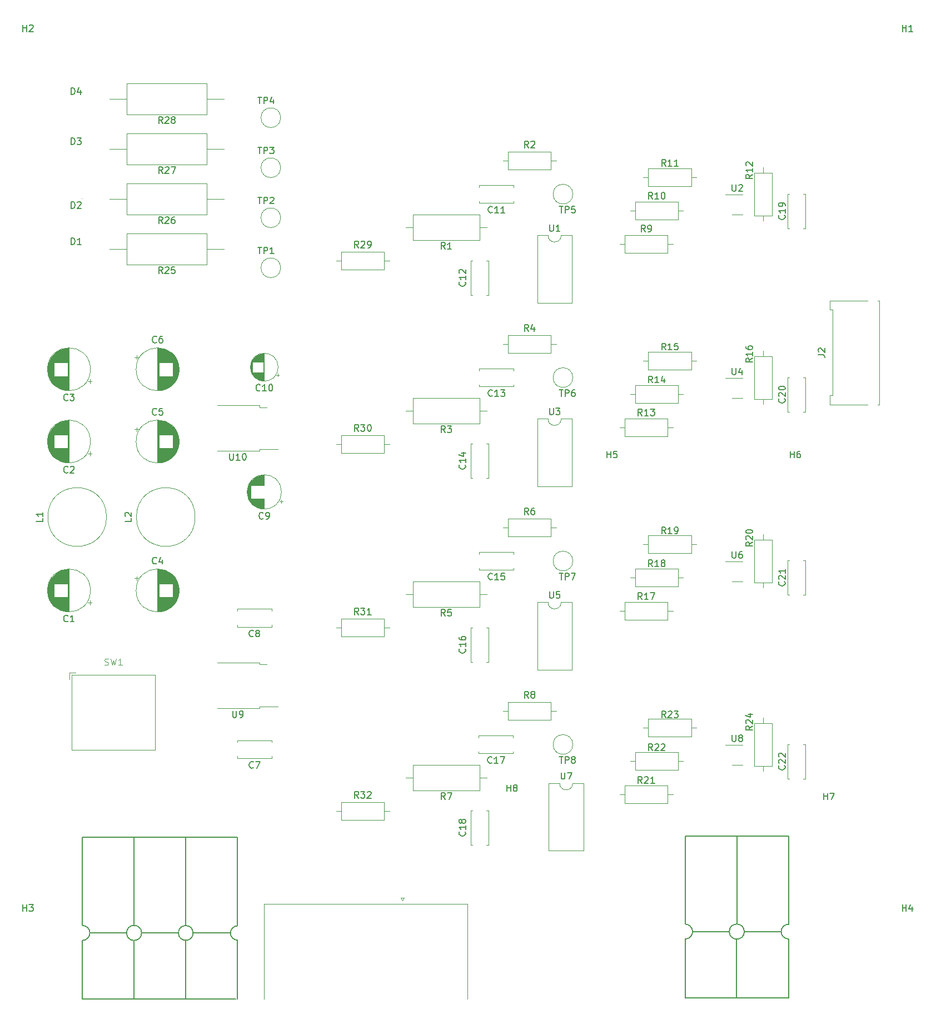
<source format=gbr>
%TF.GenerationSoftware,KiCad,Pcbnew,(7.0.0-0)*%
%TF.CreationDate,2024-05-06T17:20:27-04:00*%
%TF.ProjectId,BFieldArduino,42466965-6c64-4417-9264-75696e6f2e6b,rev?*%
%TF.SameCoordinates,Original*%
%TF.FileFunction,Legend,Top*%
%TF.FilePolarity,Positive*%
%FSLAX46Y46*%
G04 Gerber Fmt 4.6, Leading zero omitted, Abs format (unit mm)*
G04 Created by KiCad (PCBNEW (7.0.0-0)) date 2024-05-06 17:20:27*
%MOMM*%
%LPD*%
G01*
G04 APERTURE LIST*
%ADD10C,0.150000*%
%ADD11C,0.100000*%
%ADD12C,0.120000*%
G04 APERTURE END LIST*
D10*
%TO.C,H8*%
X153978095Y-131097380D02*
X153978095Y-130097380D01*
X153978095Y-130573571D02*
X154549523Y-130573571D01*
X154549523Y-131097380D02*
X154549523Y-130097380D01*
X155168571Y-130525952D02*
X155073333Y-130478333D01*
X155073333Y-130478333D02*
X155025714Y-130430714D01*
X155025714Y-130430714D02*
X154978095Y-130335476D01*
X154978095Y-130335476D02*
X154978095Y-130287857D01*
X154978095Y-130287857D02*
X155025714Y-130192619D01*
X155025714Y-130192619D02*
X155073333Y-130145000D01*
X155073333Y-130145000D02*
X155168571Y-130097380D01*
X155168571Y-130097380D02*
X155359047Y-130097380D01*
X155359047Y-130097380D02*
X155454285Y-130145000D01*
X155454285Y-130145000D02*
X155501904Y-130192619D01*
X155501904Y-130192619D02*
X155549523Y-130287857D01*
X155549523Y-130287857D02*
X155549523Y-130335476D01*
X155549523Y-130335476D02*
X155501904Y-130430714D01*
X155501904Y-130430714D02*
X155454285Y-130478333D01*
X155454285Y-130478333D02*
X155359047Y-130525952D01*
X155359047Y-130525952D02*
X155168571Y-130525952D01*
X155168571Y-130525952D02*
X155073333Y-130573571D01*
X155073333Y-130573571D02*
X155025714Y-130621190D01*
X155025714Y-130621190D02*
X154978095Y-130716428D01*
X154978095Y-130716428D02*
X154978095Y-130906904D01*
X154978095Y-130906904D02*
X155025714Y-131002142D01*
X155025714Y-131002142D02*
X155073333Y-131049761D01*
X155073333Y-131049761D02*
X155168571Y-131097380D01*
X155168571Y-131097380D02*
X155359047Y-131097380D01*
X155359047Y-131097380D02*
X155454285Y-131049761D01*
X155454285Y-131049761D02*
X155501904Y-131002142D01*
X155501904Y-131002142D02*
X155549523Y-130906904D01*
X155549523Y-130906904D02*
X155549523Y-130716428D01*
X155549523Y-130716428D02*
X155501904Y-130621190D01*
X155501904Y-130621190D02*
X155454285Y-130573571D01*
X155454285Y-130573571D02*
X155359047Y-130525952D01*
%TO.C,H7*%
X202238095Y-132367380D02*
X202238095Y-131367380D01*
X202238095Y-131843571D02*
X202809523Y-131843571D01*
X202809523Y-132367380D02*
X202809523Y-131367380D01*
X203190476Y-131367380D02*
X203857142Y-131367380D01*
X203857142Y-131367380D02*
X203428571Y-132367380D01*
%TO.C,H6*%
X197158095Y-80297380D02*
X197158095Y-79297380D01*
X197158095Y-79773571D02*
X197729523Y-79773571D01*
X197729523Y-80297380D02*
X197729523Y-79297380D01*
X198634285Y-79297380D02*
X198443809Y-79297380D01*
X198443809Y-79297380D02*
X198348571Y-79345000D01*
X198348571Y-79345000D02*
X198300952Y-79392619D01*
X198300952Y-79392619D02*
X198205714Y-79535476D01*
X198205714Y-79535476D02*
X198158095Y-79725952D01*
X198158095Y-79725952D02*
X198158095Y-80106904D01*
X198158095Y-80106904D02*
X198205714Y-80202142D01*
X198205714Y-80202142D02*
X198253333Y-80249761D01*
X198253333Y-80249761D02*
X198348571Y-80297380D01*
X198348571Y-80297380D02*
X198539047Y-80297380D01*
X198539047Y-80297380D02*
X198634285Y-80249761D01*
X198634285Y-80249761D02*
X198681904Y-80202142D01*
X198681904Y-80202142D02*
X198729523Y-80106904D01*
X198729523Y-80106904D02*
X198729523Y-79868809D01*
X198729523Y-79868809D02*
X198681904Y-79773571D01*
X198681904Y-79773571D02*
X198634285Y-79725952D01*
X198634285Y-79725952D02*
X198539047Y-79678333D01*
X198539047Y-79678333D02*
X198348571Y-79678333D01*
X198348571Y-79678333D02*
X198253333Y-79725952D01*
X198253333Y-79725952D02*
X198205714Y-79773571D01*
X198205714Y-79773571D02*
X198158095Y-79868809D01*
%TO.C,H5*%
X169218095Y-80297380D02*
X169218095Y-79297380D01*
X169218095Y-79773571D02*
X169789523Y-79773571D01*
X169789523Y-80297380D02*
X169789523Y-79297380D01*
X170741904Y-79297380D02*
X170265714Y-79297380D01*
X170265714Y-79297380D02*
X170218095Y-79773571D01*
X170218095Y-79773571D02*
X170265714Y-79725952D01*
X170265714Y-79725952D02*
X170360952Y-79678333D01*
X170360952Y-79678333D02*
X170599047Y-79678333D01*
X170599047Y-79678333D02*
X170694285Y-79725952D01*
X170694285Y-79725952D02*
X170741904Y-79773571D01*
X170741904Y-79773571D02*
X170789523Y-79868809D01*
X170789523Y-79868809D02*
X170789523Y-80106904D01*
X170789523Y-80106904D02*
X170741904Y-80202142D01*
X170741904Y-80202142D02*
X170694285Y-80249761D01*
X170694285Y-80249761D02*
X170599047Y-80297380D01*
X170599047Y-80297380D02*
X170360952Y-80297380D01*
X170360952Y-80297380D02*
X170265714Y-80249761D01*
X170265714Y-80249761D02*
X170218095Y-80202142D01*
%TO.C,C7*%
X115353333Y-127467142D02*
X115305714Y-127514761D01*
X115305714Y-127514761D02*
X115162857Y-127562380D01*
X115162857Y-127562380D02*
X115067619Y-127562380D01*
X115067619Y-127562380D02*
X114924762Y-127514761D01*
X114924762Y-127514761D02*
X114829524Y-127419523D01*
X114829524Y-127419523D02*
X114781905Y-127324285D01*
X114781905Y-127324285D02*
X114734286Y-127133809D01*
X114734286Y-127133809D02*
X114734286Y-126990952D01*
X114734286Y-126990952D02*
X114781905Y-126800476D01*
X114781905Y-126800476D02*
X114829524Y-126705238D01*
X114829524Y-126705238D02*
X114924762Y-126610000D01*
X114924762Y-126610000D02*
X115067619Y-126562380D01*
X115067619Y-126562380D02*
X115162857Y-126562380D01*
X115162857Y-126562380D02*
X115305714Y-126610000D01*
X115305714Y-126610000D02*
X115353333Y-126657619D01*
X115686667Y-126562380D02*
X116353333Y-126562380D01*
X116353333Y-126562380D02*
X115924762Y-127562380D01*
%TO.C,R14*%
X176157142Y-68867380D02*
X175823809Y-68391190D01*
X175585714Y-68867380D02*
X175585714Y-67867380D01*
X175585714Y-67867380D02*
X175966666Y-67867380D01*
X175966666Y-67867380D02*
X176061904Y-67915000D01*
X176061904Y-67915000D02*
X176109523Y-67962619D01*
X176109523Y-67962619D02*
X176157142Y-68057857D01*
X176157142Y-68057857D02*
X176157142Y-68200714D01*
X176157142Y-68200714D02*
X176109523Y-68295952D01*
X176109523Y-68295952D02*
X176061904Y-68343571D01*
X176061904Y-68343571D02*
X175966666Y-68391190D01*
X175966666Y-68391190D02*
X175585714Y-68391190D01*
X177109523Y-68867380D02*
X176538095Y-68867380D01*
X176823809Y-68867380D02*
X176823809Y-67867380D01*
X176823809Y-67867380D02*
X176728571Y-68010238D01*
X176728571Y-68010238D02*
X176633333Y-68105476D01*
X176633333Y-68105476D02*
X176538095Y-68153095D01*
X177966666Y-68200714D02*
X177966666Y-68867380D01*
X177728571Y-67819761D02*
X177490476Y-68534047D01*
X177490476Y-68534047D02*
X178109523Y-68534047D01*
%TO.C,H4*%
X214238095Y-149367380D02*
X214238095Y-148367380D01*
X214238095Y-148843571D02*
X214809523Y-148843571D01*
X214809523Y-149367380D02*
X214809523Y-148367380D01*
X215714285Y-148700714D02*
X215714285Y-149367380D01*
X215476190Y-148319761D02*
X215238095Y-149034047D01*
X215238095Y-149034047D02*
X215857142Y-149034047D01*
%TO.C,U3*%
X160488095Y-72737380D02*
X160488095Y-73546904D01*
X160488095Y-73546904D02*
X160535714Y-73642142D01*
X160535714Y-73642142D02*
X160583333Y-73689761D01*
X160583333Y-73689761D02*
X160678571Y-73737380D01*
X160678571Y-73737380D02*
X160869047Y-73737380D01*
X160869047Y-73737380D02*
X160964285Y-73689761D01*
X160964285Y-73689761D02*
X161011904Y-73642142D01*
X161011904Y-73642142D02*
X161059523Y-73546904D01*
X161059523Y-73546904D02*
X161059523Y-72737380D01*
X161440476Y-72737380D02*
X162059523Y-72737380D01*
X162059523Y-72737380D02*
X161726190Y-73118333D01*
X161726190Y-73118333D02*
X161869047Y-73118333D01*
X161869047Y-73118333D02*
X161964285Y-73165952D01*
X161964285Y-73165952D02*
X162011904Y-73213571D01*
X162011904Y-73213571D02*
X162059523Y-73308809D01*
X162059523Y-73308809D02*
X162059523Y-73546904D01*
X162059523Y-73546904D02*
X162011904Y-73642142D01*
X162011904Y-73642142D02*
X161964285Y-73689761D01*
X161964285Y-73689761D02*
X161869047Y-73737380D01*
X161869047Y-73737380D02*
X161583333Y-73737380D01*
X161583333Y-73737380D02*
X161488095Y-73689761D01*
X161488095Y-73689761D02*
X161440476Y-73642142D01*
%TO.C,C19*%
X196272142Y-43362857D02*
X196319761Y-43410476D01*
X196319761Y-43410476D02*
X196367380Y-43553333D01*
X196367380Y-43553333D02*
X196367380Y-43648571D01*
X196367380Y-43648571D02*
X196319761Y-43791428D01*
X196319761Y-43791428D02*
X196224523Y-43886666D01*
X196224523Y-43886666D02*
X196129285Y-43934285D01*
X196129285Y-43934285D02*
X195938809Y-43981904D01*
X195938809Y-43981904D02*
X195795952Y-43981904D01*
X195795952Y-43981904D02*
X195605476Y-43934285D01*
X195605476Y-43934285D02*
X195510238Y-43886666D01*
X195510238Y-43886666D02*
X195415000Y-43791428D01*
X195415000Y-43791428D02*
X195367380Y-43648571D01*
X195367380Y-43648571D02*
X195367380Y-43553333D01*
X195367380Y-43553333D02*
X195415000Y-43410476D01*
X195415000Y-43410476D02*
X195462619Y-43362857D01*
X196367380Y-42410476D02*
X196367380Y-42981904D01*
X196367380Y-42696190D02*
X195367380Y-42696190D01*
X195367380Y-42696190D02*
X195510238Y-42791428D01*
X195510238Y-42791428D02*
X195605476Y-42886666D01*
X195605476Y-42886666D02*
X195653095Y-42981904D01*
X196367380Y-41934285D02*
X196367380Y-41743809D01*
X196367380Y-41743809D02*
X196319761Y-41648571D01*
X196319761Y-41648571D02*
X196272142Y-41600952D01*
X196272142Y-41600952D02*
X196129285Y-41505714D01*
X196129285Y-41505714D02*
X195938809Y-41458095D01*
X195938809Y-41458095D02*
X195557857Y-41458095D01*
X195557857Y-41458095D02*
X195462619Y-41505714D01*
X195462619Y-41505714D02*
X195415000Y-41553333D01*
X195415000Y-41553333D02*
X195367380Y-41648571D01*
X195367380Y-41648571D02*
X195367380Y-41839047D01*
X195367380Y-41839047D02*
X195415000Y-41934285D01*
X195415000Y-41934285D02*
X195462619Y-41981904D01*
X195462619Y-41981904D02*
X195557857Y-42029523D01*
X195557857Y-42029523D02*
X195795952Y-42029523D01*
X195795952Y-42029523D02*
X195891190Y-41981904D01*
X195891190Y-41981904D02*
X195938809Y-41934285D01*
X195938809Y-41934285D02*
X195986428Y-41839047D01*
X195986428Y-41839047D02*
X195986428Y-41648571D01*
X195986428Y-41648571D02*
X195938809Y-41553333D01*
X195938809Y-41553333D02*
X195891190Y-41505714D01*
X195891190Y-41505714D02*
X195795952Y-41458095D01*
%TO.C,R11*%
X178157142Y-35867380D02*
X177823809Y-35391190D01*
X177585714Y-35867380D02*
X177585714Y-34867380D01*
X177585714Y-34867380D02*
X177966666Y-34867380D01*
X177966666Y-34867380D02*
X178061904Y-34915000D01*
X178061904Y-34915000D02*
X178109523Y-34962619D01*
X178109523Y-34962619D02*
X178157142Y-35057857D01*
X178157142Y-35057857D02*
X178157142Y-35200714D01*
X178157142Y-35200714D02*
X178109523Y-35295952D01*
X178109523Y-35295952D02*
X178061904Y-35343571D01*
X178061904Y-35343571D02*
X177966666Y-35391190D01*
X177966666Y-35391190D02*
X177585714Y-35391190D01*
X179109523Y-35867380D02*
X178538095Y-35867380D01*
X178823809Y-35867380D02*
X178823809Y-34867380D01*
X178823809Y-34867380D02*
X178728571Y-35010238D01*
X178728571Y-35010238D02*
X178633333Y-35105476D01*
X178633333Y-35105476D02*
X178538095Y-35153095D01*
X180061904Y-35867380D02*
X179490476Y-35867380D01*
X179776190Y-35867380D02*
X179776190Y-34867380D01*
X179776190Y-34867380D02*
X179680952Y-35010238D01*
X179680952Y-35010238D02*
X179585714Y-35105476D01*
X179585714Y-35105476D02*
X179490476Y-35153095D01*
%TO.C,R8*%
X157273333Y-116877380D02*
X156940000Y-116401190D01*
X156701905Y-116877380D02*
X156701905Y-115877380D01*
X156701905Y-115877380D02*
X157082857Y-115877380D01*
X157082857Y-115877380D02*
X157178095Y-115925000D01*
X157178095Y-115925000D02*
X157225714Y-115972619D01*
X157225714Y-115972619D02*
X157273333Y-116067857D01*
X157273333Y-116067857D02*
X157273333Y-116210714D01*
X157273333Y-116210714D02*
X157225714Y-116305952D01*
X157225714Y-116305952D02*
X157178095Y-116353571D01*
X157178095Y-116353571D02*
X157082857Y-116401190D01*
X157082857Y-116401190D02*
X156701905Y-116401190D01*
X157844762Y-116305952D02*
X157749524Y-116258333D01*
X157749524Y-116258333D02*
X157701905Y-116210714D01*
X157701905Y-116210714D02*
X157654286Y-116115476D01*
X157654286Y-116115476D02*
X157654286Y-116067857D01*
X157654286Y-116067857D02*
X157701905Y-115972619D01*
X157701905Y-115972619D02*
X157749524Y-115925000D01*
X157749524Y-115925000D02*
X157844762Y-115877380D01*
X157844762Y-115877380D02*
X158035238Y-115877380D01*
X158035238Y-115877380D02*
X158130476Y-115925000D01*
X158130476Y-115925000D02*
X158178095Y-115972619D01*
X158178095Y-115972619D02*
X158225714Y-116067857D01*
X158225714Y-116067857D02*
X158225714Y-116115476D01*
X158225714Y-116115476D02*
X158178095Y-116210714D01*
X158178095Y-116210714D02*
X158130476Y-116258333D01*
X158130476Y-116258333D02*
X158035238Y-116305952D01*
X158035238Y-116305952D02*
X157844762Y-116305952D01*
X157844762Y-116305952D02*
X157749524Y-116353571D01*
X157749524Y-116353571D02*
X157701905Y-116401190D01*
X157701905Y-116401190D02*
X157654286Y-116496428D01*
X157654286Y-116496428D02*
X157654286Y-116686904D01*
X157654286Y-116686904D02*
X157701905Y-116782142D01*
X157701905Y-116782142D02*
X157749524Y-116829761D01*
X157749524Y-116829761D02*
X157844762Y-116877380D01*
X157844762Y-116877380D02*
X158035238Y-116877380D01*
X158035238Y-116877380D02*
X158130476Y-116829761D01*
X158130476Y-116829761D02*
X158178095Y-116782142D01*
X158178095Y-116782142D02*
X158225714Y-116686904D01*
X158225714Y-116686904D02*
X158225714Y-116496428D01*
X158225714Y-116496428D02*
X158178095Y-116401190D01*
X158178095Y-116401190D02*
X158130476Y-116353571D01*
X158130476Y-116353571D02*
X158035238Y-116305952D01*
%TO.C,R3*%
X144573333Y-76447380D02*
X144240000Y-75971190D01*
X144001905Y-76447380D02*
X144001905Y-75447380D01*
X144001905Y-75447380D02*
X144382857Y-75447380D01*
X144382857Y-75447380D02*
X144478095Y-75495000D01*
X144478095Y-75495000D02*
X144525714Y-75542619D01*
X144525714Y-75542619D02*
X144573333Y-75637857D01*
X144573333Y-75637857D02*
X144573333Y-75780714D01*
X144573333Y-75780714D02*
X144525714Y-75875952D01*
X144525714Y-75875952D02*
X144478095Y-75923571D01*
X144478095Y-75923571D02*
X144382857Y-75971190D01*
X144382857Y-75971190D02*
X144001905Y-75971190D01*
X144906667Y-75447380D02*
X145525714Y-75447380D01*
X145525714Y-75447380D02*
X145192381Y-75828333D01*
X145192381Y-75828333D02*
X145335238Y-75828333D01*
X145335238Y-75828333D02*
X145430476Y-75875952D01*
X145430476Y-75875952D02*
X145478095Y-75923571D01*
X145478095Y-75923571D02*
X145525714Y-76018809D01*
X145525714Y-76018809D02*
X145525714Y-76256904D01*
X145525714Y-76256904D02*
X145478095Y-76352142D01*
X145478095Y-76352142D02*
X145430476Y-76399761D01*
X145430476Y-76399761D02*
X145335238Y-76447380D01*
X145335238Y-76447380D02*
X145049524Y-76447380D01*
X145049524Y-76447380D02*
X144954286Y-76399761D01*
X144954286Y-76399761D02*
X144906667Y-76352142D01*
%TO.C,R22*%
X176157142Y-124867380D02*
X175823809Y-124391190D01*
X175585714Y-124867380D02*
X175585714Y-123867380D01*
X175585714Y-123867380D02*
X175966666Y-123867380D01*
X175966666Y-123867380D02*
X176061904Y-123915000D01*
X176061904Y-123915000D02*
X176109523Y-123962619D01*
X176109523Y-123962619D02*
X176157142Y-124057857D01*
X176157142Y-124057857D02*
X176157142Y-124200714D01*
X176157142Y-124200714D02*
X176109523Y-124295952D01*
X176109523Y-124295952D02*
X176061904Y-124343571D01*
X176061904Y-124343571D02*
X175966666Y-124391190D01*
X175966666Y-124391190D02*
X175585714Y-124391190D01*
X176538095Y-123962619D02*
X176585714Y-123915000D01*
X176585714Y-123915000D02*
X176680952Y-123867380D01*
X176680952Y-123867380D02*
X176919047Y-123867380D01*
X176919047Y-123867380D02*
X177014285Y-123915000D01*
X177014285Y-123915000D02*
X177061904Y-123962619D01*
X177061904Y-123962619D02*
X177109523Y-124057857D01*
X177109523Y-124057857D02*
X177109523Y-124153095D01*
X177109523Y-124153095D02*
X177061904Y-124295952D01*
X177061904Y-124295952D02*
X176490476Y-124867380D01*
X176490476Y-124867380D02*
X177109523Y-124867380D01*
X177490476Y-123962619D02*
X177538095Y-123915000D01*
X177538095Y-123915000D02*
X177633333Y-123867380D01*
X177633333Y-123867380D02*
X177871428Y-123867380D01*
X177871428Y-123867380D02*
X177966666Y-123915000D01*
X177966666Y-123915000D02*
X178014285Y-123962619D01*
X178014285Y-123962619D02*
X178061904Y-124057857D01*
X178061904Y-124057857D02*
X178061904Y-124153095D01*
X178061904Y-124153095D02*
X178014285Y-124295952D01*
X178014285Y-124295952D02*
X177442857Y-124867380D01*
X177442857Y-124867380D02*
X178061904Y-124867380D01*
%TO.C,U7*%
X162248095Y-128237380D02*
X162248095Y-129046904D01*
X162248095Y-129046904D02*
X162295714Y-129142142D01*
X162295714Y-129142142D02*
X162343333Y-129189761D01*
X162343333Y-129189761D02*
X162438571Y-129237380D01*
X162438571Y-129237380D02*
X162629047Y-129237380D01*
X162629047Y-129237380D02*
X162724285Y-129189761D01*
X162724285Y-129189761D02*
X162771904Y-129142142D01*
X162771904Y-129142142D02*
X162819523Y-129046904D01*
X162819523Y-129046904D02*
X162819523Y-128237380D01*
X163200476Y-128237380D02*
X163867142Y-128237380D01*
X163867142Y-128237380D02*
X163438571Y-129237380D01*
%TO.C,U2*%
X188295595Y-38697380D02*
X188295595Y-39506904D01*
X188295595Y-39506904D02*
X188343214Y-39602142D01*
X188343214Y-39602142D02*
X188390833Y-39649761D01*
X188390833Y-39649761D02*
X188486071Y-39697380D01*
X188486071Y-39697380D02*
X188676547Y-39697380D01*
X188676547Y-39697380D02*
X188771785Y-39649761D01*
X188771785Y-39649761D02*
X188819404Y-39602142D01*
X188819404Y-39602142D02*
X188867023Y-39506904D01*
X188867023Y-39506904D02*
X188867023Y-38697380D01*
X189295595Y-38792619D02*
X189343214Y-38745000D01*
X189343214Y-38745000D02*
X189438452Y-38697380D01*
X189438452Y-38697380D02*
X189676547Y-38697380D01*
X189676547Y-38697380D02*
X189771785Y-38745000D01*
X189771785Y-38745000D02*
X189819404Y-38792619D01*
X189819404Y-38792619D02*
X189867023Y-38887857D01*
X189867023Y-38887857D02*
X189867023Y-38983095D01*
X189867023Y-38983095D02*
X189819404Y-39125952D01*
X189819404Y-39125952D02*
X189247976Y-39697380D01*
X189247976Y-39697380D02*
X189867023Y-39697380D01*
%TO.C,R24*%
X191367380Y-121142857D02*
X190891190Y-121476190D01*
X191367380Y-121714285D02*
X190367380Y-121714285D01*
X190367380Y-121714285D02*
X190367380Y-121333333D01*
X190367380Y-121333333D02*
X190415000Y-121238095D01*
X190415000Y-121238095D02*
X190462619Y-121190476D01*
X190462619Y-121190476D02*
X190557857Y-121142857D01*
X190557857Y-121142857D02*
X190700714Y-121142857D01*
X190700714Y-121142857D02*
X190795952Y-121190476D01*
X190795952Y-121190476D02*
X190843571Y-121238095D01*
X190843571Y-121238095D02*
X190891190Y-121333333D01*
X190891190Y-121333333D02*
X190891190Y-121714285D01*
X190462619Y-120761904D02*
X190415000Y-120714285D01*
X190415000Y-120714285D02*
X190367380Y-120619047D01*
X190367380Y-120619047D02*
X190367380Y-120380952D01*
X190367380Y-120380952D02*
X190415000Y-120285714D01*
X190415000Y-120285714D02*
X190462619Y-120238095D01*
X190462619Y-120238095D02*
X190557857Y-120190476D01*
X190557857Y-120190476D02*
X190653095Y-120190476D01*
X190653095Y-120190476D02*
X190795952Y-120238095D01*
X190795952Y-120238095D02*
X191367380Y-120809523D01*
X191367380Y-120809523D02*
X191367380Y-120190476D01*
X190700714Y-119333333D02*
X191367380Y-119333333D01*
X190319761Y-119571428D02*
X191034047Y-119809523D01*
X191034047Y-119809523D02*
X191034047Y-119190476D01*
%TO.C,C20*%
X196272142Y-71302857D02*
X196319761Y-71350476D01*
X196319761Y-71350476D02*
X196367380Y-71493333D01*
X196367380Y-71493333D02*
X196367380Y-71588571D01*
X196367380Y-71588571D02*
X196319761Y-71731428D01*
X196319761Y-71731428D02*
X196224523Y-71826666D01*
X196224523Y-71826666D02*
X196129285Y-71874285D01*
X196129285Y-71874285D02*
X195938809Y-71921904D01*
X195938809Y-71921904D02*
X195795952Y-71921904D01*
X195795952Y-71921904D02*
X195605476Y-71874285D01*
X195605476Y-71874285D02*
X195510238Y-71826666D01*
X195510238Y-71826666D02*
X195415000Y-71731428D01*
X195415000Y-71731428D02*
X195367380Y-71588571D01*
X195367380Y-71588571D02*
X195367380Y-71493333D01*
X195367380Y-71493333D02*
X195415000Y-71350476D01*
X195415000Y-71350476D02*
X195462619Y-71302857D01*
X195462619Y-70921904D02*
X195415000Y-70874285D01*
X195415000Y-70874285D02*
X195367380Y-70779047D01*
X195367380Y-70779047D02*
X195367380Y-70540952D01*
X195367380Y-70540952D02*
X195415000Y-70445714D01*
X195415000Y-70445714D02*
X195462619Y-70398095D01*
X195462619Y-70398095D02*
X195557857Y-70350476D01*
X195557857Y-70350476D02*
X195653095Y-70350476D01*
X195653095Y-70350476D02*
X195795952Y-70398095D01*
X195795952Y-70398095D02*
X196367380Y-70969523D01*
X196367380Y-70969523D02*
X196367380Y-70350476D01*
X195367380Y-69731428D02*
X195367380Y-69636190D01*
X195367380Y-69636190D02*
X195415000Y-69540952D01*
X195415000Y-69540952D02*
X195462619Y-69493333D01*
X195462619Y-69493333D02*
X195557857Y-69445714D01*
X195557857Y-69445714D02*
X195748333Y-69398095D01*
X195748333Y-69398095D02*
X195986428Y-69398095D01*
X195986428Y-69398095D02*
X196176904Y-69445714D01*
X196176904Y-69445714D02*
X196272142Y-69493333D01*
X196272142Y-69493333D02*
X196319761Y-69540952D01*
X196319761Y-69540952D02*
X196367380Y-69636190D01*
X196367380Y-69636190D02*
X196367380Y-69731428D01*
X196367380Y-69731428D02*
X196319761Y-69826666D01*
X196319761Y-69826666D02*
X196272142Y-69874285D01*
X196272142Y-69874285D02*
X196176904Y-69921904D01*
X196176904Y-69921904D02*
X195986428Y-69969523D01*
X195986428Y-69969523D02*
X195748333Y-69969523D01*
X195748333Y-69969523D02*
X195557857Y-69921904D01*
X195557857Y-69921904D02*
X195462619Y-69874285D01*
X195462619Y-69874285D02*
X195415000Y-69826666D01*
X195415000Y-69826666D02*
X195367380Y-69731428D01*
%TO.C,R28*%
X101537142Y-29377380D02*
X101203809Y-28901190D01*
X100965714Y-29377380D02*
X100965714Y-28377380D01*
X100965714Y-28377380D02*
X101346666Y-28377380D01*
X101346666Y-28377380D02*
X101441904Y-28425000D01*
X101441904Y-28425000D02*
X101489523Y-28472619D01*
X101489523Y-28472619D02*
X101537142Y-28567857D01*
X101537142Y-28567857D02*
X101537142Y-28710714D01*
X101537142Y-28710714D02*
X101489523Y-28805952D01*
X101489523Y-28805952D02*
X101441904Y-28853571D01*
X101441904Y-28853571D02*
X101346666Y-28901190D01*
X101346666Y-28901190D02*
X100965714Y-28901190D01*
X101918095Y-28472619D02*
X101965714Y-28425000D01*
X101965714Y-28425000D02*
X102060952Y-28377380D01*
X102060952Y-28377380D02*
X102299047Y-28377380D01*
X102299047Y-28377380D02*
X102394285Y-28425000D01*
X102394285Y-28425000D02*
X102441904Y-28472619D01*
X102441904Y-28472619D02*
X102489523Y-28567857D01*
X102489523Y-28567857D02*
X102489523Y-28663095D01*
X102489523Y-28663095D02*
X102441904Y-28805952D01*
X102441904Y-28805952D02*
X101870476Y-29377380D01*
X101870476Y-29377380D02*
X102489523Y-29377380D01*
X103060952Y-28805952D02*
X102965714Y-28758333D01*
X102965714Y-28758333D02*
X102918095Y-28710714D01*
X102918095Y-28710714D02*
X102870476Y-28615476D01*
X102870476Y-28615476D02*
X102870476Y-28567857D01*
X102870476Y-28567857D02*
X102918095Y-28472619D01*
X102918095Y-28472619D02*
X102965714Y-28425000D01*
X102965714Y-28425000D02*
X103060952Y-28377380D01*
X103060952Y-28377380D02*
X103251428Y-28377380D01*
X103251428Y-28377380D02*
X103346666Y-28425000D01*
X103346666Y-28425000D02*
X103394285Y-28472619D01*
X103394285Y-28472619D02*
X103441904Y-28567857D01*
X103441904Y-28567857D02*
X103441904Y-28615476D01*
X103441904Y-28615476D02*
X103394285Y-28710714D01*
X103394285Y-28710714D02*
X103346666Y-28758333D01*
X103346666Y-28758333D02*
X103251428Y-28805952D01*
X103251428Y-28805952D02*
X103060952Y-28805952D01*
X103060952Y-28805952D02*
X102965714Y-28853571D01*
X102965714Y-28853571D02*
X102918095Y-28901190D01*
X102918095Y-28901190D02*
X102870476Y-28996428D01*
X102870476Y-28996428D02*
X102870476Y-29186904D01*
X102870476Y-29186904D02*
X102918095Y-29282142D01*
X102918095Y-29282142D02*
X102965714Y-29329761D01*
X102965714Y-29329761D02*
X103060952Y-29377380D01*
X103060952Y-29377380D02*
X103251428Y-29377380D01*
X103251428Y-29377380D02*
X103346666Y-29329761D01*
X103346666Y-29329761D02*
X103394285Y-29282142D01*
X103394285Y-29282142D02*
X103441904Y-29186904D01*
X103441904Y-29186904D02*
X103441904Y-28996428D01*
X103441904Y-28996428D02*
X103394285Y-28901190D01*
X103394285Y-28901190D02*
X103346666Y-28853571D01*
X103346666Y-28853571D02*
X103251428Y-28805952D01*
%TO.C,U4*%
X188295595Y-66637380D02*
X188295595Y-67446904D01*
X188295595Y-67446904D02*
X188343214Y-67542142D01*
X188343214Y-67542142D02*
X188390833Y-67589761D01*
X188390833Y-67589761D02*
X188486071Y-67637380D01*
X188486071Y-67637380D02*
X188676547Y-67637380D01*
X188676547Y-67637380D02*
X188771785Y-67589761D01*
X188771785Y-67589761D02*
X188819404Y-67542142D01*
X188819404Y-67542142D02*
X188867023Y-67446904D01*
X188867023Y-67446904D02*
X188867023Y-66637380D01*
X189771785Y-66970714D02*
X189771785Y-67637380D01*
X189533690Y-66589761D02*
X189295595Y-67304047D01*
X189295595Y-67304047D02*
X189914642Y-67304047D01*
%TO.C,C3*%
X87103333Y-71492142D02*
X87055714Y-71539761D01*
X87055714Y-71539761D02*
X86912857Y-71587380D01*
X86912857Y-71587380D02*
X86817619Y-71587380D01*
X86817619Y-71587380D02*
X86674762Y-71539761D01*
X86674762Y-71539761D02*
X86579524Y-71444523D01*
X86579524Y-71444523D02*
X86531905Y-71349285D01*
X86531905Y-71349285D02*
X86484286Y-71158809D01*
X86484286Y-71158809D02*
X86484286Y-71015952D01*
X86484286Y-71015952D02*
X86531905Y-70825476D01*
X86531905Y-70825476D02*
X86579524Y-70730238D01*
X86579524Y-70730238D02*
X86674762Y-70635000D01*
X86674762Y-70635000D02*
X86817619Y-70587380D01*
X86817619Y-70587380D02*
X86912857Y-70587380D01*
X86912857Y-70587380D02*
X87055714Y-70635000D01*
X87055714Y-70635000D02*
X87103333Y-70682619D01*
X87436667Y-70587380D02*
X88055714Y-70587380D01*
X88055714Y-70587380D02*
X87722381Y-70968333D01*
X87722381Y-70968333D02*
X87865238Y-70968333D01*
X87865238Y-70968333D02*
X87960476Y-71015952D01*
X87960476Y-71015952D02*
X88008095Y-71063571D01*
X88008095Y-71063571D02*
X88055714Y-71158809D01*
X88055714Y-71158809D02*
X88055714Y-71396904D01*
X88055714Y-71396904D02*
X88008095Y-71492142D01*
X88008095Y-71492142D02*
X87960476Y-71539761D01*
X87960476Y-71539761D02*
X87865238Y-71587380D01*
X87865238Y-71587380D02*
X87579524Y-71587380D01*
X87579524Y-71587380D02*
X87484286Y-71539761D01*
X87484286Y-71539761D02*
X87436667Y-71492142D01*
%TO.C,C18*%
X147592142Y-137262857D02*
X147639761Y-137310476D01*
X147639761Y-137310476D02*
X147687380Y-137453333D01*
X147687380Y-137453333D02*
X147687380Y-137548571D01*
X147687380Y-137548571D02*
X147639761Y-137691428D01*
X147639761Y-137691428D02*
X147544523Y-137786666D01*
X147544523Y-137786666D02*
X147449285Y-137834285D01*
X147449285Y-137834285D02*
X147258809Y-137881904D01*
X147258809Y-137881904D02*
X147115952Y-137881904D01*
X147115952Y-137881904D02*
X146925476Y-137834285D01*
X146925476Y-137834285D02*
X146830238Y-137786666D01*
X146830238Y-137786666D02*
X146735000Y-137691428D01*
X146735000Y-137691428D02*
X146687380Y-137548571D01*
X146687380Y-137548571D02*
X146687380Y-137453333D01*
X146687380Y-137453333D02*
X146735000Y-137310476D01*
X146735000Y-137310476D02*
X146782619Y-137262857D01*
X147687380Y-136310476D02*
X147687380Y-136881904D01*
X147687380Y-136596190D02*
X146687380Y-136596190D01*
X146687380Y-136596190D02*
X146830238Y-136691428D01*
X146830238Y-136691428D02*
X146925476Y-136786666D01*
X146925476Y-136786666D02*
X146973095Y-136881904D01*
X147115952Y-135739047D02*
X147068333Y-135834285D01*
X147068333Y-135834285D02*
X147020714Y-135881904D01*
X147020714Y-135881904D02*
X146925476Y-135929523D01*
X146925476Y-135929523D02*
X146877857Y-135929523D01*
X146877857Y-135929523D02*
X146782619Y-135881904D01*
X146782619Y-135881904D02*
X146735000Y-135834285D01*
X146735000Y-135834285D02*
X146687380Y-135739047D01*
X146687380Y-135739047D02*
X146687380Y-135548571D01*
X146687380Y-135548571D02*
X146735000Y-135453333D01*
X146735000Y-135453333D02*
X146782619Y-135405714D01*
X146782619Y-135405714D02*
X146877857Y-135358095D01*
X146877857Y-135358095D02*
X146925476Y-135358095D01*
X146925476Y-135358095D02*
X147020714Y-135405714D01*
X147020714Y-135405714D02*
X147068333Y-135453333D01*
X147068333Y-135453333D02*
X147115952Y-135548571D01*
X147115952Y-135548571D02*
X147115952Y-135739047D01*
X147115952Y-135739047D02*
X147163571Y-135834285D01*
X147163571Y-135834285D02*
X147211190Y-135881904D01*
X147211190Y-135881904D02*
X147306428Y-135929523D01*
X147306428Y-135929523D02*
X147496904Y-135929523D01*
X147496904Y-135929523D02*
X147592142Y-135881904D01*
X147592142Y-135881904D02*
X147639761Y-135834285D01*
X147639761Y-135834285D02*
X147687380Y-135739047D01*
X147687380Y-135739047D02*
X147687380Y-135548571D01*
X147687380Y-135548571D02*
X147639761Y-135453333D01*
X147639761Y-135453333D02*
X147592142Y-135405714D01*
X147592142Y-135405714D02*
X147496904Y-135358095D01*
X147496904Y-135358095D02*
X147306428Y-135358095D01*
X147306428Y-135358095D02*
X147211190Y-135405714D01*
X147211190Y-135405714D02*
X147163571Y-135453333D01*
X147163571Y-135453333D02*
X147115952Y-135548571D01*
%TO.C,C16*%
X147592142Y-109402857D02*
X147639761Y-109450476D01*
X147639761Y-109450476D02*
X147687380Y-109593333D01*
X147687380Y-109593333D02*
X147687380Y-109688571D01*
X147687380Y-109688571D02*
X147639761Y-109831428D01*
X147639761Y-109831428D02*
X147544523Y-109926666D01*
X147544523Y-109926666D02*
X147449285Y-109974285D01*
X147449285Y-109974285D02*
X147258809Y-110021904D01*
X147258809Y-110021904D02*
X147115952Y-110021904D01*
X147115952Y-110021904D02*
X146925476Y-109974285D01*
X146925476Y-109974285D02*
X146830238Y-109926666D01*
X146830238Y-109926666D02*
X146735000Y-109831428D01*
X146735000Y-109831428D02*
X146687380Y-109688571D01*
X146687380Y-109688571D02*
X146687380Y-109593333D01*
X146687380Y-109593333D02*
X146735000Y-109450476D01*
X146735000Y-109450476D02*
X146782619Y-109402857D01*
X147687380Y-108450476D02*
X147687380Y-109021904D01*
X147687380Y-108736190D02*
X146687380Y-108736190D01*
X146687380Y-108736190D02*
X146830238Y-108831428D01*
X146830238Y-108831428D02*
X146925476Y-108926666D01*
X146925476Y-108926666D02*
X146973095Y-109021904D01*
X146687380Y-107593333D02*
X146687380Y-107783809D01*
X146687380Y-107783809D02*
X146735000Y-107879047D01*
X146735000Y-107879047D02*
X146782619Y-107926666D01*
X146782619Y-107926666D02*
X146925476Y-108021904D01*
X146925476Y-108021904D02*
X147115952Y-108069523D01*
X147115952Y-108069523D02*
X147496904Y-108069523D01*
X147496904Y-108069523D02*
X147592142Y-108021904D01*
X147592142Y-108021904D02*
X147639761Y-107974285D01*
X147639761Y-107974285D02*
X147687380Y-107879047D01*
X147687380Y-107879047D02*
X147687380Y-107688571D01*
X147687380Y-107688571D02*
X147639761Y-107593333D01*
X147639761Y-107593333D02*
X147592142Y-107545714D01*
X147592142Y-107545714D02*
X147496904Y-107498095D01*
X147496904Y-107498095D02*
X147258809Y-107498095D01*
X147258809Y-107498095D02*
X147163571Y-107545714D01*
X147163571Y-107545714D02*
X147115952Y-107593333D01*
X147115952Y-107593333D02*
X147068333Y-107688571D01*
X147068333Y-107688571D02*
X147068333Y-107879047D01*
X147068333Y-107879047D02*
X147115952Y-107974285D01*
X147115952Y-107974285D02*
X147163571Y-108021904D01*
X147163571Y-108021904D02*
X147258809Y-108069523D01*
%TO.C,H3*%
X80238095Y-149367380D02*
X80238095Y-148367380D01*
X80238095Y-148843571D02*
X80809523Y-148843571D01*
X80809523Y-149367380D02*
X80809523Y-148367380D01*
X81190476Y-148367380D02*
X81809523Y-148367380D01*
X81809523Y-148367380D02*
X81476190Y-148748333D01*
X81476190Y-148748333D02*
X81619047Y-148748333D01*
X81619047Y-148748333D02*
X81714285Y-148795952D01*
X81714285Y-148795952D02*
X81761904Y-148843571D01*
X81761904Y-148843571D02*
X81809523Y-148938809D01*
X81809523Y-148938809D02*
X81809523Y-149176904D01*
X81809523Y-149176904D02*
X81761904Y-149272142D01*
X81761904Y-149272142D02*
X81714285Y-149319761D01*
X81714285Y-149319761D02*
X81619047Y-149367380D01*
X81619047Y-149367380D02*
X81333333Y-149367380D01*
X81333333Y-149367380D02*
X81238095Y-149319761D01*
X81238095Y-149319761D02*
X81190476Y-149272142D01*
%TO.C,C13*%
X151757142Y-70852142D02*
X151709523Y-70899761D01*
X151709523Y-70899761D02*
X151566666Y-70947380D01*
X151566666Y-70947380D02*
X151471428Y-70947380D01*
X151471428Y-70947380D02*
X151328571Y-70899761D01*
X151328571Y-70899761D02*
X151233333Y-70804523D01*
X151233333Y-70804523D02*
X151185714Y-70709285D01*
X151185714Y-70709285D02*
X151138095Y-70518809D01*
X151138095Y-70518809D02*
X151138095Y-70375952D01*
X151138095Y-70375952D02*
X151185714Y-70185476D01*
X151185714Y-70185476D02*
X151233333Y-70090238D01*
X151233333Y-70090238D02*
X151328571Y-69995000D01*
X151328571Y-69995000D02*
X151471428Y-69947380D01*
X151471428Y-69947380D02*
X151566666Y-69947380D01*
X151566666Y-69947380D02*
X151709523Y-69995000D01*
X151709523Y-69995000D02*
X151757142Y-70042619D01*
X152709523Y-70947380D02*
X152138095Y-70947380D01*
X152423809Y-70947380D02*
X152423809Y-69947380D01*
X152423809Y-69947380D02*
X152328571Y-70090238D01*
X152328571Y-70090238D02*
X152233333Y-70185476D01*
X152233333Y-70185476D02*
X152138095Y-70233095D01*
X153042857Y-69947380D02*
X153661904Y-69947380D01*
X153661904Y-69947380D02*
X153328571Y-70328333D01*
X153328571Y-70328333D02*
X153471428Y-70328333D01*
X153471428Y-70328333D02*
X153566666Y-70375952D01*
X153566666Y-70375952D02*
X153614285Y-70423571D01*
X153614285Y-70423571D02*
X153661904Y-70518809D01*
X153661904Y-70518809D02*
X153661904Y-70756904D01*
X153661904Y-70756904D02*
X153614285Y-70852142D01*
X153614285Y-70852142D02*
X153566666Y-70899761D01*
X153566666Y-70899761D02*
X153471428Y-70947380D01*
X153471428Y-70947380D02*
X153185714Y-70947380D01*
X153185714Y-70947380D02*
X153090476Y-70899761D01*
X153090476Y-70899761D02*
X153042857Y-70852142D01*
%TO.C,U8*%
X188295595Y-122517380D02*
X188295595Y-123326904D01*
X188295595Y-123326904D02*
X188343214Y-123422142D01*
X188343214Y-123422142D02*
X188390833Y-123469761D01*
X188390833Y-123469761D02*
X188486071Y-123517380D01*
X188486071Y-123517380D02*
X188676547Y-123517380D01*
X188676547Y-123517380D02*
X188771785Y-123469761D01*
X188771785Y-123469761D02*
X188819404Y-123422142D01*
X188819404Y-123422142D02*
X188867023Y-123326904D01*
X188867023Y-123326904D02*
X188867023Y-122517380D01*
X189486071Y-122945952D02*
X189390833Y-122898333D01*
X189390833Y-122898333D02*
X189343214Y-122850714D01*
X189343214Y-122850714D02*
X189295595Y-122755476D01*
X189295595Y-122755476D02*
X189295595Y-122707857D01*
X189295595Y-122707857D02*
X189343214Y-122612619D01*
X189343214Y-122612619D02*
X189390833Y-122565000D01*
X189390833Y-122565000D02*
X189486071Y-122517380D01*
X189486071Y-122517380D02*
X189676547Y-122517380D01*
X189676547Y-122517380D02*
X189771785Y-122565000D01*
X189771785Y-122565000D02*
X189819404Y-122612619D01*
X189819404Y-122612619D02*
X189867023Y-122707857D01*
X189867023Y-122707857D02*
X189867023Y-122755476D01*
X189867023Y-122755476D02*
X189819404Y-122850714D01*
X189819404Y-122850714D02*
X189771785Y-122898333D01*
X189771785Y-122898333D02*
X189676547Y-122945952D01*
X189676547Y-122945952D02*
X189486071Y-122945952D01*
X189486071Y-122945952D02*
X189390833Y-122993571D01*
X189390833Y-122993571D02*
X189343214Y-123041190D01*
X189343214Y-123041190D02*
X189295595Y-123136428D01*
X189295595Y-123136428D02*
X189295595Y-123326904D01*
X189295595Y-123326904D02*
X189343214Y-123422142D01*
X189343214Y-123422142D02*
X189390833Y-123469761D01*
X189390833Y-123469761D02*
X189486071Y-123517380D01*
X189486071Y-123517380D02*
X189676547Y-123517380D01*
X189676547Y-123517380D02*
X189771785Y-123469761D01*
X189771785Y-123469761D02*
X189819404Y-123422142D01*
X189819404Y-123422142D02*
X189867023Y-123326904D01*
X189867023Y-123326904D02*
X189867023Y-123136428D01*
X189867023Y-123136428D02*
X189819404Y-123041190D01*
X189819404Y-123041190D02*
X189771785Y-122993571D01*
X189771785Y-122993571D02*
X189676547Y-122945952D01*
%TO.C,R31*%
X131397142Y-104177380D02*
X131063809Y-103701190D01*
X130825714Y-104177380D02*
X130825714Y-103177380D01*
X130825714Y-103177380D02*
X131206666Y-103177380D01*
X131206666Y-103177380D02*
X131301904Y-103225000D01*
X131301904Y-103225000D02*
X131349523Y-103272619D01*
X131349523Y-103272619D02*
X131397142Y-103367857D01*
X131397142Y-103367857D02*
X131397142Y-103510714D01*
X131397142Y-103510714D02*
X131349523Y-103605952D01*
X131349523Y-103605952D02*
X131301904Y-103653571D01*
X131301904Y-103653571D02*
X131206666Y-103701190D01*
X131206666Y-103701190D02*
X130825714Y-103701190D01*
X131730476Y-103177380D02*
X132349523Y-103177380D01*
X132349523Y-103177380D02*
X132016190Y-103558333D01*
X132016190Y-103558333D02*
X132159047Y-103558333D01*
X132159047Y-103558333D02*
X132254285Y-103605952D01*
X132254285Y-103605952D02*
X132301904Y-103653571D01*
X132301904Y-103653571D02*
X132349523Y-103748809D01*
X132349523Y-103748809D02*
X132349523Y-103986904D01*
X132349523Y-103986904D02*
X132301904Y-104082142D01*
X132301904Y-104082142D02*
X132254285Y-104129761D01*
X132254285Y-104129761D02*
X132159047Y-104177380D01*
X132159047Y-104177380D02*
X131873333Y-104177380D01*
X131873333Y-104177380D02*
X131778095Y-104129761D01*
X131778095Y-104129761D02*
X131730476Y-104082142D01*
X133301904Y-104177380D02*
X132730476Y-104177380D01*
X133016190Y-104177380D02*
X133016190Y-103177380D01*
X133016190Y-103177380D02*
X132920952Y-103320238D01*
X132920952Y-103320238D02*
X132825714Y-103415476D01*
X132825714Y-103415476D02*
X132730476Y-103463095D01*
%TO.C,R18*%
X176157142Y-96867380D02*
X175823809Y-96391190D01*
X175585714Y-96867380D02*
X175585714Y-95867380D01*
X175585714Y-95867380D02*
X175966666Y-95867380D01*
X175966666Y-95867380D02*
X176061904Y-95915000D01*
X176061904Y-95915000D02*
X176109523Y-95962619D01*
X176109523Y-95962619D02*
X176157142Y-96057857D01*
X176157142Y-96057857D02*
X176157142Y-96200714D01*
X176157142Y-96200714D02*
X176109523Y-96295952D01*
X176109523Y-96295952D02*
X176061904Y-96343571D01*
X176061904Y-96343571D02*
X175966666Y-96391190D01*
X175966666Y-96391190D02*
X175585714Y-96391190D01*
X177109523Y-96867380D02*
X176538095Y-96867380D01*
X176823809Y-96867380D02*
X176823809Y-95867380D01*
X176823809Y-95867380D02*
X176728571Y-96010238D01*
X176728571Y-96010238D02*
X176633333Y-96105476D01*
X176633333Y-96105476D02*
X176538095Y-96153095D01*
X177680952Y-96295952D02*
X177585714Y-96248333D01*
X177585714Y-96248333D02*
X177538095Y-96200714D01*
X177538095Y-96200714D02*
X177490476Y-96105476D01*
X177490476Y-96105476D02*
X177490476Y-96057857D01*
X177490476Y-96057857D02*
X177538095Y-95962619D01*
X177538095Y-95962619D02*
X177585714Y-95915000D01*
X177585714Y-95915000D02*
X177680952Y-95867380D01*
X177680952Y-95867380D02*
X177871428Y-95867380D01*
X177871428Y-95867380D02*
X177966666Y-95915000D01*
X177966666Y-95915000D02*
X178014285Y-95962619D01*
X178014285Y-95962619D02*
X178061904Y-96057857D01*
X178061904Y-96057857D02*
X178061904Y-96105476D01*
X178061904Y-96105476D02*
X178014285Y-96200714D01*
X178014285Y-96200714D02*
X177966666Y-96248333D01*
X177966666Y-96248333D02*
X177871428Y-96295952D01*
X177871428Y-96295952D02*
X177680952Y-96295952D01*
X177680952Y-96295952D02*
X177585714Y-96343571D01*
X177585714Y-96343571D02*
X177538095Y-96391190D01*
X177538095Y-96391190D02*
X177490476Y-96486428D01*
X177490476Y-96486428D02*
X177490476Y-96676904D01*
X177490476Y-96676904D02*
X177538095Y-96772142D01*
X177538095Y-96772142D02*
X177585714Y-96819761D01*
X177585714Y-96819761D02*
X177680952Y-96867380D01*
X177680952Y-96867380D02*
X177871428Y-96867380D01*
X177871428Y-96867380D02*
X177966666Y-96819761D01*
X177966666Y-96819761D02*
X178014285Y-96772142D01*
X178014285Y-96772142D02*
X178061904Y-96676904D01*
X178061904Y-96676904D02*
X178061904Y-96486428D01*
X178061904Y-96486428D02*
X178014285Y-96391190D01*
X178014285Y-96391190D02*
X177966666Y-96343571D01*
X177966666Y-96343571D02*
X177871428Y-96295952D01*
%TO.C,R20*%
X191367380Y-93142857D02*
X190891190Y-93476190D01*
X191367380Y-93714285D02*
X190367380Y-93714285D01*
X190367380Y-93714285D02*
X190367380Y-93333333D01*
X190367380Y-93333333D02*
X190415000Y-93238095D01*
X190415000Y-93238095D02*
X190462619Y-93190476D01*
X190462619Y-93190476D02*
X190557857Y-93142857D01*
X190557857Y-93142857D02*
X190700714Y-93142857D01*
X190700714Y-93142857D02*
X190795952Y-93190476D01*
X190795952Y-93190476D02*
X190843571Y-93238095D01*
X190843571Y-93238095D02*
X190891190Y-93333333D01*
X190891190Y-93333333D02*
X190891190Y-93714285D01*
X190462619Y-92761904D02*
X190415000Y-92714285D01*
X190415000Y-92714285D02*
X190367380Y-92619047D01*
X190367380Y-92619047D02*
X190367380Y-92380952D01*
X190367380Y-92380952D02*
X190415000Y-92285714D01*
X190415000Y-92285714D02*
X190462619Y-92238095D01*
X190462619Y-92238095D02*
X190557857Y-92190476D01*
X190557857Y-92190476D02*
X190653095Y-92190476D01*
X190653095Y-92190476D02*
X190795952Y-92238095D01*
X190795952Y-92238095D02*
X191367380Y-92809523D01*
X191367380Y-92809523D02*
X191367380Y-92190476D01*
X190367380Y-91571428D02*
X190367380Y-91476190D01*
X190367380Y-91476190D02*
X190415000Y-91380952D01*
X190415000Y-91380952D02*
X190462619Y-91333333D01*
X190462619Y-91333333D02*
X190557857Y-91285714D01*
X190557857Y-91285714D02*
X190748333Y-91238095D01*
X190748333Y-91238095D02*
X190986428Y-91238095D01*
X190986428Y-91238095D02*
X191176904Y-91285714D01*
X191176904Y-91285714D02*
X191272142Y-91333333D01*
X191272142Y-91333333D02*
X191319761Y-91380952D01*
X191319761Y-91380952D02*
X191367380Y-91476190D01*
X191367380Y-91476190D02*
X191367380Y-91571428D01*
X191367380Y-91571428D02*
X191319761Y-91666666D01*
X191319761Y-91666666D02*
X191272142Y-91714285D01*
X191272142Y-91714285D02*
X191176904Y-91761904D01*
X191176904Y-91761904D02*
X190986428Y-91809523D01*
X190986428Y-91809523D02*
X190748333Y-91809523D01*
X190748333Y-91809523D02*
X190557857Y-91761904D01*
X190557857Y-91761904D02*
X190462619Y-91714285D01*
X190462619Y-91714285D02*
X190415000Y-91666666D01*
X190415000Y-91666666D02*
X190367380Y-91571428D01*
%TO.C,U6*%
X188295595Y-94577380D02*
X188295595Y-95386904D01*
X188295595Y-95386904D02*
X188343214Y-95482142D01*
X188343214Y-95482142D02*
X188390833Y-95529761D01*
X188390833Y-95529761D02*
X188486071Y-95577380D01*
X188486071Y-95577380D02*
X188676547Y-95577380D01*
X188676547Y-95577380D02*
X188771785Y-95529761D01*
X188771785Y-95529761D02*
X188819404Y-95482142D01*
X188819404Y-95482142D02*
X188867023Y-95386904D01*
X188867023Y-95386904D02*
X188867023Y-94577380D01*
X189771785Y-94577380D02*
X189581309Y-94577380D01*
X189581309Y-94577380D02*
X189486071Y-94625000D01*
X189486071Y-94625000D02*
X189438452Y-94672619D01*
X189438452Y-94672619D02*
X189343214Y-94815476D01*
X189343214Y-94815476D02*
X189295595Y-95005952D01*
X189295595Y-95005952D02*
X189295595Y-95386904D01*
X189295595Y-95386904D02*
X189343214Y-95482142D01*
X189343214Y-95482142D02*
X189390833Y-95529761D01*
X189390833Y-95529761D02*
X189486071Y-95577380D01*
X189486071Y-95577380D02*
X189676547Y-95577380D01*
X189676547Y-95577380D02*
X189771785Y-95529761D01*
X189771785Y-95529761D02*
X189819404Y-95482142D01*
X189819404Y-95482142D02*
X189867023Y-95386904D01*
X189867023Y-95386904D02*
X189867023Y-95148809D01*
X189867023Y-95148809D02*
X189819404Y-95053571D01*
X189819404Y-95053571D02*
X189771785Y-95005952D01*
X189771785Y-95005952D02*
X189676547Y-94958333D01*
X189676547Y-94958333D02*
X189486071Y-94958333D01*
X189486071Y-94958333D02*
X189390833Y-95005952D01*
X189390833Y-95005952D02*
X189343214Y-95053571D01*
X189343214Y-95053571D02*
X189295595Y-95148809D01*
%TO.C,TP7*%
X161958095Y-97887380D02*
X162529523Y-97887380D01*
X162243809Y-98887380D02*
X162243809Y-97887380D01*
X162862857Y-98887380D02*
X162862857Y-97887380D01*
X162862857Y-97887380D02*
X163243809Y-97887380D01*
X163243809Y-97887380D02*
X163339047Y-97935000D01*
X163339047Y-97935000D02*
X163386666Y-97982619D01*
X163386666Y-97982619D02*
X163434285Y-98077857D01*
X163434285Y-98077857D02*
X163434285Y-98220714D01*
X163434285Y-98220714D02*
X163386666Y-98315952D01*
X163386666Y-98315952D02*
X163339047Y-98363571D01*
X163339047Y-98363571D02*
X163243809Y-98411190D01*
X163243809Y-98411190D02*
X162862857Y-98411190D01*
X163767619Y-97887380D02*
X164434285Y-97887380D01*
X164434285Y-97887380D02*
X164005714Y-98887380D01*
%TO.C,C10*%
X116377142Y-70022142D02*
X116329523Y-70069761D01*
X116329523Y-70069761D02*
X116186666Y-70117380D01*
X116186666Y-70117380D02*
X116091428Y-70117380D01*
X116091428Y-70117380D02*
X115948571Y-70069761D01*
X115948571Y-70069761D02*
X115853333Y-69974523D01*
X115853333Y-69974523D02*
X115805714Y-69879285D01*
X115805714Y-69879285D02*
X115758095Y-69688809D01*
X115758095Y-69688809D02*
X115758095Y-69545952D01*
X115758095Y-69545952D02*
X115805714Y-69355476D01*
X115805714Y-69355476D02*
X115853333Y-69260238D01*
X115853333Y-69260238D02*
X115948571Y-69165000D01*
X115948571Y-69165000D02*
X116091428Y-69117380D01*
X116091428Y-69117380D02*
X116186666Y-69117380D01*
X116186666Y-69117380D02*
X116329523Y-69165000D01*
X116329523Y-69165000D02*
X116377142Y-69212619D01*
X117329523Y-70117380D02*
X116758095Y-70117380D01*
X117043809Y-70117380D02*
X117043809Y-69117380D01*
X117043809Y-69117380D02*
X116948571Y-69260238D01*
X116948571Y-69260238D02*
X116853333Y-69355476D01*
X116853333Y-69355476D02*
X116758095Y-69403095D01*
X117948571Y-69117380D02*
X118043809Y-69117380D01*
X118043809Y-69117380D02*
X118139047Y-69165000D01*
X118139047Y-69165000D02*
X118186666Y-69212619D01*
X118186666Y-69212619D02*
X118234285Y-69307857D01*
X118234285Y-69307857D02*
X118281904Y-69498333D01*
X118281904Y-69498333D02*
X118281904Y-69736428D01*
X118281904Y-69736428D02*
X118234285Y-69926904D01*
X118234285Y-69926904D02*
X118186666Y-70022142D01*
X118186666Y-70022142D02*
X118139047Y-70069761D01*
X118139047Y-70069761D02*
X118043809Y-70117380D01*
X118043809Y-70117380D02*
X117948571Y-70117380D01*
X117948571Y-70117380D02*
X117853333Y-70069761D01*
X117853333Y-70069761D02*
X117805714Y-70022142D01*
X117805714Y-70022142D02*
X117758095Y-69926904D01*
X117758095Y-69926904D02*
X117710476Y-69736428D01*
X117710476Y-69736428D02*
X117710476Y-69498333D01*
X117710476Y-69498333D02*
X117758095Y-69307857D01*
X117758095Y-69307857D02*
X117805714Y-69212619D01*
X117805714Y-69212619D02*
X117853333Y-69165000D01*
X117853333Y-69165000D02*
X117948571Y-69117380D01*
%TO.C,TP1*%
X116058095Y-48227380D02*
X116629523Y-48227380D01*
X116343809Y-49227380D02*
X116343809Y-48227380D01*
X116962857Y-49227380D02*
X116962857Y-48227380D01*
X116962857Y-48227380D02*
X117343809Y-48227380D01*
X117343809Y-48227380D02*
X117439047Y-48275000D01*
X117439047Y-48275000D02*
X117486666Y-48322619D01*
X117486666Y-48322619D02*
X117534285Y-48417857D01*
X117534285Y-48417857D02*
X117534285Y-48560714D01*
X117534285Y-48560714D02*
X117486666Y-48655952D01*
X117486666Y-48655952D02*
X117439047Y-48703571D01*
X117439047Y-48703571D02*
X117343809Y-48751190D01*
X117343809Y-48751190D02*
X116962857Y-48751190D01*
X118486666Y-49227380D02*
X117915238Y-49227380D01*
X118200952Y-49227380D02*
X118200952Y-48227380D01*
X118200952Y-48227380D02*
X118105714Y-48370238D01*
X118105714Y-48370238D02*
X118010476Y-48465476D01*
X118010476Y-48465476D02*
X117915238Y-48513095D01*
%TO.C,C22*%
X196272142Y-127182857D02*
X196319761Y-127230476D01*
X196319761Y-127230476D02*
X196367380Y-127373333D01*
X196367380Y-127373333D02*
X196367380Y-127468571D01*
X196367380Y-127468571D02*
X196319761Y-127611428D01*
X196319761Y-127611428D02*
X196224523Y-127706666D01*
X196224523Y-127706666D02*
X196129285Y-127754285D01*
X196129285Y-127754285D02*
X195938809Y-127801904D01*
X195938809Y-127801904D02*
X195795952Y-127801904D01*
X195795952Y-127801904D02*
X195605476Y-127754285D01*
X195605476Y-127754285D02*
X195510238Y-127706666D01*
X195510238Y-127706666D02*
X195415000Y-127611428D01*
X195415000Y-127611428D02*
X195367380Y-127468571D01*
X195367380Y-127468571D02*
X195367380Y-127373333D01*
X195367380Y-127373333D02*
X195415000Y-127230476D01*
X195415000Y-127230476D02*
X195462619Y-127182857D01*
X195462619Y-126801904D02*
X195415000Y-126754285D01*
X195415000Y-126754285D02*
X195367380Y-126659047D01*
X195367380Y-126659047D02*
X195367380Y-126420952D01*
X195367380Y-126420952D02*
X195415000Y-126325714D01*
X195415000Y-126325714D02*
X195462619Y-126278095D01*
X195462619Y-126278095D02*
X195557857Y-126230476D01*
X195557857Y-126230476D02*
X195653095Y-126230476D01*
X195653095Y-126230476D02*
X195795952Y-126278095D01*
X195795952Y-126278095D02*
X196367380Y-126849523D01*
X196367380Y-126849523D02*
X196367380Y-126230476D01*
X195462619Y-125849523D02*
X195415000Y-125801904D01*
X195415000Y-125801904D02*
X195367380Y-125706666D01*
X195367380Y-125706666D02*
X195367380Y-125468571D01*
X195367380Y-125468571D02*
X195415000Y-125373333D01*
X195415000Y-125373333D02*
X195462619Y-125325714D01*
X195462619Y-125325714D02*
X195557857Y-125278095D01*
X195557857Y-125278095D02*
X195653095Y-125278095D01*
X195653095Y-125278095D02*
X195795952Y-125325714D01*
X195795952Y-125325714D02*
X196367380Y-125897142D01*
X196367380Y-125897142D02*
X196367380Y-125278095D01*
%TO.C,D4*%
X87606905Y-24957380D02*
X87606905Y-23957380D01*
X87606905Y-23957380D02*
X87845000Y-23957380D01*
X87845000Y-23957380D02*
X87987857Y-24005000D01*
X87987857Y-24005000D02*
X88083095Y-24100238D01*
X88083095Y-24100238D02*
X88130714Y-24195476D01*
X88130714Y-24195476D02*
X88178333Y-24385952D01*
X88178333Y-24385952D02*
X88178333Y-24528809D01*
X88178333Y-24528809D02*
X88130714Y-24719285D01*
X88130714Y-24719285D02*
X88083095Y-24814523D01*
X88083095Y-24814523D02*
X87987857Y-24909761D01*
X87987857Y-24909761D02*
X87845000Y-24957380D01*
X87845000Y-24957380D02*
X87606905Y-24957380D01*
X89035476Y-24290714D02*
X89035476Y-24957380D01*
X88797381Y-23909761D02*
X88559286Y-24624047D01*
X88559286Y-24624047D02*
X89178333Y-24624047D01*
%TO.C,H2*%
X80238095Y-15367380D02*
X80238095Y-14367380D01*
X80238095Y-14843571D02*
X80809523Y-14843571D01*
X80809523Y-15367380D02*
X80809523Y-14367380D01*
X81238095Y-14462619D02*
X81285714Y-14415000D01*
X81285714Y-14415000D02*
X81380952Y-14367380D01*
X81380952Y-14367380D02*
X81619047Y-14367380D01*
X81619047Y-14367380D02*
X81714285Y-14415000D01*
X81714285Y-14415000D02*
X81761904Y-14462619D01*
X81761904Y-14462619D02*
X81809523Y-14557857D01*
X81809523Y-14557857D02*
X81809523Y-14653095D01*
X81809523Y-14653095D02*
X81761904Y-14795952D01*
X81761904Y-14795952D02*
X81190476Y-15367380D01*
X81190476Y-15367380D02*
X81809523Y-15367380D01*
%TO.C,R5*%
X144573333Y-104387380D02*
X144240000Y-103911190D01*
X144001905Y-104387380D02*
X144001905Y-103387380D01*
X144001905Y-103387380D02*
X144382857Y-103387380D01*
X144382857Y-103387380D02*
X144478095Y-103435000D01*
X144478095Y-103435000D02*
X144525714Y-103482619D01*
X144525714Y-103482619D02*
X144573333Y-103577857D01*
X144573333Y-103577857D02*
X144573333Y-103720714D01*
X144573333Y-103720714D02*
X144525714Y-103815952D01*
X144525714Y-103815952D02*
X144478095Y-103863571D01*
X144478095Y-103863571D02*
X144382857Y-103911190D01*
X144382857Y-103911190D02*
X144001905Y-103911190D01*
X145478095Y-103387380D02*
X145001905Y-103387380D01*
X145001905Y-103387380D02*
X144954286Y-103863571D01*
X144954286Y-103863571D02*
X145001905Y-103815952D01*
X145001905Y-103815952D02*
X145097143Y-103768333D01*
X145097143Y-103768333D02*
X145335238Y-103768333D01*
X145335238Y-103768333D02*
X145430476Y-103815952D01*
X145430476Y-103815952D02*
X145478095Y-103863571D01*
X145478095Y-103863571D02*
X145525714Y-103958809D01*
X145525714Y-103958809D02*
X145525714Y-104196904D01*
X145525714Y-104196904D02*
X145478095Y-104292142D01*
X145478095Y-104292142D02*
X145430476Y-104339761D01*
X145430476Y-104339761D02*
X145335238Y-104387380D01*
X145335238Y-104387380D02*
X145097143Y-104387380D01*
X145097143Y-104387380D02*
X145001905Y-104339761D01*
X145001905Y-104339761D02*
X144954286Y-104292142D01*
%TO.C,C12*%
X147592142Y-53522857D02*
X147639761Y-53570476D01*
X147639761Y-53570476D02*
X147687380Y-53713333D01*
X147687380Y-53713333D02*
X147687380Y-53808571D01*
X147687380Y-53808571D02*
X147639761Y-53951428D01*
X147639761Y-53951428D02*
X147544523Y-54046666D01*
X147544523Y-54046666D02*
X147449285Y-54094285D01*
X147449285Y-54094285D02*
X147258809Y-54141904D01*
X147258809Y-54141904D02*
X147115952Y-54141904D01*
X147115952Y-54141904D02*
X146925476Y-54094285D01*
X146925476Y-54094285D02*
X146830238Y-54046666D01*
X146830238Y-54046666D02*
X146735000Y-53951428D01*
X146735000Y-53951428D02*
X146687380Y-53808571D01*
X146687380Y-53808571D02*
X146687380Y-53713333D01*
X146687380Y-53713333D02*
X146735000Y-53570476D01*
X146735000Y-53570476D02*
X146782619Y-53522857D01*
X147687380Y-52570476D02*
X147687380Y-53141904D01*
X147687380Y-52856190D02*
X146687380Y-52856190D01*
X146687380Y-52856190D02*
X146830238Y-52951428D01*
X146830238Y-52951428D02*
X146925476Y-53046666D01*
X146925476Y-53046666D02*
X146973095Y-53141904D01*
X146782619Y-52189523D02*
X146735000Y-52141904D01*
X146735000Y-52141904D02*
X146687380Y-52046666D01*
X146687380Y-52046666D02*
X146687380Y-51808571D01*
X146687380Y-51808571D02*
X146735000Y-51713333D01*
X146735000Y-51713333D02*
X146782619Y-51665714D01*
X146782619Y-51665714D02*
X146877857Y-51618095D01*
X146877857Y-51618095D02*
X146973095Y-51618095D01*
X146973095Y-51618095D02*
X147115952Y-51665714D01*
X147115952Y-51665714D02*
X147687380Y-52237142D01*
X147687380Y-52237142D02*
X147687380Y-51618095D01*
%TO.C,J2*%
X201417380Y-64613333D02*
X202131666Y-64613333D01*
X202131666Y-64613333D02*
X202274523Y-64660952D01*
X202274523Y-64660952D02*
X202369761Y-64756190D01*
X202369761Y-64756190D02*
X202417380Y-64899047D01*
X202417380Y-64899047D02*
X202417380Y-64994285D01*
X201512619Y-64184761D02*
X201465000Y-64137142D01*
X201465000Y-64137142D02*
X201417380Y-64041904D01*
X201417380Y-64041904D02*
X201417380Y-63803809D01*
X201417380Y-63803809D02*
X201465000Y-63708571D01*
X201465000Y-63708571D02*
X201512619Y-63660952D01*
X201512619Y-63660952D02*
X201607857Y-63613333D01*
X201607857Y-63613333D02*
X201703095Y-63613333D01*
X201703095Y-63613333D02*
X201845952Y-63660952D01*
X201845952Y-63660952D02*
X202417380Y-64232380D01*
X202417380Y-64232380D02*
X202417380Y-63613333D01*
%TO.C,TP8*%
X161958095Y-125827380D02*
X162529523Y-125827380D01*
X162243809Y-126827380D02*
X162243809Y-125827380D01*
X162862857Y-126827380D02*
X162862857Y-125827380D01*
X162862857Y-125827380D02*
X163243809Y-125827380D01*
X163243809Y-125827380D02*
X163339047Y-125875000D01*
X163339047Y-125875000D02*
X163386666Y-125922619D01*
X163386666Y-125922619D02*
X163434285Y-126017857D01*
X163434285Y-126017857D02*
X163434285Y-126160714D01*
X163434285Y-126160714D02*
X163386666Y-126255952D01*
X163386666Y-126255952D02*
X163339047Y-126303571D01*
X163339047Y-126303571D02*
X163243809Y-126351190D01*
X163243809Y-126351190D02*
X162862857Y-126351190D01*
X164005714Y-126255952D02*
X163910476Y-126208333D01*
X163910476Y-126208333D02*
X163862857Y-126160714D01*
X163862857Y-126160714D02*
X163815238Y-126065476D01*
X163815238Y-126065476D02*
X163815238Y-126017857D01*
X163815238Y-126017857D02*
X163862857Y-125922619D01*
X163862857Y-125922619D02*
X163910476Y-125875000D01*
X163910476Y-125875000D02*
X164005714Y-125827380D01*
X164005714Y-125827380D02*
X164196190Y-125827380D01*
X164196190Y-125827380D02*
X164291428Y-125875000D01*
X164291428Y-125875000D02*
X164339047Y-125922619D01*
X164339047Y-125922619D02*
X164386666Y-126017857D01*
X164386666Y-126017857D02*
X164386666Y-126065476D01*
X164386666Y-126065476D02*
X164339047Y-126160714D01*
X164339047Y-126160714D02*
X164291428Y-126208333D01*
X164291428Y-126208333D02*
X164196190Y-126255952D01*
X164196190Y-126255952D02*
X164005714Y-126255952D01*
X164005714Y-126255952D02*
X163910476Y-126303571D01*
X163910476Y-126303571D02*
X163862857Y-126351190D01*
X163862857Y-126351190D02*
X163815238Y-126446428D01*
X163815238Y-126446428D02*
X163815238Y-126636904D01*
X163815238Y-126636904D02*
X163862857Y-126732142D01*
X163862857Y-126732142D02*
X163910476Y-126779761D01*
X163910476Y-126779761D02*
X164005714Y-126827380D01*
X164005714Y-126827380D02*
X164196190Y-126827380D01*
X164196190Y-126827380D02*
X164291428Y-126779761D01*
X164291428Y-126779761D02*
X164339047Y-126732142D01*
X164339047Y-126732142D02*
X164386666Y-126636904D01*
X164386666Y-126636904D02*
X164386666Y-126446428D01*
X164386666Y-126446428D02*
X164339047Y-126351190D01*
X164339047Y-126351190D02*
X164291428Y-126303571D01*
X164291428Y-126303571D02*
X164196190Y-126255952D01*
%TO.C,H1*%
X214238095Y-15367380D02*
X214238095Y-14367380D01*
X214238095Y-14843571D02*
X214809523Y-14843571D01*
X214809523Y-15367380D02*
X214809523Y-14367380D01*
X215809523Y-15367380D02*
X215238095Y-15367380D01*
X215523809Y-15367380D02*
X215523809Y-14367380D01*
X215523809Y-14367380D02*
X215428571Y-14510238D01*
X215428571Y-14510238D02*
X215333333Y-14605476D01*
X215333333Y-14605476D02*
X215238095Y-14653095D01*
%TO.C,TP2*%
X116058095Y-40607380D02*
X116629523Y-40607380D01*
X116343809Y-41607380D02*
X116343809Y-40607380D01*
X116962857Y-41607380D02*
X116962857Y-40607380D01*
X116962857Y-40607380D02*
X117343809Y-40607380D01*
X117343809Y-40607380D02*
X117439047Y-40655000D01*
X117439047Y-40655000D02*
X117486666Y-40702619D01*
X117486666Y-40702619D02*
X117534285Y-40797857D01*
X117534285Y-40797857D02*
X117534285Y-40940714D01*
X117534285Y-40940714D02*
X117486666Y-41035952D01*
X117486666Y-41035952D02*
X117439047Y-41083571D01*
X117439047Y-41083571D02*
X117343809Y-41131190D01*
X117343809Y-41131190D02*
X116962857Y-41131190D01*
X117915238Y-40702619D02*
X117962857Y-40655000D01*
X117962857Y-40655000D02*
X118058095Y-40607380D01*
X118058095Y-40607380D02*
X118296190Y-40607380D01*
X118296190Y-40607380D02*
X118391428Y-40655000D01*
X118391428Y-40655000D02*
X118439047Y-40702619D01*
X118439047Y-40702619D02*
X118486666Y-40797857D01*
X118486666Y-40797857D02*
X118486666Y-40893095D01*
X118486666Y-40893095D02*
X118439047Y-41035952D01*
X118439047Y-41035952D02*
X117867619Y-41607380D01*
X117867619Y-41607380D02*
X118486666Y-41607380D01*
%TO.C,C8*%
X115353333Y-107467142D02*
X115305714Y-107514761D01*
X115305714Y-107514761D02*
X115162857Y-107562380D01*
X115162857Y-107562380D02*
X115067619Y-107562380D01*
X115067619Y-107562380D02*
X114924762Y-107514761D01*
X114924762Y-107514761D02*
X114829524Y-107419523D01*
X114829524Y-107419523D02*
X114781905Y-107324285D01*
X114781905Y-107324285D02*
X114734286Y-107133809D01*
X114734286Y-107133809D02*
X114734286Y-106990952D01*
X114734286Y-106990952D02*
X114781905Y-106800476D01*
X114781905Y-106800476D02*
X114829524Y-106705238D01*
X114829524Y-106705238D02*
X114924762Y-106610000D01*
X114924762Y-106610000D02*
X115067619Y-106562380D01*
X115067619Y-106562380D02*
X115162857Y-106562380D01*
X115162857Y-106562380D02*
X115305714Y-106610000D01*
X115305714Y-106610000D02*
X115353333Y-106657619D01*
X115924762Y-106990952D02*
X115829524Y-106943333D01*
X115829524Y-106943333D02*
X115781905Y-106895714D01*
X115781905Y-106895714D02*
X115734286Y-106800476D01*
X115734286Y-106800476D02*
X115734286Y-106752857D01*
X115734286Y-106752857D02*
X115781905Y-106657619D01*
X115781905Y-106657619D02*
X115829524Y-106610000D01*
X115829524Y-106610000D02*
X115924762Y-106562380D01*
X115924762Y-106562380D02*
X116115238Y-106562380D01*
X116115238Y-106562380D02*
X116210476Y-106610000D01*
X116210476Y-106610000D02*
X116258095Y-106657619D01*
X116258095Y-106657619D02*
X116305714Y-106752857D01*
X116305714Y-106752857D02*
X116305714Y-106800476D01*
X116305714Y-106800476D02*
X116258095Y-106895714D01*
X116258095Y-106895714D02*
X116210476Y-106943333D01*
X116210476Y-106943333D02*
X116115238Y-106990952D01*
X116115238Y-106990952D02*
X115924762Y-106990952D01*
X115924762Y-106990952D02*
X115829524Y-107038571D01*
X115829524Y-107038571D02*
X115781905Y-107086190D01*
X115781905Y-107086190D02*
X115734286Y-107181428D01*
X115734286Y-107181428D02*
X115734286Y-107371904D01*
X115734286Y-107371904D02*
X115781905Y-107467142D01*
X115781905Y-107467142D02*
X115829524Y-107514761D01*
X115829524Y-107514761D02*
X115924762Y-107562380D01*
X115924762Y-107562380D02*
X116115238Y-107562380D01*
X116115238Y-107562380D02*
X116210476Y-107514761D01*
X116210476Y-107514761D02*
X116258095Y-107467142D01*
X116258095Y-107467142D02*
X116305714Y-107371904D01*
X116305714Y-107371904D02*
X116305714Y-107181428D01*
X116305714Y-107181428D02*
X116258095Y-107086190D01*
X116258095Y-107086190D02*
X116210476Y-107038571D01*
X116210476Y-107038571D02*
X116115238Y-106990952D01*
%TO.C,R21*%
X174577142Y-129867380D02*
X174243809Y-129391190D01*
X174005714Y-129867380D02*
X174005714Y-128867380D01*
X174005714Y-128867380D02*
X174386666Y-128867380D01*
X174386666Y-128867380D02*
X174481904Y-128915000D01*
X174481904Y-128915000D02*
X174529523Y-128962619D01*
X174529523Y-128962619D02*
X174577142Y-129057857D01*
X174577142Y-129057857D02*
X174577142Y-129200714D01*
X174577142Y-129200714D02*
X174529523Y-129295952D01*
X174529523Y-129295952D02*
X174481904Y-129343571D01*
X174481904Y-129343571D02*
X174386666Y-129391190D01*
X174386666Y-129391190D02*
X174005714Y-129391190D01*
X174958095Y-128962619D02*
X175005714Y-128915000D01*
X175005714Y-128915000D02*
X175100952Y-128867380D01*
X175100952Y-128867380D02*
X175339047Y-128867380D01*
X175339047Y-128867380D02*
X175434285Y-128915000D01*
X175434285Y-128915000D02*
X175481904Y-128962619D01*
X175481904Y-128962619D02*
X175529523Y-129057857D01*
X175529523Y-129057857D02*
X175529523Y-129153095D01*
X175529523Y-129153095D02*
X175481904Y-129295952D01*
X175481904Y-129295952D02*
X174910476Y-129867380D01*
X174910476Y-129867380D02*
X175529523Y-129867380D01*
X176481904Y-129867380D02*
X175910476Y-129867380D01*
X176196190Y-129867380D02*
X176196190Y-128867380D01*
X176196190Y-128867380D02*
X176100952Y-129010238D01*
X176100952Y-129010238D02*
X176005714Y-129105476D01*
X176005714Y-129105476D02*
X175910476Y-129153095D01*
%TO.C,R30*%
X131397142Y-76237380D02*
X131063809Y-75761190D01*
X130825714Y-76237380D02*
X130825714Y-75237380D01*
X130825714Y-75237380D02*
X131206666Y-75237380D01*
X131206666Y-75237380D02*
X131301904Y-75285000D01*
X131301904Y-75285000D02*
X131349523Y-75332619D01*
X131349523Y-75332619D02*
X131397142Y-75427857D01*
X131397142Y-75427857D02*
X131397142Y-75570714D01*
X131397142Y-75570714D02*
X131349523Y-75665952D01*
X131349523Y-75665952D02*
X131301904Y-75713571D01*
X131301904Y-75713571D02*
X131206666Y-75761190D01*
X131206666Y-75761190D02*
X130825714Y-75761190D01*
X131730476Y-75237380D02*
X132349523Y-75237380D01*
X132349523Y-75237380D02*
X132016190Y-75618333D01*
X132016190Y-75618333D02*
X132159047Y-75618333D01*
X132159047Y-75618333D02*
X132254285Y-75665952D01*
X132254285Y-75665952D02*
X132301904Y-75713571D01*
X132301904Y-75713571D02*
X132349523Y-75808809D01*
X132349523Y-75808809D02*
X132349523Y-76046904D01*
X132349523Y-76046904D02*
X132301904Y-76142142D01*
X132301904Y-76142142D02*
X132254285Y-76189761D01*
X132254285Y-76189761D02*
X132159047Y-76237380D01*
X132159047Y-76237380D02*
X131873333Y-76237380D01*
X131873333Y-76237380D02*
X131778095Y-76189761D01*
X131778095Y-76189761D02*
X131730476Y-76142142D01*
X132968571Y-75237380D02*
X133063809Y-75237380D01*
X133063809Y-75237380D02*
X133159047Y-75285000D01*
X133159047Y-75285000D02*
X133206666Y-75332619D01*
X133206666Y-75332619D02*
X133254285Y-75427857D01*
X133254285Y-75427857D02*
X133301904Y-75618333D01*
X133301904Y-75618333D02*
X133301904Y-75856428D01*
X133301904Y-75856428D02*
X133254285Y-76046904D01*
X133254285Y-76046904D02*
X133206666Y-76142142D01*
X133206666Y-76142142D02*
X133159047Y-76189761D01*
X133159047Y-76189761D02*
X133063809Y-76237380D01*
X133063809Y-76237380D02*
X132968571Y-76237380D01*
X132968571Y-76237380D02*
X132873333Y-76189761D01*
X132873333Y-76189761D02*
X132825714Y-76142142D01*
X132825714Y-76142142D02*
X132778095Y-76046904D01*
X132778095Y-76046904D02*
X132730476Y-75856428D01*
X132730476Y-75856428D02*
X132730476Y-75618333D01*
X132730476Y-75618333D02*
X132778095Y-75427857D01*
X132778095Y-75427857D02*
X132825714Y-75332619D01*
X132825714Y-75332619D02*
X132873333Y-75285000D01*
X132873333Y-75285000D02*
X132968571Y-75237380D01*
%TO.C,C6*%
X100603333Y-62692142D02*
X100555714Y-62739761D01*
X100555714Y-62739761D02*
X100412857Y-62787380D01*
X100412857Y-62787380D02*
X100317619Y-62787380D01*
X100317619Y-62787380D02*
X100174762Y-62739761D01*
X100174762Y-62739761D02*
X100079524Y-62644523D01*
X100079524Y-62644523D02*
X100031905Y-62549285D01*
X100031905Y-62549285D02*
X99984286Y-62358809D01*
X99984286Y-62358809D02*
X99984286Y-62215952D01*
X99984286Y-62215952D02*
X100031905Y-62025476D01*
X100031905Y-62025476D02*
X100079524Y-61930238D01*
X100079524Y-61930238D02*
X100174762Y-61835000D01*
X100174762Y-61835000D02*
X100317619Y-61787380D01*
X100317619Y-61787380D02*
X100412857Y-61787380D01*
X100412857Y-61787380D02*
X100555714Y-61835000D01*
X100555714Y-61835000D02*
X100603333Y-61882619D01*
X101460476Y-61787380D02*
X101270000Y-61787380D01*
X101270000Y-61787380D02*
X101174762Y-61835000D01*
X101174762Y-61835000D02*
X101127143Y-61882619D01*
X101127143Y-61882619D02*
X101031905Y-62025476D01*
X101031905Y-62025476D02*
X100984286Y-62215952D01*
X100984286Y-62215952D02*
X100984286Y-62596904D01*
X100984286Y-62596904D02*
X101031905Y-62692142D01*
X101031905Y-62692142D02*
X101079524Y-62739761D01*
X101079524Y-62739761D02*
X101174762Y-62787380D01*
X101174762Y-62787380D02*
X101365238Y-62787380D01*
X101365238Y-62787380D02*
X101460476Y-62739761D01*
X101460476Y-62739761D02*
X101508095Y-62692142D01*
X101508095Y-62692142D02*
X101555714Y-62596904D01*
X101555714Y-62596904D02*
X101555714Y-62358809D01*
X101555714Y-62358809D02*
X101508095Y-62263571D01*
X101508095Y-62263571D02*
X101460476Y-62215952D01*
X101460476Y-62215952D02*
X101365238Y-62168333D01*
X101365238Y-62168333D02*
X101174762Y-62168333D01*
X101174762Y-62168333D02*
X101079524Y-62215952D01*
X101079524Y-62215952D02*
X101031905Y-62263571D01*
X101031905Y-62263571D02*
X100984286Y-62358809D01*
%TO.C,R6*%
X157273333Y-88937380D02*
X156940000Y-88461190D01*
X156701905Y-88937380D02*
X156701905Y-87937380D01*
X156701905Y-87937380D02*
X157082857Y-87937380D01*
X157082857Y-87937380D02*
X157178095Y-87985000D01*
X157178095Y-87985000D02*
X157225714Y-88032619D01*
X157225714Y-88032619D02*
X157273333Y-88127857D01*
X157273333Y-88127857D02*
X157273333Y-88270714D01*
X157273333Y-88270714D02*
X157225714Y-88365952D01*
X157225714Y-88365952D02*
X157178095Y-88413571D01*
X157178095Y-88413571D02*
X157082857Y-88461190D01*
X157082857Y-88461190D02*
X156701905Y-88461190D01*
X158130476Y-87937380D02*
X157940000Y-87937380D01*
X157940000Y-87937380D02*
X157844762Y-87985000D01*
X157844762Y-87985000D02*
X157797143Y-88032619D01*
X157797143Y-88032619D02*
X157701905Y-88175476D01*
X157701905Y-88175476D02*
X157654286Y-88365952D01*
X157654286Y-88365952D02*
X157654286Y-88746904D01*
X157654286Y-88746904D02*
X157701905Y-88842142D01*
X157701905Y-88842142D02*
X157749524Y-88889761D01*
X157749524Y-88889761D02*
X157844762Y-88937380D01*
X157844762Y-88937380D02*
X158035238Y-88937380D01*
X158035238Y-88937380D02*
X158130476Y-88889761D01*
X158130476Y-88889761D02*
X158178095Y-88842142D01*
X158178095Y-88842142D02*
X158225714Y-88746904D01*
X158225714Y-88746904D02*
X158225714Y-88508809D01*
X158225714Y-88508809D02*
X158178095Y-88413571D01*
X158178095Y-88413571D02*
X158130476Y-88365952D01*
X158130476Y-88365952D02*
X158035238Y-88318333D01*
X158035238Y-88318333D02*
X157844762Y-88318333D01*
X157844762Y-88318333D02*
X157749524Y-88365952D01*
X157749524Y-88365952D02*
X157701905Y-88413571D01*
X157701905Y-88413571D02*
X157654286Y-88508809D01*
%TO.C,R10*%
X176157142Y-40867380D02*
X175823809Y-40391190D01*
X175585714Y-40867380D02*
X175585714Y-39867380D01*
X175585714Y-39867380D02*
X175966666Y-39867380D01*
X175966666Y-39867380D02*
X176061904Y-39915000D01*
X176061904Y-39915000D02*
X176109523Y-39962619D01*
X176109523Y-39962619D02*
X176157142Y-40057857D01*
X176157142Y-40057857D02*
X176157142Y-40200714D01*
X176157142Y-40200714D02*
X176109523Y-40295952D01*
X176109523Y-40295952D02*
X176061904Y-40343571D01*
X176061904Y-40343571D02*
X175966666Y-40391190D01*
X175966666Y-40391190D02*
X175585714Y-40391190D01*
X177109523Y-40867380D02*
X176538095Y-40867380D01*
X176823809Y-40867380D02*
X176823809Y-39867380D01*
X176823809Y-39867380D02*
X176728571Y-40010238D01*
X176728571Y-40010238D02*
X176633333Y-40105476D01*
X176633333Y-40105476D02*
X176538095Y-40153095D01*
X177728571Y-39867380D02*
X177823809Y-39867380D01*
X177823809Y-39867380D02*
X177919047Y-39915000D01*
X177919047Y-39915000D02*
X177966666Y-39962619D01*
X177966666Y-39962619D02*
X178014285Y-40057857D01*
X178014285Y-40057857D02*
X178061904Y-40248333D01*
X178061904Y-40248333D02*
X178061904Y-40486428D01*
X178061904Y-40486428D02*
X178014285Y-40676904D01*
X178014285Y-40676904D02*
X177966666Y-40772142D01*
X177966666Y-40772142D02*
X177919047Y-40819761D01*
X177919047Y-40819761D02*
X177823809Y-40867380D01*
X177823809Y-40867380D02*
X177728571Y-40867380D01*
X177728571Y-40867380D02*
X177633333Y-40819761D01*
X177633333Y-40819761D02*
X177585714Y-40772142D01*
X177585714Y-40772142D02*
X177538095Y-40676904D01*
X177538095Y-40676904D02*
X177490476Y-40486428D01*
X177490476Y-40486428D02*
X177490476Y-40248333D01*
X177490476Y-40248333D02*
X177538095Y-40057857D01*
X177538095Y-40057857D02*
X177585714Y-39962619D01*
X177585714Y-39962619D02*
X177633333Y-39915000D01*
X177633333Y-39915000D02*
X177728571Y-39867380D01*
%TO.C,R29*%
X131397142Y-48297380D02*
X131063809Y-47821190D01*
X130825714Y-48297380D02*
X130825714Y-47297380D01*
X130825714Y-47297380D02*
X131206666Y-47297380D01*
X131206666Y-47297380D02*
X131301904Y-47345000D01*
X131301904Y-47345000D02*
X131349523Y-47392619D01*
X131349523Y-47392619D02*
X131397142Y-47487857D01*
X131397142Y-47487857D02*
X131397142Y-47630714D01*
X131397142Y-47630714D02*
X131349523Y-47725952D01*
X131349523Y-47725952D02*
X131301904Y-47773571D01*
X131301904Y-47773571D02*
X131206666Y-47821190D01*
X131206666Y-47821190D02*
X130825714Y-47821190D01*
X131778095Y-47392619D02*
X131825714Y-47345000D01*
X131825714Y-47345000D02*
X131920952Y-47297380D01*
X131920952Y-47297380D02*
X132159047Y-47297380D01*
X132159047Y-47297380D02*
X132254285Y-47345000D01*
X132254285Y-47345000D02*
X132301904Y-47392619D01*
X132301904Y-47392619D02*
X132349523Y-47487857D01*
X132349523Y-47487857D02*
X132349523Y-47583095D01*
X132349523Y-47583095D02*
X132301904Y-47725952D01*
X132301904Y-47725952D02*
X131730476Y-48297380D01*
X131730476Y-48297380D02*
X132349523Y-48297380D01*
X132825714Y-48297380D02*
X133016190Y-48297380D01*
X133016190Y-48297380D02*
X133111428Y-48249761D01*
X133111428Y-48249761D02*
X133159047Y-48202142D01*
X133159047Y-48202142D02*
X133254285Y-48059285D01*
X133254285Y-48059285D02*
X133301904Y-47868809D01*
X133301904Y-47868809D02*
X133301904Y-47487857D01*
X133301904Y-47487857D02*
X133254285Y-47392619D01*
X133254285Y-47392619D02*
X133206666Y-47345000D01*
X133206666Y-47345000D02*
X133111428Y-47297380D01*
X133111428Y-47297380D02*
X132920952Y-47297380D01*
X132920952Y-47297380D02*
X132825714Y-47345000D01*
X132825714Y-47345000D02*
X132778095Y-47392619D01*
X132778095Y-47392619D02*
X132730476Y-47487857D01*
X132730476Y-47487857D02*
X132730476Y-47725952D01*
X132730476Y-47725952D02*
X132778095Y-47821190D01*
X132778095Y-47821190D02*
X132825714Y-47868809D01*
X132825714Y-47868809D02*
X132920952Y-47916428D01*
X132920952Y-47916428D02*
X133111428Y-47916428D01*
X133111428Y-47916428D02*
X133206666Y-47868809D01*
X133206666Y-47868809D02*
X133254285Y-47821190D01*
X133254285Y-47821190D02*
X133301904Y-47725952D01*
%TO.C,D2*%
X87606905Y-42297380D02*
X87606905Y-41297380D01*
X87606905Y-41297380D02*
X87845000Y-41297380D01*
X87845000Y-41297380D02*
X87987857Y-41345000D01*
X87987857Y-41345000D02*
X88083095Y-41440238D01*
X88083095Y-41440238D02*
X88130714Y-41535476D01*
X88130714Y-41535476D02*
X88178333Y-41725952D01*
X88178333Y-41725952D02*
X88178333Y-41868809D01*
X88178333Y-41868809D02*
X88130714Y-42059285D01*
X88130714Y-42059285D02*
X88083095Y-42154523D01*
X88083095Y-42154523D02*
X87987857Y-42249761D01*
X87987857Y-42249761D02*
X87845000Y-42297380D01*
X87845000Y-42297380D02*
X87606905Y-42297380D01*
X88559286Y-41392619D02*
X88606905Y-41345000D01*
X88606905Y-41345000D02*
X88702143Y-41297380D01*
X88702143Y-41297380D02*
X88940238Y-41297380D01*
X88940238Y-41297380D02*
X89035476Y-41345000D01*
X89035476Y-41345000D02*
X89083095Y-41392619D01*
X89083095Y-41392619D02*
X89130714Y-41487857D01*
X89130714Y-41487857D02*
X89130714Y-41583095D01*
X89130714Y-41583095D02*
X89083095Y-41725952D01*
X89083095Y-41725952D02*
X88511667Y-42297380D01*
X88511667Y-42297380D02*
X89130714Y-42297380D01*
%TO.C,R25*%
X101537142Y-52237380D02*
X101203809Y-51761190D01*
X100965714Y-52237380D02*
X100965714Y-51237380D01*
X100965714Y-51237380D02*
X101346666Y-51237380D01*
X101346666Y-51237380D02*
X101441904Y-51285000D01*
X101441904Y-51285000D02*
X101489523Y-51332619D01*
X101489523Y-51332619D02*
X101537142Y-51427857D01*
X101537142Y-51427857D02*
X101537142Y-51570714D01*
X101537142Y-51570714D02*
X101489523Y-51665952D01*
X101489523Y-51665952D02*
X101441904Y-51713571D01*
X101441904Y-51713571D02*
X101346666Y-51761190D01*
X101346666Y-51761190D02*
X100965714Y-51761190D01*
X101918095Y-51332619D02*
X101965714Y-51285000D01*
X101965714Y-51285000D02*
X102060952Y-51237380D01*
X102060952Y-51237380D02*
X102299047Y-51237380D01*
X102299047Y-51237380D02*
X102394285Y-51285000D01*
X102394285Y-51285000D02*
X102441904Y-51332619D01*
X102441904Y-51332619D02*
X102489523Y-51427857D01*
X102489523Y-51427857D02*
X102489523Y-51523095D01*
X102489523Y-51523095D02*
X102441904Y-51665952D01*
X102441904Y-51665952D02*
X101870476Y-52237380D01*
X101870476Y-52237380D02*
X102489523Y-52237380D01*
X103394285Y-51237380D02*
X102918095Y-51237380D01*
X102918095Y-51237380D02*
X102870476Y-51713571D01*
X102870476Y-51713571D02*
X102918095Y-51665952D01*
X102918095Y-51665952D02*
X103013333Y-51618333D01*
X103013333Y-51618333D02*
X103251428Y-51618333D01*
X103251428Y-51618333D02*
X103346666Y-51665952D01*
X103346666Y-51665952D02*
X103394285Y-51713571D01*
X103394285Y-51713571D02*
X103441904Y-51808809D01*
X103441904Y-51808809D02*
X103441904Y-52046904D01*
X103441904Y-52046904D02*
X103394285Y-52142142D01*
X103394285Y-52142142D02*
X103346666Y-52189761D01*
X103346666Y-52189761D02*
X103251428Y-52237380D01*
X103251428Y-52237380D02*
X103013333Y-52237380D01*
X103013333Y-52237380D02*
X102918095Y-52189761D01*
X102918095Y-52189761D02*
X102870476Y-52142142D01*
%TO.C,R9*%
X175053333Y-45867380D02*
X174720000Y-45391190D01*
X174481905Y-45867380D02*
X174481905Y-44867380D01*
X174481905Y-44867380D02*
X174862857Y-44867380D01*
X174862857Y-44867380D02*
X174958095Y-44915000D01*
X174958095Y-44915000D02*
X175005714Y-44962619D01*
X175005714Y-44962619D02*
X175053333Y-45057857D01*
X175053333Y-45057857D02*
X175053333Y-45200714D01*
X175053333Y-45200714D02*
X175005714Y-45295952D01*
X175005714Y-45295952D02*
X174958095Y-45343571D01*
X174958095Y-45343571D02*
X174862857Y-45391190D01*
X174862857Y-45391190D02*
X174481905Y-45391190D01*
X175529524Y-45867380D02*
X175720000Y-45867380D01*
X175720000Y-45867380D02*
X175815238Y-45819761D01*
X175815238Y-45819761D02*
X175862857Y-45772142D01*
X175862857Y-45772142D02*
X175958095Y-45629285D01*
X175958095Y-45629285D02*
X176005714Y-45438809D01*
X176005714Y-45438809D02*
X176005714Y-45057857D01*
X176005714Y-45057857D02*
X175958095Y-44962619D01*
X175958095Y-44962619D02*
X175910476Y-44915000D01*
X175910476Y-44915000D02*
X175815238Y-44867380D01*
X175815238Y-44867380D02*
X175624762Y-44867380D01*
X175624762Y-44867380D02*
X175529524Y-44915000D01*
X175529524Y-44915000D02*
X175481905Y-44962619D01*
X175481905Y-44962619D02*
X175434286Y-45057857D01*
X175434286Y-45057857D02*
X175434286Y-45295952D01*
X175434286Y-45295952D02*
X175481905Y-45391190D01*
X175481905Y-45391190D02*
X175529524Y-45438809D01*
X175529524Y-45438809D02*
X175624762Y-45486428D01*
X175624762Y-45486428D02*
X175815238Y-45486428D01*
X175815238Y-45486428D02*
X175910476Y-45438809D01*
X175910476Y-45438809D02*
X175958095Y-45391190D01*
X175958095Y-45391190D02*
X176005714Y-45295952D01*
%TO.C,R17*%
X174577142Y-101867380D02*
X174243809Y-101391190D01*
X174005714Y-101867380D02*
X174005714Y-100867380D01*
X174005714Y-100867380D02*
X174386666Y-100867380D01*
X174386666Y-100867380D02*
X174481904Y-100915000D01*
X174481904Y-100915000D02*
X174529523Y-100962619D01*
X174529523Y-100962619D02*
X174577142Y-101057857D01*
X174577142Y-101057857D02*
X174577142Y-101200714D01*
X174577142Y-101200714D02*
X174529523Y-101295952D01*
X174529523Y-101295952D02*
X174481904Y-101343571D01*
X174481904Y-101343571D02*
X174386666Y-101391190D01*
X174386666Y-101391190D02*
X174005714Y-101391190D01*
X175529523Y-101867380D02*
X174958095Y-101867380D01*
X175243809Y-101867380D02*
X175243809Y-100867380D01*
X175243809Y-100867380D02*
X175148571Y-101010238D01*
X175148571Y-101010238D02*
X175053333Y-101105476D01*
X175053333Y-101105476D02*
X174958095Y-101153095D01*
X175862857Y-100867380D02*
X176529523Y-100867380D01*
X176529523Y-100867380D02*
X176100952Y-101867380D01*
%TO.C,TP4*%
X116058095Y-25367380D02*
X116629523Y-25367380D01*
X116343809Y-26367380D02*
X116343809Y-25367380D01*
X116962857Y-26367380D02*
X116962857Y-25367380D01*
X116962857Y-25367380D02*
X117343809Y-25367380D01*
X117343809Y-25367380D02*
X117439047Y-25415000D01*
X117439047Y-25415000D02*
X117486666Y-25462619D01*
X117486666Y-25462619D02*
X117534285Y-25557857D01*
X117534285Y-25557857D02*
X117534285Y-25700714D01*
X117534285Y-25700714D02*
X117486666Y-25795952D01*
X117486666Y-25795952D02*
X117439047Y-25843571D01*
X117439047Y-25843571D02*
X117343809Y-25891190D01*
X117343809Y-25891190D02*
X116962857Y-25891190D01*
X118391428Y-25700714D02*
X118391428Y-26367380D01*
X118153333Y-25319761D02*
X117915238Y-26034047D01*
X117915238Y-26034047D02*
X118534285Y-26034047D01*
%TO.C,R13*%
X174577142Y-73867380D02*
X174243809Y-73391190D01*
X174005714Y-73867380D02*
X174005714Y-72867380D01*
X174005714Y-72867380D02*
X174386666Y-72867380D01*
X174386666Y-72867380D02*
X174481904Y-72915000D01*
X174481904Y-72915000D02*
X174529523Y-72962619D01*
X174529523Y-72962619D02*
X174577142Y-73057857D01*
X174577142Y-73057857D02*
X174577142Y-73200714D01*
X174577142Y-73200714D02*
X174529523Y-73295952D01*
X174529523Y-73295952D02*
X174481904Y-73343571D01*
X174481904Y-73343571D02*
X174386666Y-73391190D01*
X174386666Y-73391190D02*
X174005714Y-73391190D01*
X175529523Y-73867380D02*
X174958095Y-73867380D01*
X175243809Y-73867380D02*
X175243809Y-72867380D01*
X175243809Y-72867380D02*
X175148571Y-73010238D01*
X175148571Y-73010238D02*
X175053333Y-73105476D01*
X175053333Y-73105476D02*
X174958095Y-73153095D01*
X175862857Y-72867380D02*
X176481904Y-72867380D01*
X176481904Y-72867380D02*
X176148571Y-73248333D01*
X176148571Y-73248333D02*
X176291428Y-73248333D01*
X176291428Y-73248333D02*
X176386666Y-73295952D01*
X176386666Y-73295952D02*
X176434285Y-73343571D01*
X176434285Y-73343571D02*
X176481904Y-73438809D01*
X176481904Y-73438809D02*
X176481904Y-73676904D01*
X176481904Y-73676904D02*
X176434285Y-73772142D01*
X176434285Y-73772142D02*
X176386666Y-73819761D01*
X176386666Y-73819761D02*
X176291428Y-73867380D01*
X176291428Y-73867380D02*
X176005714Y-73867380D01*
X176005714Y-73867380D02*
X175910476Y-73819761D01*
X175910476Y-73819761D02*
X175862857Y-73772142D01*
%TO.C,L1*%
X83287380Y-89486666D02*
X83287380Y-89962856D01*
X83287380Y-89962856D02*
X82287380Y-89962856D01*
X83287380Y-88629523D02*
X83287380Y-89200951D01*
X83287380Y-88915237D02*
X82287380Y-88915237D01*
X82287380Y-88915237D02*
X82430238Y-89010475D01*
X82430238Y-89010475D02*
X82525476Y-89105713D01*
X82525476Y-89105713D02*
X82573095Y-89200951D01*
%TO.C,R19*%
X178157142Y-91867380D02*
X177823809Y-91391190D01*
X177585714Y-91867380D02*
X177585714Y-90867380D01*
X177585714Y-90867380D02*
X177966666Y-90867380D01*
X177966666Y-90867380D02*
X178061904Y-90915000D01*
X178061904Y-90915000D02*
X178109523Y-90962619D01*
X178109523Y-90962619D02*
X178157142Y-91057857D01*
X178157142Y-91057857D02*
X178157142Y-91200714D01*
X178157142Y-91200714D02*
X178109523Y-91295952D01*
X178109523Y-91295952D02*
X178061904Y-91343571D01*
X178061904Y-91343571D02*
X177966666Y-91391190D01*
X177966666Y-91391190D02*
X177585714Y-91391190D01*
X179109523Y-91867380D02*
X178538095Y-91867380D01*
X178823809Y-91867380D02*
X178823809Y-90867380D01*
X178823809Y-90867380D02*
X178728571Y-91010238D01*
X178728571Y-91010238D02*
X178633333Y-91105476D01*
X178633333Y-91105476D02*
X178538095Y-91153095D01*
X179585714Y-91867380D02*
X179776190Y-91867380D01*
X179776190Y-91867380D02*
X179871428Y-91819761D01*
X179871428Y-91819761D02*
X179919047Y-91772142D01*
X179919047Y-91772142D02*
X180014285Y-91629285D01*
X180014285Y-91629285D02*
X180061904Y-91438809D01*
X180061904Y-91438809D02*
X180061904Y-91057857D01*
X180061904Y-91057857D02*
X180014285Y-90962619D01*
X180014285Y-90962619D02*
X179966666Y-90915000D01*
X179966666Y-90915000D02*
X179871428Y-90867380D01*
X179871428Y-90867380D02*
X179680952Y-90867380D01*
X179680952Y-90867380D02*
X179585714Y-90915000D01*
X179585714Y-90915000D02*
X179538095Y-90962619D01*
X179538095Y-90962619D02*
X179490476Y-91057857D01*
X179490476Y-91057857D02*
X179490476Y-91295952D01*
X179490476Y-91295952D02*
X179538095Y-91391190D01*
X179538095Y-91391190D02*
X179585714Y-91438809D01*
X179585714Y-91438809D02*
X179680952Y-91486428D01*
X179680952Y-91486428D02*
X179871428Y-91486428D01*
X179871428Y-91486428D02*
X179966666Y-91438809D01*
X179966666Y-91438809D02*
X180014285Y-91391190D01*
X180014285Y-91391190D02*
X180061904Y-91295952D01*
%TO.C,C17*%
X151677142Y-126732142D02*
X151629523Y-126779761D01*
X151629523Y-126779761D02*
X151486666Y-126827380D01*
X151486666Y-126827380D02*
X151391428Y-126827380D01*
X151391428Y-126827380D02*
X151248571Y-126779761D01*
X151248571Y-126779761D02*
X151153333Y-126684523D01*
X151153333Y-126684523D02*
X151105714Y-126589285D01*
X151105714Y-126589285D02*
X151058095Y-126398809D01*
X151058095Y-126398809D02*
X151058095Y-126255952D01*
X151058095Y-126255952D02*
X151105714Y-126065476D01*
X151105714Y-126065476D02*
X151153333Y-125970238D01*
X151153333Y-125970238D02*
X151248571Y-125875000D01*
X151248571Y-125875000D02*
X151391428Y-125827380D01*
X151391428Y-125827380D02*
X151486666Y-125827380D01*
X151486666Y-125827380D02*
X151629523Y-125875000D01*
X151629523Y-125875000D02*
X151677142Y-125922619D01*
X152629523Y-126827380D02*
X152058095Y-126827380D01*
X152343809Y-126827380D02*
X152343809Y-125827380D01*
X152343809Y-125827380D02*
X152248571Y-125970238D01*
X152248571Y-125970238D02*
X152153333Y-126065476D01*
X152153333Y-126065476D02*
X152058095Y-126113095D01*
X152962857Y-125827380D02*
X153629523Y-125827380D01*
X153629523Y-125827380D02*
X153200952Y-126827380D01*
%TO.C,R1*%
X144573333Y-48507380D02*
X144240000Y-48031190D01*
X144001905Y-48507380D02*
X144001905Y-47507380D01*
X144001905Y-47507380D02*
X144382857Y-47507380D01*
X144382857Y-47507380D02*
X144478095Y-47555000D01*
X144478095Y-47555000D02*
X144525714Y-47602619D01*
X144525714Y-47602619D02*
X144573333Y-47697857D01*
X144573333Y-47697857D02*
X144573333Y-47840714D01*
X144573333Y-47840714D02*
X144525714Y-47935952D01*
X144525714Y-47935952D02*
X144478095Y-47983571D01*
X144478095Y-47983571D02*
X144382857Y-48031190D01*
X144382857Y-48031190D02*
X144001905Y-48031190D01*
X145525714Y-48507380D02*
X144954286Y-48507380D01*
X145240000Y-48507380D02*
X145240000Y-47507380D01*
X145240000Y-47507380D02*
X145144762Y-47650238D01*
X145144762Y-47650238D02*
X145049524Y-47745476D01*
X145049524Y-47745476D02*
X144954286Y-47793095D01*
%TO.C,C21*%
X196272142Y-99162857D02*
X196319761Y-99210476D01*
X196319761Y-99210476D02*
X196367380Y-99353333D01*
X196367380Y-99353333D02*
X196367380Y-99448571D01*
X196367380Y-99448571D02*
X196319761Y-99591428D01*
X196319761Y-99591428D02*
X196224523Y-99686666D01*
X196224523Y-99686666D02*
X196129285Y-99734285D01*
X196129285Y-99734285D02*
X195938809Y-99781904D01*
X195938809Y-99781904D02*
X195795952Y-99781904D01*
X195795952Y-99781904D02*
X195605476Y-99734285D01*
X195605476Y-99734285D02*
X195510238Y-99686666D01*
X195510238Y-99686666D02*
X195415000Y-99591428D01*
X195415000Y-99591428D02*
X195367380Y-99448571D01*
X195367380Y-99448571D02*
X195367380Y-99353333D01*
X195367380Y-99353333D02*
X195415000Y-99210476D01*
X195415000Y-99210476D02*
X195462619Y-99162857D01*
X195462619Y-98781904D02*
X195415000Y-98734285D01*
X195415000Y-98734285D02*
X195367380Y-98639047D01*
X195367380Y-98639047D02*
X195367380Y-98400952D01*
X195367380Y-98400952D02*
X195415000Y-98305714D01*
X195415000Y-98305714D02*
X195462619Y-98258095D01*
X195462619Y-98258095D02*
X195557857Y-98210476D01*
X195557857Y-98210476D02*
X195653095Y-98210476D01*
X195653095Y-98210476D02*
X195795952Y-98258095D01*
X195795952Y-98258095D02*
X196367380Y-98829523D01*
X196367380Y-98829523D02*
X196367380Y-98210476D01*
X196367380Y-97258095D02*
X196367380Y-97829523D01*
X196367380Y-97543809D02*
X195367380Y-97543809D01*
X195367380Y-97543809D02*
X195510238Y-97639047D01*
X195510238Y-97639047D02*
X195605476Y-97734285D01*
X195605476Y-97734285D02*
X195653095Y-97829523D01*
%TO.C,C15*%
X151757142Y-98792142D02*
X151709523Y-98839761D01*
X151709523Y-98839761D02*
X151566666Y-98887380D01*
X151566666Y-98887380D02*
X151471428Y-98887380D01*
X151471428Y-98887380D02*
X151328571Y-98839761D01*
X151328571Y-98839761D02*
X151233333Y-98744523D01*
X151233333Y-98744523D02*
X151185714Y-98649285D01*
X151185714Y-98649285D02*
X151138095Y-98458809D01*
X151138095Y-98458809D02*
X151138095Y-98315952D01*
X151138095Y-98315952D02*
X151185714Y-98125476D01*
X151185714Y-98125476D02*
X151233333Y-98030238D01*
X151233333Y-98030238D02*
X151328571Y-97935000D01*
X151328571Y-97935000D02*
X151471428Y-97887380D01*
X151471428Y-97887380D02*
X151566666Y-97887380D01*
X151566666Y-97887380D02*
X151709523Y-97935000D01*
X151709523Y-97935000D02*
X151757142Y-97982619D01*
X152709523Y-98887380D02*
X152138095Y-98887380D01*
X152423809Y-98887380D02*
X152423809Y-97887380D01*
X152423809Y-97887380D02*
X152328571Y-98030238D01*
X152328571Y-98030238D02*
X152233333Y-98125476D01*
X152233333Y-98125476D02*
X152138095Y-98173095D01*
X153614285Y-97887380D02*
X153138095Y-97887380D01*
X153138095Y-97887380D02*
X153090476Y-98363571D01*
X153090476Y-98363571D02*
X153138095Y-98315952D01*
X153138095Y-98315952D02*
X153233333Y-98268333D01*
X153233333Y-98268333D02*
X153471428Y-98268333D01*
X153471428Y-98268333D02*
X153566666Y-98315952D01*
X153566666Y-98315952D02*
X153614285Y-98363571D01*
X153614285Y-98363571D02*
X153661904Y-98458809D01*
X153661904Y-98458809D02*
X153661904Y-98696904D01*
X153661904Y-98696904D02*
X153614285Y-98792142D01*
X153614285Y-98792142D02*
X153566666Y-98839761D01*
X153566666Y-98839761D02*
X153471428Y-98887380D01*
X153471428Y-98887380D02*
X153233333Y-98887380D01*
X153233333Y-98887380D02*
X153138095Y-98839761D01*
X153138095Y-98839761D02*
X153090476Y-98792142D01*
%TO.C,U10*%
X111741905Y-79647380D02*
X111741905Y-80456904D01*
X111741905Y-80456904D02*
X111789524Y-80552142D01*
X111789524Y-80552142D02*
X111837143Y-80599761D01*
X111837143Y-80599761D02*
X111932381Y-80647380D01*
X111932381Y-80647380D02*
X112122857Y-80647380D01*
X112122857Y-80647380D02*
X112218095Y-80599761D01*
X112218095Y-80599761D02*
X112265714Y-80552142D01*
X112265714Y-80552142D02*
X112313333Y-80456904D01*
X112313333Y-80456904D02*
X112313333Y-79647380D01*
X113313333Y-80647380D02*
X112741905Y-80647380D01*
X113027619Y-80647380D02*
X113027619Y-79647380D01*
X113027619Y-79647380D02*
X112932381Y-79790238D01*
X112932381Y-79790238D02*
X112837143Y-79885476D01*
X112837143Y-79885476D02*
X112741905Y-79933095D01*
X113932381Y-79647380D02*
X114027619Y-79647380D01*
X114027619Y-79647380D02*
X114122857Y-79695000D01*
X114122857Y-79695000D02*
X114170476Y-79742619D01*
X114170476Y-79742619D02*
X114218095Y-79837857D01*
X114218095Y-79837857D02*
X114265714Y-80028333D01*
X114265714Y-80028333D02*
X114265714Y-80266428D01*
X114265714Y-80266428D02*
X114218095Y-80456904D01*
X114218095Y-80456904D02*
X114170476Y-80552142D01*
X114170476Y-80552142D02*
X114122857Y-80599761D01*
X114122857Y-80599761D02*
X114027619Y-80647380D01*
X114027619Y-80647380D02*
X113932381Y-80647380D01*
X113932381Y-80647380D02*
X113837143Y-80599761D01*
X113837143Y-80599761D02*
X113789524Y-80552142D01*
X113789524Y-80552142D02*
X113741905Y-80456904D01*
X113741905Y-80456904D02*
X113694286Y-80266428D01*
X113694286Y-80266428D02*
X113694286Y-80028333D01*
X113694286Y-80028333D02*
X113741905Y-79837857D01*
X113741905Y-79837857D02*
X113789524Y-79742619D01*
X113789524Y-79742619D02*
X113837143Y-79695000D01*
X113837143Y-79695000D02*
X113932381Y-79647380D01*
%TO.C,R2*%
X157273333Y-33057380D02*
X156940000Y-32581190D01*
X156701905Y-33057380D02*
X156701905Y-32057380D01*
X156701905Y-32057380D02*
X157082857Y-32057380D01*
X157082857Y-32057380D02*
X157178095Y-32105000D01*
X157178095Y-32105000D02*
X157225714Y-32152619D01*
X157225714Y-32152619D02*
X157273333Y-32247857D01*
X157273333Y-32247857D02*
X157273333Y-32390714D01*
X157273333Y-32390714D02*
X157225714Y-32485952D01*
X157225714Y-32485952D02*
X157178095Y-32533571D01*
X157178095Y-32533571D02*
X157082857Y-32581190D01*
X157082857Y-32581190D02*
X156701905Y-32581190D01*
X157654286Y-32152619D02*
X157701905Y-32105000D01*
X157701905Y-32105000D02*
X157797143Y-32057380D01*
X157797143Y-32057380D02*
X158035238Y-32057380D01*
X158035238Y-32057380D02*
X158130476Y-32105000D01*
X158130476Y-32105000D02*
X158178095Y-32152619D01*
X158178095Y-32152619D02*
X158225714Y-32247857D01*
X158225714Y-32247857D02*
X158225714Y-32343095D01*
X158225714Y-32343095D02*
X158178095Y-32485952D01*
X158178095Y-32485952D02*
X157606667Y-33057380D01*
X157606667Y-33057380D02*
X158225714Y-33057380D01*
%TO.C,D1*%
X87606905Y-47817380D02*
X87606905Y-46817380D01*
X87606905Y-46817380D02*
X87845000Y-46817380D01*
X87845000Y-46817380D02*
X87987857Y-46865000D01*
X87987857Y-46865000D02*
X88083095Y-46960238D01*
X88083095Y-46960238D02*
X88130714Y-47055476D01*
X88130714Y-47055476D02*
X88178333Y-47245952D01*
X88178333Y-47245952D02*
X88178333Y-47388809D01*
X88178333Y-47388809D02*
X88130714Y-47579285D01*
X88130714Y-47579285D02*
X88083095Y-47674523D01*
X88083095Y-47674523D02*
X87987857Y-47769761D01*
X87987857Y-47769761D02*
X87845000Y-47817380D01*
X87845000Y-47817380D02*
X87606905Y-47817380D01*
X89130714Y-47817380D02*
X88559286Y-47817380D01*
X88845000Y-47817380D02*
X88845000Y-46817380D01*
X88845000Y-46817380D02*
X88749762Y-46960238D01*
X88749762Y-46960238D02*
X88654524Y-47055476D01*
X88654524Y-47055476D02*
X88559286Y-47103095D01*
%TO.C,C9*%
X116853333Y-89522142D02*
X116805714Y-89569761D01*
X116805714Y-89569761D02*
X116662857Y-89617380D01*
X116662857Y-89617380D02*
X116567619Y-89617380D01*
X116567619Y-89617380D02*
X116424762Y-89569761D01*
X116424762Y-89569761D02*
X116329524Y-89474523D01*
X116329524Y-89474523D02*
X116281905Y-89379285D01*
X116281905Y-89379285D02*
X116234286Y-89188809D01*
X116234286Y-89188809D02*
X116234286Y-89045952D01*
X116234286Y-89045952D02*
X116281905Y-88855476D01*
X116281905Y-88855476D02*
X116329524Y-88760238D01*
X116329524Y-88760238D02*
X116424762Y-88665000D01*
X116424762Y-88665000D02*
X116567619Y-88617380D01*
X116567619Y-88617380D02*
X116662857Y-88617380D01*
X116662857Y-88617380D02*
X116805714Y-88665000D01*
X116805714Y-88665000D02*
X116853333Y-88712619D01*
X117329524Y-89617380D02*
X117520000Y-89617380D01*
X117520000Y-89617380D02*
X117615238Y-89569761D01*
X117615238Y-89569761D02*
X117662857Y-89522142D01*
X117662857Y-89522142D02*
X117758095Y-89379285D01*
X117758095Y-89379285D02*
X117805714Y-89188809D01*
X117805714Y-89188809D02*
X117805714Y-88807857D01*
X117805714Y-88807857D02*
X117758095Y-88712619D01*
X117758095Y-88712619D02*
X117710476Y-88665000D01*
X117710476Y-88665000D02*
X117615238Y-88617380D01*
X117615238Y-88617380D02*
X117424762Y-88617380D01*
X117424762Y-88617380D02*
X117329524Y-88665000D01*
X117329524Y-88665000D02*
X117281905Y-88712619D01*
X117281905Y-88712619D02*
X117234286Y-88807857D01*
X117234286Y-88807857D02*
X117234286Y-89045952D01*
X117234286Y-89045952D02*
X117281905Y-89141190D01*
X117281905Y-89141190D02*
X117329524Y-89188809D01*
X117329524Y-89188809D02*
X117424762Y-89236428D01*
X117424762Y-89236428D02*
X117615238Y-89236428D01*
X117615238Y-89236428D02*
X117710476Y-89188809D01*
X117710476Y-89188809D02*
X117758095Y-89141190D01*
X117758095Y-89141190D02*
X117805714Y-89045952D01*
%TO.C,R32*%
X131397142Y-132117380D02*
X131063809Y-131641190D01*
X130825714Y-132117380D02*
X130825714Y-131117380D01*
X130825714Y-131117380D02*
X131206666Y-131117380D01*
X131206666Y-131117380D02*
X131301904Y-131165000D01*
X131301904Y-131165000D02*
X131349523Y-131212619D01*
X131349523Y-131212619D02*
X131397142Y-131307857D01*
X131397142Y-131307857D02*
X131397142Y-131450714D01*
X131397142Y-131450714D02*
X131349523Y-131545952D01*
X131349523Y-131545952D02*
X131301904Y-131593571D01*
X131301904Y-131593571D02*
X131206666Y-131641190D01*
X131206666Y-131641190D02*
X130825714Y-131641190D01*
X131730476Y-131117380D02*
X132349523Y-131117380D01*
X132349523Y-131117380D02*
X132016190Y-131498333D01*
X132016190Y-131498333D02*
X132159047Y-131498333D01*
X132159047Y-131498333D02*
X132254285Y-131545952D01*
X132254285Y-131545952D02*
X132301904Y-131593571D01*
X132301904Y-131593571D02*
X132349523Y-131688809D01*
X132349523Y-131688809D02*
X132349523Y-131926904D01*
X132349523Y-131926904D02*
X132301904Y-132022142D01*
X132301904Y-132022142D02*
X132254285Y-132069761D01*
X132254285Y-132069761D02*
X132159047Y-132117380D01*
X132159047Y-132117380D02*
X131873333Y-132117380D01*
X131873333Y-132117380D02*
X131778095Y-132069761D01*
X131778095Y-132069761D02*
X131730476Y-132022142D01*
X132730476Y-131212619D02*
X132778095Y-131165000D01*
X132778095Y-131165000D02*
X132873333Y-131117380D01*
X132873333Y-131117380D02*
X133111428Y-131117380D01*
X133111428Y-131117380D02*
X133206666Y-131165000D01*
X133206666Y-131165000D02*
X133254285Y-131212619D01*
X133254285Y-131212619D02*
X133301904Y-131307857D01*
X133301904Y-131307857D02*
X133301904Y-131403095D01*
X133301904Y-131403095D02*
X133254285Y-131545952D01*
X133254285Y-131545952D02*
X132682857Y-132117380D01*
X132682857Y-132117380D02*
X133301904Y-132117380D01*
%TO.C,R12*%
X191367380Y-37142857D02*
X190891190Y-37476190D01*
X191367380Y-37714285D02*
X190367380Y-37714285D01*
X190367380Y-37714285D02*
X190367380Y-37333333D01*
X190367380Y-37333333D02*
X190415000Y-37238095D01*
X190415000Y-37238095D02*
X190462619Y-37190476D01*
X190462619Y-37190476D02*
X190557857Y-37142857D01*
X190557857Y-37142857D02*
X190700714Y-37142857D01*
X190700714Y-37142857D02*
X190795952Y-37190476D01*
X190795952Y-37190476D02*
X190843571Y-37238095D01*
X190843571Y-37238095D02*
X190891190Y-37333333D01*
X190891190Y-37333333D02*
X190891190Y-37714285D01*
X191367380Y-36190476D02*
X191367380Y-36761904D01*
X191367380Y-36476190D02*
X190367380Y-36476190D01*
X190367380Y-36476190D02*
X190510238Y-36571428D01*
X190510238Y-36571428D02*
X190605476Y-36666666D01*
X190605476Y-36666666D02*
X190653095Y-36761904D01*
X190462619Y-35809523D02*
X190415000Y-35761904D01*
X190415000Y-35761904D02*
X190367380Y-35666666D01*
X190367380Y-35666666D02*
X190367380Y-35428571D01*
X190367380Y-35428571D02*
X190415000Y-35333333D01*
X190415000Y-35333333D02*
X190462619Y-35285714D01*
X190462619Y-35285714D02*
X190557857Y-35238095D01*
X190557857Y-35238095D02*
X190653095Y-35238095D01*
X190653095Y-35238095D02*
X190795952Y-35285714D01*
X190795952Y-35285714D02*
X191367380Y-35857142D01*
X191367380Y-35857142D02*
X191367380Y-35238095D01*
%TO.C,U5*%
X160488095Y-100677380D02*
X160488095Y-101486904D01*
X160488095Y-101486904D02*
X160535714Y-101582142D01*
X160535714Y-101582142D02*
X160583333Y-101629761D01*
X160583333Y-101629761D02*
X160678571Y-101677380D01*
X160678571Y-101677380D02*
X160869047Y-101677380D01*
X160869047Y-101677380D02*
X160964285Y-101629761D01*
X160964285Y-101629761D02*
X161011904Y-101582142D01*
X161011904Y-101582142D02*
X161059523Y-101486904D01*
X161059523Y-101486904D02*
X161059523Y-100677380D01*
X162011904Y-100677380D02*
X161535714Y-100677380D01*
X161535714Y-100677380D02*
X161488095Y-101153571D01*
X161488095Y-101153571D02*
X161535714Y-101105952D01*
X161535714Y-101105952D02*
X161630952Y-101058333D01*
X161630952Y-101058333D02*
X161869047Y-101058333D01*
X161869047Y-101058333D02*
X161964285Y-101105952D01*
X161964285Y-101105952D02*
X162011904Y-101153571D01*
X162011904Y-101153571D02*
X162059523Y-101248809D01*
X162059523Y-101248809D02*
X162059523Y-101486904D01*
X162059523Y-101486904D02*
X162011904Y-101582142D01*
X162011904Y-101582142D02*
X161964285Y-101629761D01*
X161964285Y-101629761D02*
X161869047Y-101677380D01*
X161869047Y-101677380D02*
X161630952Y-101677380D01*
X161630952Y-101677380D02*
X161535714Y-101629761D01*
X161535714Y-101629761D02*
X161488095Y-101582142D01*
%TO.C,U9*%
X112218095Y-118842380D02*
X112218095Y-119651904D01*
X112218095Y-119651904D02*
X112265714Y-119747142D01*
X112265714Y-119747142D02*
X112313333Y-119794761D01*
X112313333Y-119794761D02*
X112408571Y-119842380D01*
X112408571Y-119842380D02*
X112599047Y-119842380D01*
X112599047Y-119842380D02*
X112694285Y-119794761D01*
X112694285Y-119794761D02*
X112741904Y-119747142D01*
X112741904Y-119747142D02*
X112789523Y-119651904D01*
X112789523Y-119651904D02*
X112789523Y-118842380D01*
X113313333Y-119842380D02*
X113503809Y-119842380D01*
X113503809Y-119842380D02*
X113599047Y-119794761D01*
X113599047Y-119794761D02*
X113646666Y-119747142D01*
X113646666Y-119747142D02*
X113741904Y-119604285D01*
X113741904Y-119604285D02*
X113789523Y-119413809D01*
X113789523Y-119413809D02*
X113789523Y-119032857D01*
X113789523Y-119032857D02*
X113741904Y-118937619D01*
X113741904Y-118937619D02*
X113694285Y-118890000D01*
X113694285Y-118890000D02*
X113599047Y-118842380D01*
X113599047Y-118842380D02*
X113408571Y-118842380D01*
X113408571Y-118842380D02*
X113313333Y-118890000D01*
X113313333Y-118890000D02*
X113265714Y-118937619D01*
X113265714Y-118937619D02*
X113218095Y-119032857D01*
X113218095Y-119032857D02*
X113218095Y-119270952D01*
X113218095Y-119270952D02*
X113265714Y-119366190D01*
X113265714Y-119366190D02*
X113313333Y-119413809D01*
X113313333Y-119413809D02*
X113408571Y-119461428D01*
X113408571Y-119461428D02*
X113599047Y-119461428D01*
X113599047Y-119461428D02*
X113694285Y-119413809D01*
X113694285Y-119413809D02*
X113741904Y-119366190D01*
X113741904Y-119366190D02*
X113789523Y-119270952D01*
%TO.C,C11*%
X151757142Y-42912142D02*
X151709523Y-42959761D01*
X151709523Y-42959761D02*
X151566666Y-43007380D01*
X151566666Y-43007380D02*
X151471428Y-43007380D01*
X151471428Y-43007380D02*
X151328571Y-42959761D01*
X151328571Y-42959761D02*
X151233333Y-42864523D01*
X151233333Y-42864523D02*
X151185714Y-42769285D01*
X151185714Y-42769285D02*
X151138095Y-42578809D01*
X151138095Y-42578809D02*
X151138095Y-42435952D01*
X151138095Y-42435952D02*
X151185714Y-42245476D01*
X151185714Y-42245476D02*
X151233333Y-42150238D01*
X151233333Y-42150238D02*
X151328571Y-42055000D01*
X151328571Y-42055000D02*
X151471428Y-42007380D01*
X151471428Y-42007380D02*
X151566666Y-42007380D01*
X151566666Y-42007380D02*
X151709523Y-42055000D01*
X151709523Y-42055000D02*
X151757142Y-42102619D01*
X152709523Y-43007380D02*
X152138095Y-43007380D01*
X152423809Y-43007380D02*
X152423809Y-42007380D01*
X152423809Y-42007380D02*
X152328571Y-42150238D01*
X152328571Y-42150238D02*
X152233333Y-42245476D01*
X152233333Y-42245476D02*
X152138095Y-42293095D01*
X153661904Y-43007380D02*
X153090476Y-43007380D01*
X153376190Y-43007380D02*
X153376190Y-42007380D01*
X153376190Y-42007380D02*
X153280952Y-42150238D01*
X153280952Y-42150238D02*
X153185714Y-42245476D01*
X153185714Y-42245476D02*
X153090476Y-42293095D01*
%TO.C,C1*%
X87103333Y-105172142D02*
X87055714Y-105219761D01*
X87055714Y-105219761D02*
X86912857Y-105267380D01*
X86912857Y-105267380D02*
X86817619Y-105267380D01*
X86817619Y-105267380D02*
X86674762Y-105219761D01*
X86674762Y-105219761D02*
X86579524Y-105124523D01*
X86579524Y-105124523D02*
X86531905Y-105029285D01*
X86531905Y-105029285D02*
X86484286Y-104838809D01*
X86484286Y-104838809D02*
X86484286Y-104695952D01*
X86484286Y-104695952D02*
X86531905Y-104505476D01*
X86531905Y-104505476D02*
X86579524Y-104410238D01*
X86579524Y-104410238D02*
X86674762Y-104315000D01*
X86674762Y-104315000D02*
X86817619Y-104267380D01*
X86817619Y-104267380D02*
X86912857Y-104267380D01*
X86912857Y-104267380D02*
X87055714Y-104315000D01*
X87055714Y-104315000D02*
X87103333Y-104362619D01*
X88055714Y-105267380D02*
X87484286Y-105267380D01*
X87770000Y-105267380D02*
X87770000Y-104267380D01*
X87770000Y-104267380D02*
X87674762Y-104410238D01*
X87674762Y-104410238D02*
X87579524Y-104505476D01*
X87579524Y-104505476D02*
X87484286Y-104553095D01*
%TO.C,C4*%
X100603333Y-96372142D02*
X100555714Y-96419761D01*
X100555714Y-96419761D02*
X100412857Y-96467380D01*
X100412857Y-96467380D02*
X100317619Y-96467380D01*
X100317619Y-96467380D02*
X100174762Y-96419761D01*
X100174762Y-96419761D02*
X100079524Y-96324523D01*
X100079524Y-96324523D02*
X100031905Y-96229285D01*
X100031905Y-96229285D02*
X99984286Y-96038809D01*
X99984286Y-96038809D02*
X99984286Y-95895952D01*
X99984286Y-95895952D02*
X100031905Y-95705476D01*
X100031905Y-95705476D02*
X100079524Y-95610238D01*
X100079524Y-95610238D02*
X100174762Y-95515000D01*
X100174762Y-95515000D02*
X100317619Y-95467380D01*
X100317619Y-95467380D02*
X100412857Y-95467380D01*
X100412857Y-95467380D02*
X100555714Y-95515000D01*
X100555714Y-95515000D02*
X100603333Y-95562619D01*
X101460476Y-95800714D02*
X101460476Y-96467380D01*
X101222381Y-95419761D02*
X100984286Y-96134047D01*
X100984286Y-96134047D02*
X101603333Y-96134047D01*
%TO.C,TP6*%
X161958095Y-69947380D02*
X162529523Y-69947380D01*
X162243809Y-70947380D02*
X162243809Y-69947380D01*
X162862857Y-70947380D02*
X162862857Y-69947380D01*
X162862857Y-69947380D02*
X163243809Y-69947380D01*
X163243809Y-69947380D02*
X163339047Y-69995000D01*
X163339047Y-69995000D02*
X163386666Y-70042619D01*
X163386666Y-70042619D02*
X163434285Y-70137857D01*
X163434285Y-70137857D02*
X163434285Y-70280714D01*
X163434285Y-70280714D02*
X163386666Y-70375952D01*
X163386666Y-70375952D02*
X163339047Y-70423571D01*
X163339047Y-70423571D02*
X163243809Y-70471190D01*
X163243809Y-70471190D02*
X162862857Y-70471190D01*
X164291428Y-69947380D02*
X164100952Y-69947380D01*
X164100952Y-69947380D02*
X164005714Y-69995000D01*
X164005714Y-69995000D02*
X163958095Y-70042619D01*
X163958095Y-70042619D02*
X163862857Y-70185476D01*
X163862857Y-70185476D02*
X163815238Y-70375952D01*
X163815238Y-70375952D02*
X163815238Y-70756904D01*
X163815238Y-70756904D02*
X163862857Y-70852142D01*
X163862857Y-70852142D02*
X163910476Y-70899761D01*
X163910476Y-70899761D02*
X164005714Y-70947380D01*
X164005714Y-70947380D02*
X164196190Y-70947380D01*
X164196190Y-70947380D02*
X164291428Y-70899761D01*
X164291428Y-70899761D02*
X164339047Y-70852142D01*
X164339047Y-70852142D02*
X164386666Y-70756904D01*
X164386666Y-70756904D02*
X164386666Y-70518809D01*
X164386666Y-70518809D02*
X164339047Y-70423571D01*
X164339047Y-70423571D02*
X164291428Y-70375952D01*
X164291428Y-70375952D02*
X164196190Y-70328333D01*
X164196190Y-70328333D02*
X164005714Y-70328333D01*
X164005714Y-70328333D02*
X163910476Y-70375952D01*
X163910476Y-70375952D02*
X163862857Y-70423571D01*
X163862857Y-70423571D02*
X163815238Y-70518809D01*
%TO.C,R23*%
X178157142Y-119867380D02*
X177823809Y-119391190D01*
X177585714Y-119867380D02*
X177585714Y-118867380D01*
X177585714Y-118867380D02*
X177966666Y-118867380D01*
X177966666Y-118867380D02*
X178061904Y-118915000D01*
X178061904Y-118915000D02*
X178109523Y-118962619D01*
X178109523Y-118962619D02*
X178157142Y-119057857D01*
X178157142Y-119057857D02*
X178157142Y-119200714D01*
X178157142Y-119200714D02*
X178109523Y-119295952D01*
X178109523Y-119295952D02*
X178061904Y-119343571D01*
X178061904Y-119343571D02*
X177966666Y-119391190D01*
X177966666Y-119391190D02*
X177585714Y-119391190D01*
X178538095Y-118962619D02*
X178585714Y-118915000D01*
X178585714Y-118915000D02*
X178680952Y-118867380D01*
X178680952Y-118867380D02*
X178919047Y-118867380D01*
X178919047Y-118867380D02*
X179014285Y-118915000D01*
X179014285Y-118915000D02*
X179061904Y-118962619D01*
X179061904Y-118962619D02*
X179109523Y-119057857D01*
X179109523Y-119057857D02*
X179109523Y-119153095D01*
X179109523Y-119153095D02*
X179061904Y-119295952D01*
X179061904Y-119295952D02*
X178490476Y-119867380D01*
X178490476Y-119867380D02*
X179109523Y-119867380D01*
X179442857Y-118867380D02*
X180061904Y-118867380D01*
X180061904Y-118867380D02*
X179728571Y-119248333D01*
X179728571Y-119248333D02*
X179871428Y-119248333D01*
X179871428Y-119248333D02*
X179966666Y-119295952D01*
X179966666Y-119295952D02*
X180014285Y-119343571D01*
X180014285Y-119343571D02*
X180061904Y-119438809D01*
X180061904Y-119438809D02*
X180061904Y-119676904D01*
X180061904Y-119676904D02*
X180014285Y-119772142D01*
X180014285Y-119772142D02*
X179966666Y-119819761D01*
X179966666Y-119819761D02*
X179871428Y-119867380D01*
X179871428Y-119867380D02*
X179585714Y-119867380D01*
X179585714Y-119867380D02*
X179490476Y-119819761D01*
X179490476Y-119819761D02*
X179442857Y-119772142D01*
%TO.C,U1*%
X160488095Y-44797380D02*
X160488095Y-45606904D01*
X160488095Y-45606904D02*
X160535714Y-45702142D01*
X160535714Y-45702142D02*
X160583333Y-45749761D01*
X160583333Y-45749761D02*
X160678571Y-45797380D01*
X160678571Y-45797380D02*
X160869047Y-45797380D01*
X160869047Y-45797380D02*
X160964285Y-45749761D01*
X160964285Y-45749761D02*
X161011904Y-45702142D01*
X161011904Y-45702142D02*
X161059523Y-45606904D01*
X161059523Y-45606904D02*
X161059523Y-44797380D01*
X162059523Y-45797380D02*
X161488095Y-45797380D01*
X161773809Y-45797380D02*
X161773809Y-44797380D01*
X161773809Y-44797380D02*
X161678571Y-44940238D01*
X161678571Y-44940238D02*
X161583333Y-45035476D01*
X161583333Y-45035476D02*
X161488095Y-45083095D01*
%TO.C,R27*%
X101537142Y-36997380D02*
X101203809Y-36521190D01*
X100965714Y-36997380D02*
X100965714Y-35997380D01*
X100965714Y-35997380D02*
X101346666Y-35997380D01*
X101346666Y-35997380D02*
X101441904Y-36045000D01*
X101441904Y-36045000D02*
X101489523Y-36092619D01*
X101489523Y-36092619D02*
X101537142Y-36187857D01*
X101537142Y-36187857D02*
X101537142Y-36330714D01*
X101537142Y-36330714D02*
X101489523Y-36425952D01*
X101489523Y-36425952D02*
X101441904Y-36473571D01*
X101441904Y-36473571D02*
X101346666Y-36521190D01*
X101346666Y-36521190D02*
X100965714Y-36521190D01*
X101918095Y-36092619D02*
X101965714Y-36045000D01*
X101965714Y-36045000D02*
X102060952Y-35997380D01*
X102060952Y-35997380D02*
X102299047Y-35997380D01*
X102299047Y-35997380D02*
X102394285Y-36045000D01*
X102394285Y-36045000D02*
X102441904Y-36092619D01*
X102441904Y-36092619D02*
X102489523Y-36187857D01*
X102489523Y-36187857D02*
X102489523Y-36283095D01*
X102489523Y-36283095D02*
X102441904Y-36425952D01*
X102441904Y-36425952D02*
X101870476Y-36997380D01*
X101870476Y-36997380D02*
X102489523Y-36997380D01*
X102822857Y-35997380D02*
X103489523Y-35997380D01*
X103489523Y-35997380D02*
X103060952Y-36997380D01*
%TO.C,R26*%
X101537142Y-44617380D02*
X101203809Y-44141190D01*
X100965714Y-44617380D02*
X100965714Y-43617380D01*
X100965714Y-43617380D02*
X101346666Y-43617380D01*
X101346666Y-43617380D02*
X101441904Y-43665000D01*
X101441904Y-43665000D02*
X101489523Y-43712619D01*
X101489523Y-43712619D02*
X101537142Y-43807857D01*
X101537142Y-43807857D02*
X101537142Y-43950714D01*
X101537142Y-43950714D02*
X101489523Y-44045952D01*
X101489523Y-44045952D02*
X101441904Y-44093571D01*
X101441904Y-44093571D02*
X101346666Y-44141190D01*
X101346666Y-44141190D02*
X100965714Y-44141190D01*
X101918095Y-43712619D02*
X101965714Y-43665000D01*
X101965714Y-43665000D02*
X102060952Y-43617380D01*
X102060952Y-43617380D02*
X102299047Y-43617380D01*
X102299047Y-43617380D02*
X102394285Y-43665000D01*
X102394285Y-43665000D02*
X102441904Y-43712619D01*
X102441904Y-43712619D02*
X102489523Y-43807857D01*
X102489523Y-43807857D02*
X102489523Y-43903095D01*
X102489523Y-43903095D02*
X102441904Y-44045952D01*
X102441904Y-44045952D02*
X101870476Y-44617380D01*
X101870476Y-44617380D02*
X102489523Y-44617380D01*
X103346666Y-43617380D02*
X103156190Y-43617380D01*
X103156190Y-43617380D02*
X103060952Y-43665000D01*
X103060952Y-43665000D02*
X103013333Y-43712619D01*
X103013333Y-43712619D02*
X102918095Y-43855476D01*
X102918095Y-43855476D02*
X102870476Y-44045952D01*
X102870476Y-44045952D02*
X102870476Y-44426904D01*
X102870476Y-44426904D02*
X102918095Y-44522142D01*
X102918095Y-44522142D02*
X102965714Y-44569761D01*
X102965714Y-44569761D02*
X103060952Y-44617380D01*
X103060952Y-44617380D02*
X103251428Y-44617380D01*
X103251428Y-44617380D02*
X103346666Y-44569761D01*
X103346666Y-44569761D02*
X103394285Y-44522142D01*
X103394285Y-44522142D02*
X103441904Y-44426904D01*
X103441904Y-44426904D02*
X103441904Y-44188809D01*
X103441904Y-44188809D02*
X103394285Y-44093571D01*
X103394285Y-44093571D02*
X103346666Y-44045952D01*
X103346666Y-44045952D02*
X103251428Y-43998333D01*
X103251428Y-43998333D02*
X103060952Y-43998333D01*
X103060952Y-43998333D02*
X102965714Y-44045952D01*
X102965714Y-44045952D02*
X102918095Y-44093571D01*
X102918095Y-44093571D02*
X102870476Y-44188809D01*
%TO.C,TP3*%
X116058095Y-32987380D02*
X116629523Y-32987380D01*
X116343809Y-33987380D02*
X116343809Y-32987380D01*
X116962857Y-33987380D02*
X116962857Y-32987380D01*
X116962857Y-32987380D02*
X117343809Y-32987380D01*
X117343809Y-32987380D02*
X117439047Y-33035000D01*
X117439047Y-33035000D02*
X117486666Y-33082619D01*
X117486666Y-33082619D02*
X117534285Y-33177857D01*
X117534285Y-33177857D02*
X117534285Y-33320714D01*
X117534285Y-33320714D02*
X117486666Y-33415952D01*
X117486666Y-33415952D02*
X117439047Y-33463571D01*
X117439047Y-33463571D02*
X117343809Y-33511190D01*
X117343809Y-33511190D02*
X116962857Y-33511190D01*
X117867619Y-32987380D02*
X118486666Y-32987380D01*
X118486666Y-32987380D02*
X118153333Y-33368333D01*
X118153333Y-33368333D02*
X118296190Y-33368333D01*
X118296190Y-33368333D02*
X118391428Y-33415952D01*
X118391428Y-33415952D02*
X118439047Y-33463571D01*
X118439047Y-33463571D02*
X118486666Y-33558809D01*
X118486666Y-33558809D02*
X118486666Y-33796904D01*
X118486666Y-33796904D02*
X118439047Y-33892142D01*
X118439047Y-33892142D02*
X118391428Y-33939761D01*
X118391428Y-33939761D02*
X118296190Y-33987380D01*
X118296190Y-33987380D02*
X118010476Y-33987380D01*
X118010476Y-33987380D02*
X117915238Y-33939761D01*
X117915238Y-33939761D02*
X117867619Y-33892142D01*
%TO.C,R16*%
X191367380Y-65142857D02*
X190891190Y-65476190D01*
X191367380Y-65714285D02*
X190367380Y-65714285D01*
X190367380Y-65714285D02*
X190367380Y-65333333D01*
X190367380Y-65333333D02*
X190415000Y-65238095D01*
X190415000Y-65238095D02*
X190462619Y-65190476D01*
X190462619Y-65190476D02*
X190557857Y-65142857D01*
X190557857Y-65142857D02*
X190700714Y-65142857D01*
X190700714Y-65142857D02*
X190795952Y-65190476D01*
X190795952Y-65190476D02*
X190843571Y-65238095D01*
X190843571Y-65238095D02*
X190891190Y-65333333D01*
X190891190Y-65333333D02*
X190891190Y-65714285D01*
X191367380Y-64190476D02*
X191367380Y-64761904D01*
X191367380Y-64476190D02*
X190367380Y-64476190D01*
X190367380Y-64476190D02*
X190510238Y-64571428D01*
X190510238Y-64571428D02*
X190605476Y-64666666D01*
X190605476Y-64666666D02*
X190653095Y-64761904D01*
X190367380Y-63333333D02*
X190367380Y-63523809D01*
X190367380Y-63523809D02*
X190415000Y-63619047D01*
X190415000Y-63619047D02*
X190462619Y-63666666D01*
X190462619Y-63666666D02*
X190605476Y-63761904D01*
X190605476Y-63761904D02*
X190795952Y-63809523D01*
X190795952Y-63809523D02*
X191176904Y-63809523D01*
X191176904Y-63809523D02*
X191272142Y-63761904D01*
X191272142Y-63761904D02*
X191319761Y-63714285D01*
X191319761Y-63714285D02*
X191367380Y-63619047D01*
X191367380Y-63619047D02*
X191367380Y-63428571D01*
X191367380Y-63428571D02*
X191319761Y-63333333D01*
X191319761Y-63333333D02*
X191272142Y-63285714D01*
X191272142Y-63285714D02*
X191176904Y-63238095D01*
X191176904Y-63238095D02*
X190938809Y-63238095D01*
X190938809Y-63238095D02*
X190843571Y-63285714D01*
X190843571Y-63285714D02*
X190795952Y-63333333D01*
X190795952Y-63333333D02*
X190748333Y-63428571D01*
X190748333Y-63428571D02*
X190748333Y-63619047D01*
X190748333Y-63619047D02*
X190795952Y-63714285D01*
X190795952Y-63714285D02*
X190843571Y-63761904D01*
X190843571Y-63761904D02*
X190938809Y-63809523D01*
%TO.C,R15*%
X178157142Y-63867380D02*
X177823809Y-63391190D01*
X177585714Y-63867380D02*
X177585714Y-62867380D01*
X177585714Y-62867380D02*
X177966666Y-62867380D01*
X177966666Y-62867380D02*
X178061904Y-62915000D01*
X178061904Y-62915000D02*
X178109523Y-62962619D01*
X178109523Y-62962619D02*
X178157142Y-63057857D01*
X178157142Y-63057857D02*
X178157142Y-63200714D01*
X178157142Y-63200714D02*
X178109523Y-63295952D01*
X178109523Y-63295952D02*
X178061904Y-63343571D01*
X178061904Y-63343571D02*
X177966666Y-63391190D01*
X177966666Y-63391190D02*
X177585714Y-63391190D01*
X179109523Y-63867380D02*
X178538095Y-63867380D01*
X178823809Y-63867380D02*
X178823809Y-62867380D01*
X178823809Y-62867380D02*
X178728571Y-63010238D01*
X178728571Y-63010238D02*
X178633333Y-63105476D01*
X178633333Y-63105476D02*
X178538095Y-63153095D01*
X180014285Y-62867380D02*
X179538095Y-62867380D01*
X179538095Y-62867380D02*
X179490476Y-63343571D01*
X179490476Y-63343571D02*
X179538095Y-63295952D01*
X179538095Y-63295952D02*
X179633333Y-63248333D01*
X179633333Y-63248333D02*
X179871428Y-63248333D01*
X179871428Y-63248333D02*
X179966666Y-63295952D01*
X179966666Y-63295952D02*
X180014285Y-63343571D01*
X180014285Y-63343571D02*
X180061904Y-63438809D01*
X180061904Y-63438809D02*
X180061904Y-63676904D01*
X180061904Y-63676904D02*
X180014285Y-63772142D01*
X180014285Y-63772142D02*
X179966666Y-63819761D01*
X179966666Y-63819761D02*
X179871428Y-63867380D01*
X179871428Y-63867380D02*
X179633333Y-63867380D01*
X179633333Y-63867380D02*
X179538095Y-63819761D01*
X179538095Y-63819761D02*
X179490476Y-63772142D01*
%TO.C,C2*%
X87103333Y-82492142D02*
X87055714Y-82539761D01*
X87055714Y-82539761D02*
X86912857Y-82587380D01*
X86912857Y-82587380D02*
X86817619Y-82587380D01*
X86817619Y-82587380D02*
X86674762Y-82539761D01*
X86674762Y-82539761D02*
X86579524Y-82444523D01*
X86579524Y-82444523D02*
X86531905Y-82349285D01*
X86531905Y-82349285D02*
X86484286Y-82158809D01*
X86484286Y-82158809D02*
X86484286Y-82015952D01*
X86484286Y-82015952D02*
X86531905Y-81825476D01*
X86531905Y-81825476D02*
X86579524Y-81730238D01*
X86579524Y-81730238D02*
X86674762Y-81635000D01*
X86674762Y-81635000D02*
X86817619Y-81587380D01*
X86817619Y-81587380D02*
X86912857Y-81587380D01*
X86912857Y-81587380D02*
X87055714Y-81635000D01*
X87055714Y-81635000D02*
X87103333Y-81682619D01*
X87484286Y-81682619D02*
X87531905Y-81635000D01*
X87531905Y-81635000D02*
X87627143Y-81587380D01*
X87627143Y-81587380D02*
X87865238Y-81587380D01*
X87865238Y-81587380D02*
X87960476Y-81635000D01*
X87960476Y-81635000D02*
X88008095Y-81682619D01*
X88008095Y-81682619D02*
X88055714Y-81777857D01*
X88055714Y-81777857D02*
X88055714Y-81873095D01*
X88055714Y-81873095D02*
X88008095Y-82015952D01*
X88008095Y-82015952D02*
X87436667Y-82587380D01*
X87436667Y-82587380D02*
X88055714Y-82587380D01*
%TO.C,D3*%
X87606905Y-32577380D02*
X87606905Y-31577380D01*
X87606905Y-31577380D02*
X87845000Y-31577380D01*
X87845000Y-31577380D02*
X87987857Y-31625000D01*
X87987857Y-31625000D02*
X88083095Y-31720238D01*
X88083095Y-31720238D02*
X88130714Y-31815476D01*
X88130714Y-31815476D02*
X88178333Y-32005952D01*
X88178333Y-32005952D02*
X88178333Y-32148809D01*
X88178333Y-32148809D02*
X88130714Y-32339285D01*
X88130714Y-32339285D02*
X88083095Y-32434523D01*
X88083095Y-32434523D02*
X87987857Y-32529761D01*
X87987857Y-32529761D02*
X87845000Y-32577380D01*
X87845000Y-32577380D02*
X87606905Y-32577380D01*
X88511667Y-31577380D02*
X89130714Y-31577380D01*
X89130714Y-31577380D02*
X88797381Y-31958333D01*
X88797381Y-31958333D02*
X88940238Y-31958333D01*
X88940238Y-31958333D02*
X89035476Y-32005952D01*
X89035476Y-32005952D02*
X89083095Y-32053571D01*
X89083095Y-32053571D02*
X89130714Y-32148809D01*
X89130714Y-32148809D02*
X89130714Y-32386904D01*
X89130714Y-32386904D02*
X89083095Y-32482142D01*
X89083095Y-32482142D02*
X89035476Y-32529761D01*
X89035476Y-32529761D02*
X88940238Y-32577380D01*
X88940238Y-32577380D02*
X88654524Y-32577380D01*
X88654524Y-32577380D02*
X88559286Y-32529761D01*
X88559286Y-32529761D02*
X88511667Y-32482142D01*
D11*
%TO.C,SW1*%
X92686667Y-111819761D02*
X92829524Y-111867380D01*
X92829524Y-111867380D02*
X93067619Y-111867380D01*
X93067619Y-111867380D02*
X93162857Y-111819761D01*
X93162857Y-111819761D02*
X93210476Y-111772142D01*
X93210476Y-111772142D02*
X93258095Y-111676904D01*
X93258095Y-111676904D02*
X93258095Y-111581666D01*
X93258095Y-111581666D02*
X93210476Y-111486428D01*
X93210476Y-111486428D02*
X93162857Y-111438809D01*
X93162857Y-111438809D02*
X93067619Y-111391190D01*
X93067619Y-111391190D02*
X92877143Y-111343571D01*
X92877143Y-111343571D02*
X92781905Y-111295952D01*
X92781905Y-111295952D02*
X92734286Y-111248333D01*
X92734286Y-111248333D02*
X92686667Y-111153095D01*
X92686667Y-111153095D02*
X92686667Y-111057857D01*
X92686667Y-111057857D02*
X92734286Y-110962619D01*
X92734286Y-110962619D02*
X92781905Y-110915000D01*
X92781905Y-110915000D02*
X92877143Y-110867380D01*
X92877143Y-110867380D02*
X93115238Y-110867380D01*
X93115238Y-110867380D02*
X93258095Y-110915000D01*
X93591429Y-110867380D02*
X93829524Y-111867380D01*
X93829524Y-111867380D02*
X94020000Y-111153095D01*
X94020000Y-111153095D02*
X94210476Y-111867380D01*
X94210476Y-111867380D02*
X94448572Y-110867380D01*
X95353333Y-111867380D02*
X94781905Y-111867380D01*
X95067619Y-111867380D02*
X95067619Y-110867380D01*
X95067619Y-110867380D02*
X94972381Y-111010238D01*
X94972381Y-111010238D02*
X94877143Y-111105476D01*
X94877143Y-111105476D02*
X94781905Y-111153095D01*
D10*
%TO.C,L2*%
X96787380Y-89486666D02*
X96787380Y-89962856D01*
X96787380Y-89962856D02*
X95787380Y-89962856D01*
X95882619Y-89200951D02*
X95835000Y-89153332D01*
X95835000Y-89153332D02*
X95787380Y-89058094D01*
X95787380Y-89058094D02*
X95787380Y-88819999D01*
X95787380Y-88819999D02*
X95835000Y-88724761D01*
X95835000Y-88724761D02*
X95882619Y-88677142D01*
X95882619Y-88677142D02*
X95977857Y-88629523D01*
X95977857Y-88629523D02*
X96073095Y-88629523D01*
X96073095Y-88629523D02*
X96215952Y-88677142D01*
X96215952Y-88677142D02*
X96787380Y-89248570D01*
X96787380Y-89248570D02*
X96787380Y-88629523D01*
%TO.C,R4*%
X157273333Y-60997380D02*
X156940000Y-60521190D01*
X156701905Y-60997380D02*
X156701905Y-59997380D01*
X156701905Y-59997380D02*
X157082857Y-59997380D01*
X157082857Y-59997380D02*
X157178095Y-60045000D01*
X157178095Y-60045000D02*
X157225714Y-60092619D01*
X157225714Y-60092619D02*
X157273333Y-60187857D01*
X157273333Y-60187857D02*
X157273333Y-60330714D01*
X157273333Y-60330714D02*
X157225714Y-60425952D01*
X157225714Y-60425952D02*
X157178095Y-60473571D01*
X157178095Y-60473571D02*
X157082857Y-60521190D01*
X157082857Y-60521190D02*
X156701905Y-60521190D01*
X158130476Y-60330714D02*
X158130476Y-60997380D01*
X157892381Y-59949761D02*
X157654286Y-60664047D01*
X157654286Y-60664047D02*
X158273333Y-60664047D01*
%TO.C,TP5*%
X161958095Y-42007380D02*
X162529523Y-42007380D01*
X162243809Y-43007380D02*
X162243809Y-42007380D01*
X162862857Y-43007380D02*
X162862857Y-42007380D01*
X162862857Y-42007380D02*
X163243809Y-42007380D01*
X163243809Y-42007380D02*
X163339047Y-42055000D01*
X163339047Y-42055000D02*
X163386666Y-42102619D01*
X163386666Y-42102619D02*
X163434285Y-42197857D01*
X163434285Y-42197857D02*
X163434285Y-42340714D01*
X163434285Y-42340714D02*
X163386666Y-42435952D01*
X163386666Y-42435952D02*
X163339047Y-42483571D01*
X163339047Y-42483571D02*
X163243809Y-42531190D01*
X163243809Y-42531190D02*
X162862857Y-42531190D01*
X164339047Y-42007380D02*
X163862857Y-42007380D01*
X163862857Y-42007380D02*
X163815238Y-42483571D01*
X163815238Y-42483571D02*
X163862857Y-42435952D01*
X163862857Y-42435952D02*
X163958095Y-42388333D01*
X163958095Y-42388333D02*
X164196190Y-42388333D01*
X164196190Y-42388333D02*
X164291428Y-42435952D01*
X164291428Y-42435952D02*
X164339047Y-42483571D01*
X164339047Y-42483571D02*
X164386666Y-42578809D01*
X164386666Y-42578809D02*
X164386666Y-42816904D01*
X164386666Y-42816904D02*
X164339047Y-42912142D01*
X164339047Y-42912142D02*
X164291428Y-42959761D01*
X164291428Y-42959761D02*
X164196190Y-43007380D01*
X164196190Y-43007380D02*
X163958095Y-43007380D01*
X163958095Y-43007380D02*
X163862857Y-42959761D01*
X163862857Y-42959761D02*
X163815238Y-42912142D01*
%TO.C,C5*%
X100603333Y-73692142D02*
X100555714Y-73739761D01*
X100555714Y-73739761D02*
X100412857Y-73787380D01*
X100412857Y-73787380D02*
X100317619Y-73787380D01*
X100317619Y-73787380D02*
X100174762Y-73739761D01*
X100174762Y-73739761D02*
X100079524Y-73644523D01*
X100079524Y-73644523D02*
X100031905Y-73549285D01*
X100031905Y-73549285D02*
X99984286Y-73358809D01*
X99984286Y-73358809D02*
X99984286Y-73215952D01*
X99984286Y-73215952D02*
X100031905Y-73025476D01*
X100031905Y-73025476D02*
X100079524Y-72930238D01*
X100079524Y-72930238D02*
X100174762Y-72835000D01*
X100174762Y-72835000D02*
X100317619Y-72787380D01*
X100317619Y-72787380D02*
X100412857Y-72787380D01*
X100412857Y-72787380D02*
X100555714Y-72835000D01*
X100555714Y-72835000D02*
X100603333Y-72882619D01*
X101508095Y-72787380D02*
X101031905Y-72787380D01*
X101031905Y-72787380D02*
X100984286Y-73263571D01*
X100984286Y-73263571D02*
X101031905Y-73215952D01*
X101031905Y-73215952D02*
X101127143Y-73168333D01*
X101127143Y-73168333D02*
X101365238Y-73168333D01*
X101365238Y-73168333D02*
X101460476Y-73215952D01*
X101460476Y-73215952D02*
X101508095Y-73263571D01*
X101508095Y-73263571D02*
X101555714Y-73358809D01*
X101555714Y-73358809D02*
X101555714Y-73596904D01*
X101555714Y-73596904D02*
X101508095Y-73692142D01*
X101508095Y-73692142D02*
X101460476Y-73739761D01*
X101460476Y-73739761D02*
X101365238Y-73787380D01*
X101365238Y-73787380D02*
X101127143Y-73787380D01*
X101127143Y-73787380D02*
X101031905Y-73739761D01*
X101031905Y-73739761D02*
X100984286Y-73692142D01*
%TO.C,R7*%
X144573333Y-132327380D02*
X144240000Y-131851190D01*
X144001905Y-132327380D02*
X144001905Y-131327380D01*
X144001905Y-131327380D02*
X144382857Y-131327380D01*
X144382857Y-131327380D02*
X144478095Y-131375000D01*
X144478095Y-131375000D02*
X144525714Y-131422619D01*
X144525714Y-131422619D02*
X144573333Y-131517857D01*
X144573333Y-131517857D02*
X144573333Y-131660714D01*
X144573333Y-131660714D02*
X144525714Y-131755952D01*
X144525714Y-131755952D02*
X144478095Y-131803571D01*
X144478095Y-131803571D02*
X144382857Y-131851190D01*
X144382857Y-131851190D02*
X144001905Y-131851190D01*
X144906667Y-131327380D02*
X145573333Y-131327380D01*
X145573333Y-131327380D02*
X145144762Y-132327380D01*
%TO.C,C14*%
X147592142Y-81382857D02*
X147639761Y-81430476D01*
X147639761Y-81430476D02*
X147687380Y-81573333D01*
X147687380Y-81573333D02*
X147687380Y-81668571D01*
X147687380Y-81668571D02*
X147639761Y-81811428D01*
X147639761Y-81811428D02*
X147544523Y-81906666D01*
X147544523Y-81906666D02*
X147449285Y-81954285D01*
X147449285Y-81954285D02*
X147258809Y-82001904D01*
X147258809Y-82001904D02*
X147115952Y-82001904D01*
X147115952Y-82001904D02*
X146925476Y-81954285D01*
X146925476Y-81954285D02*
X146830238Y-81906666D01*
X146830238Y-81906666D02*
X146735000Y-81811428D01*
X146735000Y-81811428D02*
X146687380Y-81668571D01*
X146687380Y-81668571D02*
X146687380Y-81573333D01*
X146687380Y-81573333D02*
X146735000Y-81430476D01*
X146735000Y-81430476D02*
X146782619Y-81382857D01*
X147687380Y-80430476D02*
X147687380Y-81001904D01*
X147687380Y-80716190D02*
X146687380Y-80716190D01*
X146687380Y-80716190D02*
X146830238Y-80811428D01*
X146830238Y-80811428D02*
X146925476Y-80906666D01*
X146925476Y-80906666D02*
X146973095Y-81001904D01*
X147020714Y-79573333D02*
X147687380Y-79573333D01*
X146639761Y-79811428D02*
X147354047Y-80049523D01*
X147354047Y-80049523D02*
X147354047Y-79430476D01*
%TO.C,U12*%
X181126000Y-162516700D02*
X196874000Y-162516700D01*
X181126000Y-162491300D02*
X181126000Y-154744300D01*
X188974600Y-162491300D02*
X188974600Y-153601300D01*
X196874000Y-154769700D02*
X196874000Y-153601300D01*
X196874000Y-154744300D02*
X196874000Y-162491300D01*
X181126000Y-153601300D02*
X181126000Y-154820500D01*
X182269000Y-152458300D02*
X183437400Y-152458300D01*
X186714000Y-152458300D02*
X183437400Y-152458300D01*
X186714000Y-152458300D02*
X187857000Y-152458300D01*
X191286000Y-152458300D02*
X190143000Y-152458300D01*
X191286000Y-152458300D02*
X194588000Y-152458300D01*
X194562600Y-152458300D02*
X195731000Y-152458300D01*
X181126000Y-150197700D02*
X181126000Y-151289900D01*
X181126000Y-150172300D02*
X181126000Y-137878700D01*
X189000000Y-150172300D02*
X189000000Y-151315300D01*
X189000000Y-150172300D02*
X189000000Y-137878700D01*
X196874000Y-150172300D02*
X196874000Y-137878700D01*
X196874000Y-150146900D02*
X196874000Y-151340700D01*
X181126000Y-137878700D02*
X196874000Y-137878700D01*
X195756400Y-152458300D02*
G75*
G03*
X196874000Y-153575900I1117598J-2D01*
G01*
X181126000Y-153601300D02*
G75*
G03*
X182269000Y-152458300I0J1143000D01*
G01*
X196874000Y-151340700D02*
G75*
G03*
X195756400Y-152458300I-2J-1117598D01*
G01*
X182269000Y-152458300D02*
G75*
G03*
X181126000Y-151315300I-1143000J0D01*
G01*
X190143000Y-152458300D02*
G75*
G03*
X190143000Y-152458300I-1143000J0D01*
G01*
D12*
%TO.C,C7*%
X118140000Y-126065000D02*
X118140000Y-125750000D01*
X118140000Y-126065000D02*
X112900000Y-126065000D01*
X118140000Y-123640000D02*
X118140000Y-123325000D01*
X118140000Y-123325000D02*
X112900000Y-123325000D01*
X112900000Y-126065000D02*
X112900000Y-125750000D01*
X112900000Y-123640000D02*
X112900000Y-123325000D01*
%TO.C,R14*%
X172760000Y-70620000D02*
X173530000Y-70620000D01*
X173530000Y-69250000D02*
X173530000Y-71990000D01*
X173530000Y-71990000D02*
X180070000Y-71990000D01*
X180070000Y-69250000D02*
X173530000Y-69250000D01*
X180070000Y-71990000D02*
X180070000Y-69250000D01*
X180840000Y-70620000D02*
X180070000Y-70620000D01*
%TO.C,U3*%
X158600000Y-74370000D02*
X158600000Y-84650000D01*
X158600000Y-84650000D02*
X163900000Y-84650000D01*
X160250000Y-74370000D02*
X158600000Y-74370000D01*
X163900000Y-74370000D02*
X162250000Y-74370000D01*
X163900000Y-84650000D02*
X163900000Y-74370000D01*
X160250000Y-74370000D02*
G75*
G03*
X162250000Y-74370000I1000000J0D01*
G01*
%TO.C,C19*%
X199450000Y-40100000D02*
X199135000Y-40100000D01*
X199450000Y-40100000D02*
X199450000Y-45340000D01*
X197025000Y-40100000D02*
X196710000Y-40100000D01*
X196710000Y-40100000D02*
X196710000Y-45340000D01*
X199450000Y-45340000D02*
X199135000Y-45340000D01*
X197025000Y-45340000D02*
X196710000Y-45340000D01*
%TO.C,R11*%
X182840000Y-37580000D02*
X182070000Y-37580000D01*
X182070000Y-38950000D02*
X182070000Y-36210000D01*
X182070000Y-36210000D02*
X175530000Y-36210000D01*
X175530000Y-38950000D02*
X182070000Y-38950000D01*
X175530000Y-36210000D02*
X175530000Y-38950000D01*
X174760000Y-37580000D02*
X175530000Y-37580000D01*
%TO.C,R8*%
X153400000Y-118880000D02*
X154170000Y-118880000D01*
X154170000Y-117510000D02*
X154170000Y-120250000D01*
X154170000Y-120250000D02*
X160710000Y-120250000D01*
X160710000Y-117510000D02*
X154170000Y-117510000D01*
X160710000Y-120250000D02*
X160710000Y-117510000D01*
X161480000Y-118880000D02*
X160710000Y-118880000D01*
%TO.C,R3*%
X150920000Y-73160000D02*
X149810000Y-73160000D01*
X149810000Y-75080000D02*
X149810000Y-71240000D01*
X149810000Y-71240000D02*
X139670000Y-71240000D01*
X139670000Y-75080000D02*
X149810000Y-75080000D01*
X139670000Y-71240000D02*
X139670000Y-75080000D01*
X138560000Y-73160000D02*
X139670000Y-73160000D01*
%TO.C,R22*%
X172760000Y-126500000D02*
X173530000Y-126500000D01*
X173530000Y-125130000D02*
X173530000Y-127870000D01*
X173530000Y-127870000D02*
X180070000Y-127870000D01*
X180070000Y-125130000D02*
X173530000Y-125130000D01*
X180070000Y-127870000D02*
X180070000Y-125130000D01*
X180840000Y-126500000D02*
X180070000Y-126500000D01*
%TO.C,U7*%
X162010000Y-129870000D02*
G75*
G03*
X164010000Y-129870000I1000000J0D01*
G01*
X165660000Y-140150000D02*
X165660000Y-129870000D01*
X165660000Y-129870000D02*
X164010000Y-129870000D01*
X162010000Y-129870000D02*
X160360000Y-129870000D01*
X160360000Y-140150000D02*
X165660000Y-140150000D01*
X160360000Y-129870000D02*
X160360000Y-140150000D01*
%TO.C,U2*%
X189057500Y-40170000D02*
X187257500Y-40170000D01*
X189057500Y-40170000D02*
X189857500Y-40170000D01*
X189057500Y-43290000D02*
X188257500Y-43290000D01*
X189057500Y-43290000D02*
X189857500Y-43290000D01*
%TO.C,R24*%
X193000000Y-128000000D02*
X193000000Y-127230000D01*
X191630000Y-127230000D02*
X194370000Y-127230000D01*
X194370000Y-127230000D02*
X194370000Y-120690000D01*
X191630000Y-120690000D02*
X191630000Y-127230000D01*
X194370000Y-120690000D02*
X191630000Y-120690000D01*
X193000000Y-119920000D02*
X193000000Y-120690000D01*
%TO.C,C20*%
X199450000Y-68040000D02*
X199135000Y-68040000D01*
X199450000Y-68040000D02*
X199450000Y-73280000D01*
X197025000Y-68040000D02*
X196710000Y-68040000D01*
X196710000Y-68040000D02*
X196710000Y-73280000D01*
X199450000Y-73280000D02*
X199135000Y-73280000D01*
X197025000Y-73280000D02*
X196710000Y-73280000D01*
%TO.C,R28*%
X110900000Y-25640000D02*
X108250000Y-25640000D01*
X108250000Y-28010000D02*
X108250000Y-23270000D01*
X108250000Y-23270000D02*
X96110000Y-23270000D01*
X96110000Y-28010000D02*
X108250000Y-28010000D01*
X96110000Y-23270000D02*
X96110000Y-28010000D01*
X93460000Y-25640000D02*
X96110000Y-25640000D01*
%TO.C,U4*%
X189057500Y-68110000D02*
X187257500Y-68110000D01*
X189057500Y-68110000D02*
X189857500Y-68110000D01*
X189057500Y-71230000D02*
X188257500Y-71230000D01*
X189057500Y-71230000D02*
X189857500Y-71230000D01*
%TO.C,C3*%
X90770241Y-68659000D02*
X90140241Y-68659000D01*
X90455241Y-68974000D02*
X90455241Y-68344000D01*
X87270000Y-70050000D02*
X87270000Y-63590000D01*
X87230000Y-70050000D02*
X87230000Y-63590000D01*
X87190000Y-70050000D02*
X87190000Y-63590000D01*
X87150000Y-70048000D02*
X87150000Y-63592000D01*
X87110000Y-70047000D02*
X87110000Y-63593000D01*
X87070000Y-70044000D02*
X87070000Y-63596000D01*
X87030000Y-70042000D02*
X87030000Y-67860000D01*
X87030000Y-65780000D02*
X87030000Y-63598000D01*
X86990000Y-70038000D02*
X86990000Y-67860000D01*
X86990000Y-65780000D02*
X86990000Y-63602000D01*
X86950000Y-70035000D02*
X86950000Y-67860000D01*
X86950000Y-65780000D02*
X86950000Y-63605000D01*
X86910000Y-70031000D02*
X86910000Y-67860000D01*
X86910000Y-65780000D02*
X86910000Y-63609000D01*
X86870000Y-70026000D02*
X86870000Y-67860000D01*
X86870000Y-65780000D02*
X86870000Y-63614000D01*
X86830000Y-70021000D02*
X86830000Y-67860000D01*
X86830000Y-65780000D02*
X86830000Y-63619000D01*
X86790000Y-70015000D02*
X86790000Y-67860000D01*
X86790000Y-65780000D02*
X86790000Y-63625000D01*
X86750000Y-70009000D02*
X86750000Y-67860000D01*
X86750000Y-65780000D02*
X86750000Y-63631000D01*
X86710000Y-70002000D02*
X86710000Y-67860000D01*
X86710000Y-65780000D02*
X86710000Y-63638000D01*
X86670000Y-69995000D02*
X86670000Y-67860000D01*
X86670000Y-65780000D02*
X86670000Y-63645000D01*
X86630000Y-69987000D02*
X86630000Y-67860000D01*
X86630000Y-65780000D02*
X86630000Y-63653000D01*
X86590000Y-69979000D02*
X86590000Y-67860000D01*
X86590000Y-65780000D02*
X86590000Y-63661000D01*
X86549000Y-69970000D02*
X86549000Y-67860000D01*
X86549000Y-65780000D02*
X86549000Y-63670000D01*
X86509000Y-69961000D02*
X86509000Y-67860000D01*
X86509000Y-65780000D02*
X86509000Y-63679000D01*
X86469000Y-69951000D02*
X86469000Y-67860000D01*
X86469000Y-65780000D02*
X86469000Y-63689000D01*
X86429000Y-69941000D02*
X86429000Y-67860000D01*
X86429000Y-65780000D02*
X86429000Y-63699000D01*
X86389000Y-69930000D02*
X86389000Y-67860000D01*
X86389000Y-65780000D02*
X86389000Y-63710000D01*
X86349000Y-69918000D02*
X86349000Y-67860000D01*
X86349000Y-65780000D02*
X86349000Y-63722000D01*
X86309000Y-69906000D02*
X86309000Y-67860000D01*
X86309000Y-65780000D02*
X86309000Y-63734000D01*
X86269000Y-69894000D02*
X86269000Y-67860000D01*
X86269000Y-65780000D02*
X86269000Y-63746000D01*
X86229000Y-69881000D02*
X86229000Y-67860000D01*
X86229000Y-65780000D02*
X86229000Y-63759000D01*
X86189000Y-69867000D02*
X86189000Y-67860000D01*
X86189000Y-65780000D02*
X86189000Y-63773000D01*
X86149000Y-69853000D02*
X86149000Y-67860000D01*
X86149000Y-65780000D02*
X86149000Y-63787000D01*
X86109000Y-69838000D02*
X86109000Y-67860000D01*
X86109000Y-65780000D02*
X86109000Y-63802000D01*
X86069000Y-69822000D02*
X86069000Y-67860000D01*
X86069000Y-65780000D02*
X86069000Y-63818000D01*
X86029000Y-69806000D02*
X86029000Y-67860000D01*
X86029000Y-65780000D02*
X86029000Y-63834000D01*
X85989000Y-69790000D02*
X85989000Y-67860000D01*
X85989000Y-65780000D02*
X85989000Y-63850000D01*
X85949000Y-69772000D02*
X85949000Y-67860000D01*
X85949000Y-65780000D02*
X85949000Y-63868000D01*
X85909000Y-69754000D02*
X85909000Y-67860000D01*
X85909000Y-65780000D02*
X85909000Y-63886000D01*
X85869000Y-69736000D02*
X85869000Y-67860000D01*
X85869000Y-65780000D02*
X85869000Y-63904000D01*
X85829000Y-69716000D02*
X85829000Y-67860000D01*
X85829000Y-65780000D02*
X85829000Y-63924000D01*
X85789000Y-69696000D02*
X85789000Y-67860000D01*
X85789000Y-65780000D02*
X85789000Y-63944000D01*
X85749000Y-69676000D02*
X85749000Y-67860000D01*
X85749000Y-65780000D02*
X85749000Y-63964000D01*
X85709000Y-69654000D02*
X85709000Y-67860000D01*
X85709000Y-65780000D02*
X85709000Y-63986000D01*
X85669000Y-69632000D02*
X85669000Y-67860000D01*
X85669000Y-65780000D02*
X85669000Y-64008000D01*
X85629000Y-69610000D02*
X85629000Y-67860000D01*
X85629000Y-65780000D02*
X85629000Y-64030000D01*
X85589000Y-69586000D02*
X85589000Y-67860000D01*
X85589000Y-65780000D02*
X85589000Y-64054000D01*
X85549000Y-69562000D02*
X85549000Y-67860000D01*
X85549000Y-65780000D02*
X85549000Y-64078000D01*
X85509000Y-69536000D02*
X85509000Y-67860000D01*
X85509000Y-65780000D02*
X85509000Y-64104000D01*
X85469000Y-69510000D02*
X85469000Y-67860000D01*
X85469000Y-65780000D02*
X85469000Y-64130000D01*
X85429000Y-69484000D02*
X85429000Y-67860000D01*
X85429000Y-65780000D02*
X85429000Y-64156000D01*
X85389000Y-69456000D02*
X85389000Y-67860000D01*
X85389000Y-65780000D02*
X85389000Y-64184000D01*
X85349000Y-69427000D02*
X85349000Y-67860000D01*
X85349000Y-65780000D02*
X85349000Y-64213000D01*
X85309000Y-69398000D02*
X85309000Y-67860000D01*
X85309000Y-65780000D02*
X85309000Y-64242000D01*
X85269000Y-69368000D02*
X85269000Y-67860000D01*
X85269000Y-65780000D02*
X85269000Y-64272000D01*
X85229000Y-69336000D02*
X85229000Y-67860000D01*
X85229000Y-65780000D02*
X85229000Y-64304000D01*
X85189000Y-69304000D02*
X85189000Y-67860000D01*
X85189000Y-65780000D02*
X85189000Y-64336000D01*
X85149000Y-69270000D02*
X85149000Y-67860000D01*
X85149000Y-65780000D02*
X85149000Y-64370000D01*
X85109000Y-69236000D02*
X85109000Y-67860000D01*
X85109000Y-65780000D02*
X85109000Y-64404000D01*
X85069000Y-69200000D02*
X85069000Y-67860000D01*
X85069000Y-65780000D02*
X85069000Y-64440000D01*
X85029000Y-69163000D02*
X85029000Y-67860000D01*
X85029000Y-65780000D02*
X85029000Y-64477000D01*
X84989000Y-69125000D02*
X84989000Y-67860000D01*
X84989000Y-65780000D02*
X84989000Y-64515000D01*
X84949000Y-69085000D02*
X84949000Y-64555000D01*
X84909000Y-69044000D02*
X84909000Y-64596000D01*
X84869000Y-69002000D02*
X84869000Y-64638000D01*
X84829000Y-68957000D02*
X84829000Y-64683000D01*
X84789000Y-68912000D02*
X84789000Y-64728000D01*
X84749000Y-68864000D02*
X84749000Y-64776000D01*
X84709000Y-68815000D02*
X84709000Y-64825000D01*
X84669000Y-68764000D02*
X84669000Y-64876000D01*
X84629000Y-68710000D02*
X84629000Y-64930000D01*
X84589000Y-68654000D02*
X84589000Y-64986000D01*
X84549000Y-68596000D02*
X84549000Y-65044000D01*
X84509000Y-68534000D02*
X84509000Y-65106000D01*
X84469000Y-68470000D02*
X84469000Y-65170000D01*
X84429000Y-68401000D02*
X84429000Y-65239000D01*
X84389000Y-68329000D02*
X84389000Y-65311000D01*
X84349000Y-68252000D02*
X84349000Y-65388000D01*
X84309000Y-68170000D02*
X84309000Y-65470000D01*
X84269000Y-68082000D02*
X84269000Y-65558000D01*
X84229000Y-67985000D02*
X84229000Y-65655000D01*
X84189000Y-67879000D02*
X84189000Y-65761000D01*
X84149000Y-67760000D02*
X84149000Y-65880000D01*
X84109000Y-67622000D02*
X84109000Y-66018000D01*
X84069000Y-67453000D02*
X84069000Y-66187000D01*
X84029000Y-67222000D02*
X84029000Y-66418000D01*
X90540000Y-66820000D02*
G75*
G03*
X90540000Y-66820000I-3270000J0D01*
G01*
%TO.C,C18*%
X150875000Y-134000000D02*
X151190000Y-134000000D01*
X148450000Y-134000000D02*
X148765000Y-134000000D01*
X151190000Y-139240000D02*
X151190000Y-134000000D01*
X150875000Y-139240000D02*
X151190000Y-139240000D01*
X148450000Y-139240000D02*
X148450000Y-134000000D01*
X148450000Y-139240000D02*
X148765000Y-139240000D01*
%TO.C,C16*%
X148450000Y-111380000D02*
X148765000Y-111380000D01*
X148450000Y-111380000D02*
X148450000Y-106140000D01*
X150875000Y-111380000D02*
X151190000Y-111380000D01*
X151190000Y-111380000D02*
X151190000Y-106140000D01*
X148450000Y-106140000D02*
X148765000Y-106140000D01*
X150875000Y-106140000D02*
X151190000Y-106140000D01*
%TO.C,C13*%
X155020000Y-69450000D02*
X155020000Y-69135000D01*
X155020000Y-69450000D02*
X149780000Y-69450000D01*
X155020000Y-67025000D02*
X155020000Y-66710000D01*
X155020000Y-66710000D02*
X149780000Y-66710000D01*
X149780000Y-69450000D02*
X149780000Y-69135000D01*
X149780000Y-67025000D02*
X149780000Y-66710000D01*
%TO.C,U8*%
X189057500Y-123990000D02*
X187257500Y-123990000D01*
X189057500Y-123990000D02*
X189857500Y-123990000D01*
X189057500Y-127110000D02*
X188257500Y-127110000D01*
X189057500Y-127110000D02*
X189857500Y-127110000D01*
%TO.C,R31*%
X128000000Y-106180000D02*
X128770000Y-106180000D01*
X128770000Y-104810000D02*
X128770000Y-107550000D01*
X128770000Y-107550000D02*
X135310000Y-107550000D01*
X135310000Y-104810000D02*
X128770000Y-104810000D01*
X135310000Y-107550000D02*
X135310000Y-104810000D01*
X136080000Y-106180000D02*
X135310000Y-106180000D01*
%TO.C,R18*%
X172760000Y-98560000D02*
X173530000Y-98560000D01*
X173530000Y-97190000D02*
X173530000Y-99930000D01*
X173530000Y-99930000D02*
X180070000Y-99930000D01*
X180070000Y-97190000D02*
X173530000Y-97190000D01*
X180070000Y-99930000D02*
X180070000Y-97190000D01*
X180840000Y-98560000D02*
X180070000Y-98560000D01*
%TO.C,R20*%
X193000000Y-100060000D02*
X193000000Y-99290000D01*
X191630000Y-99290000D02*
X194370000Y-99290000D01*
X194370000Y-99290000D02*
X194370000Y-92750000D01*
X191630000Y-92750000D02*
X191630000Y-99290000D01*
X194370000Y-92750000D02*
X191630000Y-92750000D01*
X193000000Y-91980000D02*
X193000000Y-92750000D01*
%TO.C,U6*%
X189057500Y-96050000D02*
X187257500Y-96050000D01*
X189057500Y-96050000D02*
X189857500Y-96050000D01*
X189057500Y-99170000D02*
X188257500Y-99170000D01*
X189057500Y-99170000D02*
X189857500Y-99170000D01*
%TO.C,TP7*%
X164020000Y-96020000D02*
G75*
G03*
X164020000Y-96020000I-1500000J0D01*
G01*
%TO.C,C10*%
X119289801Y-67695000D02*
X118889801Y-67695000D01*
X119089801Y-67895000D02*
X119089801Y-67495000D01*
X117020000Y-68580000D02*
X117020000Y-64420000D01*
X116980000Y-68580000D02*
X116980000Y-64420000D01*
X116940000Y-68579000D02*
X116940000Y-64421000D01*
X116900000Y-68577000D02*
X116900000Y-64423000D01*
X116860000Y-68574000D02*
X116860000Y-64426000D01*
X116820000Y-68571000D02*
X116820000Y-67340000D01*
X116820000Y-65660000D02*
X116820000Y-64429000D01*
X116780000Y-68567000D02*
X116780000Y-67340000D01*
X116780000Y-65660000D02*
X116780000Y-64433000D01*
X116740000Y-68562000D02*
X116740000Y-67340000D01*
X116740000Y-65660000D02*
X116740000Y-64438000D01*
X116700000Y-68556000D02*
X116700000Y-67340000D01*
X116700000Y-65660000D02*
X116700000Y-64444000D01*
X116660000Y-68550000D02*
X116660000Y-67340000D01*
X116660000Y-65660000D02*
X116660000Y-64450000D01*
X116620000Y-68542000D02*
X116620000Y-67340000D01*
X116620000Y-65660000D02*
X116620000Y-64458000D01*
X116580000Y-68534000D02*
X116580000Y-67340000D01*
X116580000Y-65660000D02*
X116580000Y-64466000D01*
X116540000Y-68525000D02*
X116540000Y-67340000D01*
X116540000Y-65660000D02*
X116540000Y-64475000D01*
X116500000Y-68516000D02*
X116500000Y-67340000D01*
X116500000Y-65660000D02*
X116500000Y-64484000D01*
X116460000Y-68505000D02*
X116460000Y-67340000D01*
X116460000Y-65660000D02*
X116460000Y-64495000D01*
X116420000Y-68494000D02*
X116420000Y-67340000D01*
X116420000Y-65660000D02*
X116420000Y-64506000D01*
X116380000Y-68482000D02*
X116380000Y-67340000D01*
X116380000Y-65660000D02*
X116380000Y-64518000D01*
X116340000Y-68468000D02*
X116340000Y-67340000D01*
X116340000Y-65660000D02*
X116340000Y-64532000D01*
X116299000Y-68454000D02*
X116299000Y-67340000D01*
X116299000Y-65660000D02*
X116299000Y-64546000D01*
X116259000Y-68440000D02*
X116259000Y-67340000D01*
X116259000Y-65660000D02*
X116259000Y-64560000D01*
X116219000Y-68424000D02*
X116219000Y-67340000D01*
X116219000Y-65660000D02*
X116219000Y-64576000D01*
X116179000Y-68407000D02*
X116179000Y-67340000D01*
X116179000Y-65660000D02*
X116179000Y-64593000D01*
X116139000Y-68389000D02*
X116139000Y-67340000D01*
X116139000Y-65660000D02*
X116139000Y-64611000D01*
X116099000Y-68370000D02*
X116099000Y-67340000D01*
X116099000Y-65660000D02*
X116099000Y-64630000D01*
X116059000Y-68351000D02*
X116059000Y-67340000D01*
X116059000Y-65660000D02*
X116059000Y-64649000D01*
X116019000Y-68330000D02*
X116019000Y-67340000D01*
X116019000Y-65660000D02*
X116019000Y-64670000D01*
X115979000Y-68308000D02*
X115979000Y-67340000D01*
X115979000Y-65660000D02*
X115979000Y-64692000D01*
X115939000Y-68285000D02*
X115939000Y-67340000D01*
X115939000Y-65660000D02*
X115939000Y-64715000D01*
X115899000Y-68260000D02*
X115899000Y-67340000D01*
X115899000Y-65660000D02*
X115899000Y-64740000D01*
X115859000Y-68235000D02*
X115859000Y-67340000D01*
X115859000Y-65660000D02*
X115859000Y-64765000D01*
X115819000Y-68208000D02*
X115819000Y-67340000D01*
X115819000Y-65660000D02*
X115819000Y-64792000D01*
X115779000Y-68180000D02*
X115779000Y-67340000D01*
X115779000Y-65660000D02*
X115779000Y-64820000D01*
X115739000Y-68150000D02*
X115739000Y-67340000D01*
X115739000Y-65660000D02*
X115739000Y-64850000D01*
X115699000Y-68119000D02*
X115699000Y-67340000D01*
X115699000Y-65660000D02*
X115699000Y-64881000D01*
X115659000Y-68087000D02*
X115659000Y-67340000D01*
X115659000Y-65660000D02*
X115659000Y-64913000D01*
X115619000Y-68052000D02*
X115619000Y-67340000D01*
X115619000Y-65660000D02*
X115619000Y-64948000D01*
X115579000Y-68016000D02*
X115579000Y-67340000D01*
X115579000Y-65660000D02*
X115579000Y-64984000D01*
X115539000Y-67978000D02*
X115539000Y-67340000D01*
X115539000Y-65660000D02*
X115539000Y-65022000D01*
X115499000Y-67938000D02*
X115499000Y-67340000D01*
X115499000Y-65660000D02*
X115499000Y-65062000D01*
X115459000Y-67896000D02*
X115459000Y-67340000D01*
X115459000Y-65660000D02*
X115459000Y-65104000D01*
X115419000Y-67851000D02*
X115419000Y-67340000D01*
X115419000Y-65660000D02*
X115419000Y-65149000D01*
X115379000Y-67804000D02*
X115379000Y-67340000D01*
X115379000Y-65660000D02*
X115379000Y-65196000D01*
X115339000Y-67754000D02*
X115339000Y-67340000D01*
X115339000Y-65660000D02*
X115339000Y-65246000D01*
X115299000Y-67700000D02*
X115299000Y-67340000D01*
X115299000Y-65660000D02*
X115299000Y-65300000D01*
X115259000Y-67642000D02*
X115259000Y-67340000D01*
X115259000Y-65660000D02*
X115259000Y-65358000D01*
X115219000Y-67580000D02*
X115219000Y-67340000D01*
X115219000Y-65660000D02*
X115219000Y-65420000D01*
X115179000Y-67513000D02*
X115179000Y-65487000D01*
X115139000Y-67440000D02*
X115139000Y-65560000D01*
X115099000Y-67359000D02*
X115099000Y-65641000D01*
X115059000Y-67268000D02*
X115059000Y-65732000D01*
X115019000Y-67164000D02*
X115019000Y-65836000D01*
X114979000Y-67037000D02*
X114979000Y-65963000D01*
X114939000Y-66870000D02*
X114939000Y-66130000D01*
X119140000Y-66500000D02*
G75*
G03*
X119140000Y-66500000I-2120000J0D01*
G01*
%TO.C,TP1*%
X119520000Y-51360000D02*
G75*
G03*
X119520000Y-51360000I-1500000J0D01*
G01*
%TO.C,C22*%
X199450000Y-123920000D02*
X199135000Y-123920000D01*
X199450000Y-123920000D02*
X199450000Y-129160000D01*
X197025000Y-123920000D02*
X196710000Y-123920000D01*
X196710000Y-123920000D02*
X196710000Y-129160000D01*
X199450000Y-129160000D02*
X199135000Y-129160000D01*
X197025000Y-129160000D02*
X196710000Y-129160000D01*
D11*
%TO.C,D4*%
X87535000Y-25640000D02*
G75*
G03*
X87535000Y-25640000I-50000J0D01*
G01*
D10*
%TO.C,U11*%
X112685000Y-162698000D02*
X89313000Y-162698000D01*
X89315000Y-162694000D02*
X89315000Y-154947000D01*
X97163600Y-162694000D02*
X97163600Y-153804000D01*
X105063000Y-154972400D02*
X105063000Y-153804000D01*
X105063000Y-154947000D02*
X105063000Y-162694000D01*
X89315000Y-153804000D02*
X89315000Y-155023200D01*
X112937000Y-153804000D02*
X112937000Y-162694000D01*
X90458000Y-152661000D02*
X91626400Y-152661000D01*
X94903000Y-152661000D02*
X91626400Y-152661000D01*
X94903000Y-152661000D02*
X96046000Y-152661000D01*
X99475000Y-152661000D02*
X98332000Y-152661000D01*
X99475000Y-152661000D02*
X102777000Y-152661000D01*
X102751600Y-152661000D02*
X103920000Y-152661000D01*
X106231400Y-152661000D02*
X111794000Y-152661000D01*
X112937000Y-151543400D02*
X112937000Y-138060000D01*
X89315000Y-150400400D02*
X89315000Y-151492600D01*
X89315000Y-150375000D02*
X89315000Y-138056000D01*
X97189000Y-150375000D02*
X97189000Y-151518000D01*
X97189000Y-150375000D02*
X97189000Y-138056000D01*
X105063000Y-150375000D02*
X105063000Y-138056000D01*
X105063000Y-150349600D02*
X105063000Y-151543400D01*
X112937000Y-138060000D02*
X89313000Y-138060000D01*
X111870200Y-152686400D02*
G75*
G03*
X112937000Y-153753200I1066798J-2D01*
G01*
X89315000Y-153804000D02*
G75*
G03*
X90458000Y-152661000I0J1143000D01*
G01*
X112937000Y-151594200D02*
G75*
G03*
X111870200Y-152661000I-2J-1066798D01*
G01*
X90458000Y-152661000D02*
G75*
G03*
X89315000Y-151518000I-1143000J0D01*
G01*
X98332000Y-152661000D02*
G75*
G03*
X98332000Y-152661000I-1143000J0D01*
G01*
X106180600Y-152661000D02*
G75*
G03*
X106180600Y-152661000I-1117600J0D01*
G01*
D12*
%TO.C,R5*%
X150920000Y-101100000D02*
X149810000Y-101100000D01*
X149810000Y-103020000D02*
X149810000Y-99180000D01*
X149810000Y-99180000D02*
X139670000Y-99180000D01*
X139670000Y-103020000D02*
X149810000Y-103020000D01*
X139670000Y-99180000D02*
X139670000Y-103020000D01*
X138560000Y-101100000D02*
X139670000Y-101100000D01*
%TO.C,C12*%
X148450000Y-55500000D02*
X148765000Y-55500000D01*
X148450000Y-55500000D02*
X148450000Y-50260000D01*
X150875000Y-55500000D02*
X151190000Y-55500000D01*
X151190000Y-55500000D02*
X151190000Y-50260000D01*
X148450000Y-50260000D02*
X148765000Y-50260000D01*
X150875000Y-50260000D02*
X151190000Y-50260000D01*
%TO.C,J2*%
X210730000Y-56345000D02*
X210420000Y-56345000D01*
X203140000Y-56345000D02*
X208900000Y-56345000D01*
X203640000Y-57765000D02*
X203140000Y-57765000D01*
X203140000Y-57765000D02*
X203140000Y-56345000D01*
X203640000Y-70795000D02*
X203640000Y-57765000D01*
X203140000Y-70795000D02*
X203640000Y-70795000D01*
X210730000Y-72215000D02*
X210730000Y-56345000D01*
X210420000Y-72215000D02*
X210730000Y-72215000D01*
X208900000Y-72215000D02*
X203140000Y-72215000D01*
X203140000Y-72215000D02*
X203140000Y-70795000D01*
%TO.C,TP8*%
X164020000Y-123960000D02*
G75*
G03*
X164020000Y-123960000I-1500000J0D01*
G01*
%TO.C,TP2*%
X119520000Y-43740000D02*
G75*
G03*
X119520000Y-43740000I-1500000J0D01*
G01*
%TO.C,C8*%
X118140000Y-106065000D02*
X118140000Y-105750000D01*
X118140000Y-106065000D02*
X112900000Y-106065000D01*
X118140000Y-103640000D02*
X118140000Y-103325000D01*
X118140000Y-103325000D02*
X112900000Y-103325000D01*
X112900000Y-106065000D02*
X112900000Y-105750000D01*
X112900000Y-103640000D02*
X112900000Y-103325000D01*
%TO.C,R21*%
X179260000Y-131580000D02*
X178490000Y-131580000D01*
X178490000Y-132950000D02*
X178490000Y-130210000D01*
X178490000Y-130210000D02*
X171950000Y-130210000D01*
X171950000Y-132950000D02*
X178490000Y-132950000D01*
X171950000Y-130210000D02*
X171950000Y-132950000D01*
X171180000Y-131580000D02*
X171950000Y-131580000D01*
%TO.C,R30*%
X128000000Y-78240000D02*
X128770000Y-78240000D01*
X128770000Y-76870000D02*
X128770000Y-79610000D01*
X128770000Y-79610000D02*
X135310000Y-79610000D01*
X135310000Y-76870000D02*
X128770000Y-76870000D01*
X135310000Y-79610000D02*
X135310000Y-76870000D01*
X136080000Y-78240000D02*
X135310000Y-78240000D01*
%TO.C,C6*%
X97269759Y-64981000D02*
X97899759Y-64981000D01*
X97584759Y-64666000D02*
X97584759Y-65296000D01*
X100770000Y-63590000D02*
X100770000Y-70050000D01*
X100810000Y-63590000D02*
X100810000Y-70050000D01*
X100850000Y-63590000D02*
X100850000Y-70050000D01*
X100890000Y-63592000D02*
X100890000Y-70048000D01*
X100930000Y-63593000D02*
X100930000Y-70047000D01*
X100970000Y-63596000D02*
X100970000Y-70044000D01*
X101010000Y-63598000D02*
X101010000Y-65780000D01*
X101010000Y-67860000D02*
X101010000Y-70042000D01*
X101050000Y-63602000D02*
X101050000Y-65780000D01*
X101050000Y-67860000D02*
X101050000Y-70038000D01*
X101090000Y-63605000D02*
X101090000Y-65780000D01*
X101090000Y-67860000D02*
X101090000Y-70035000D01*
X101130000Y-63609000D02*
X101130000Y-65780000D01*
X101130000Y-67860000D02*
X101130000Y-70031000D01*
X101170000Y-63614000D02*
X101170000Y-65780000D01*
X101170000Y-67860000D02*
X101170000Y-70026000D01*
X101210000Y-63619000D02*
X101210000Y-65780000D01*
X101210000Y-67860000D02*
X101210000Y-70021000D01*
X101250000Y-63625000D02*
X101250000Y-65780000D01*
X101250000Y-67860000D02*
X101250000Y-70015000D01*
X101290000Y-63631000D02*
X101290000Y-65780000D01*
X101290000Y-67860000D02*
X101290000Y-70009000D01*
X101330000Y-63638000D02*
X101330000Y-65780000D01*
X101330000Y-67860000D02*
X101330000Y-70002000D01*
X101370000Y-63645000D02*
X101370000Y-65780000D01*
X101370000Y-67860000D02*
X101370000Y-69995000D01*
X101410000Y-63653000D02*
X101410000Y-65780000D01*
X101410000Y-67860000D02*
X101410000Y-69987000D01*
X101450000Y-63661000D02*
X101450000Y-65780000D01*
X101450000Y-67860000D02*
X101450000Y-69979000D01*
X101491000Y-63670000D02*
X101491000Y-65780000D01*
X101491000Y-67860000D02*
X101491000Y-69970000D01*
X101531000Y-63679000D02*
X101531000Y-65780000D01*
X101531000Y-67860000D02*
X101531000Y-69961000D01*
X101571000Y-63689000D02*
X101571000Y-65780000D01*
X101571000Y-67860000D02*
X101571000Y-69951000D01*
X101611000Y-63699000D02*
X101611000Y-65780000D01*
X101611000Y-67860000D02*
X101611000Y-69941000D01*
X101651000Y-63710000D02*
X101651000Y-65780000D01*
X101651000Y-67860000D02*
X101651000Y-69930000D01*
X101691000Y-63722000D02*
X101691000Y-65780000D01*
X101691000Y-67860000D02*
X101691000Y-69918000D01*
X101731000Y-63734000D02*
X101731000Y-65780000D01*
X101731000Y-67860000D02*
X101731000Y-69906000D01*
X101771000Y-63746000D02*
X101771000Y-65780000D01*
X101771000Y-67860000D02*
X101771000Y-69894000D01*
X101811000Y-63759000D02*
X101811000Y-65780000D01*
X101811000Y-67860000D02*
X101811000Y-69881000D01*
X101851000Y-63773000D02*
X101851000Y-65780000D01*
X101851000Y-67860000D02*
X101851000Y-69867000D01*
X101891000Y-63787000D02*
X101891000Y-65780000D01*
X101891000Y-67860000D02*
X101891000Y-69853000D01*
X101931000Y-63802000D02*
X101931000Y-65780000D01*
X101931000Y-67860000D02*
X101931000Y-69838000D01*
X101971000Y-63818000D02*
X101971000Y-65780000D01*
X101971000Y-67860000D02*
X101971000Y-69822000D01*
X102011000Y-63834000D02*
X102011000Y-65780000D01*
X102011000Y-67860000D02*
X102011000Y-69806000D01*
X102051000Y-63850000D02*
X102051000Y-65780000D01*
X102051000Y-67860000D02*
X102051000Y-69790000D01*
X102091000Y-63868000D02*
X102091000Y-65780000D01*
X102091000Y-67860000D02*
X102091000Y-69772000D01*
X102131000Y-63886000D02*
X102131000Y-65780000D01*
X102131000Y-67860000D02*
X102131000Y-69754000D01*
X102171000Y-63904000D02*
X102171000Y-65780000D01*
X102171000Y-67860000D02*
X102171000Y-69736000D01*
X102211000Y-63924000D02*
X102211000Y-65780000D01*
X102211000Y-67860000D02*
X102211000Y-69716000D01*
X102251000Y-63944000D02*
X102251000Y-65780000D01*
X102251000Y-67860000D02*
X102251000Y-69696000D01*
X102291000Y-63964000D02*
X102291000Y-65780000D01*
X102291000Y-67860000D02*
X102291000Y-69676000D01*
X102331000Y-63986000D02*
X102331000Y-65780000D01*
X102331000Y-67860000D02*
X102331000Y-69654000D01*
X102371000Y-64008000D02*
X102371000Y-65780000D01*
X102371000Y-67860000D02*
X102371000Y-69632000D01*
X102411000Y-64030000D02*
X102411000Y-65780000D01*
X102411000Y-67860000D02*
X102411000Y-69610000D01*
X102451000Y-64054000D02*
X102451000Y-65780000D01*
X102451000Y-67860000D02*
X102451000Y-69586000D01*
X102491000Y-64078000D02*
X102491000Y-65780000D01*
X102491000Y-67860000D02*
X102491000Y-69562000D01*
X102531000Y-64104000D02*
X102531000Y-65780000D01*
X102531000Y-67860000D02*
X102531000Y-69536000D01*
X102571000Y-64130000D02*
X102571000Y-65780000D01*
X102571000Y-67860000D02*
X102571000Y-69510000D01*
X102611000Y-64156000D02*
X102611000Y-65780000D01*
X102611000Y-67860000D02*
X102611000Y-69484000D01*
X102651000Y-64184000D02*
X102651000Y-65780000D01*
X102651000Y-67860000D02*
X102651000Y-69456000D01*
X102691000Y-64213000D02*
X102691000Y-65780000D01*
X102691000Y-67860000D02*
X102691000Y-69427000D01*
X102731000Y-64242000D02*
X102731000Y-65780000D01*
X102731000Y-67860000D02*
X102731000Y-69398000D01*
X102771000Y-64272000D02*
X102771000Y-65780000D01*
X102771000Y-67860000D02*
X102771000Y-69368000D01*
X102811000Y-64304000D02*
X102811000Y-65780000D01*
X102811000Y-67860000D02*
X102811000Y-69336000D01*
X102851000Y-64336000D02*
X102851000Y-65780000D01*
X102851000Y-67860000D02*
X102851000Y-69304000D01*
X102891000Y-64370000D02*
X102891000Y-65780000D01*
X102891000Y-67860000D02*
X102891000Y-69270000D01*
X102931000Y-64404000D02*
X102931000Y-65780000D01*
X102931000Y-67860000D02*
X102931000Y-69236000D01*
X102971000Y-64440000D02*
X102971000Y-65780000D01*
X102971000Y-67860000D02*
X102971000Y-69200000D01*
X103011000Y-64477000D02*
X103011000Y-65780000D01*
X103011000Y-67860000D02*
X103011000Y-69163000D01*
X103051000Y-64515000D02*
X103051000Y-65780000D01*
X103051000Y-67860000D02*
X103051000Y-69125000D01*
X103091000Y-64555000D02*
X103091000Y-69085000D01*
X103131000Y-64596000D02*
X103131000Y-69044000D01*
X103171000Y-64638000D02*
X103171000Y-69002000D01*
X103211000Y-64683000D02*
X103211000Y-68957000D01*
X103251000Y-64728000D02*
X103251000Y-68912000D01*
X103291000Y-64776000D02*
X103291000Y-68864000D01*
X103331000Y-64825000D02*
X103331000Y-68815000D01*
X103371000Y-64876000D02*
X103371000Y-68764000D01*
X103411000Y-64930000D02*
X103411000Y-68710000D01*
X103451000Y-64986000D02*
X103451000Y-68654000D01*
X103491000Y-65044000D02*
X103491000Y-68596000D01*
X103531000Y-65106000D02*
X103531000Y-68534000D01*
X103571000Y-65170000D02*
X103571000Y-68470000D01*
X103611000Y-65239000D02*
X103611000Y-68401000D01*
X103651000Y-65311000D02*
X103651000Y-68329000D01*
X103691000Y-65388000D02*
X103691000Y-68252000D01*
X103731000Y-65470000D02*
X103731000Y-68170000D01*
X103771000Y-65558000D02*
X103771000Y-68082000D01*
X103811000Y-65655000D02*
X103811000Y-67985000D01*
X103851000Y-65761000D02*
X103851000Y-67879000D01*
X103891000Y-65880000D02*
X103891000Y-67760000D01*
X103931000Y-66018000D02*
X103931000Y-67622000D01*
X103971000Y-66187000D02*
X103971000Y-67453000D01*
X104011000Y-66418000D02*
X104011000Y-67222000D01*
X104040000Y-66820000D02*
G75*
G03*
X104040000Y-66820000I-3270000J0D01*
G01*
%TO.C,R6*%
X153400000Y-90940000D02*
X154170000Y-90940000D01*
X154170000Y-89570000D02*
X154170000Y-92310000D01*
X154170000Y-92310000D02*
X160710000Y-92310000D01*
X160710000Y-89570000D02*
X154170000Y-89570000D01*
X160710000Y-92310000D02*
X160710000Y-89570000D01*
X161480000Y-90940000D02*
X160710000Y-90940000D01*
%TO.C,R10*%
X172760000Y-42660000D02*
X173530000Y-42660000D01*
X173530000Y-41290000D02*
X173530000Y-44030000D01*
X173530000Y-44030000D02*
X180070000Y-44030000D01*
X180070000Y-41290000D02*
X173530000Y-41290000D01*
X180070000Y-44030000D02*
X180070000Y-41290000D01*
X180840000Y-42660000D02*
X180070000Y-42660000D01*
%TO.C,R29*%
X128000000Y-50300000D02*
X128770000Y-50300000D01*
X128770000Y-48930000D02*
X128770000Y-51670000D01*
X128770000Y-51670000D02*
X135310000Y-51670000D01*
X135310000Y-48930000D02*
X128770000Y-48930000D01*
X135310000Y-51670000D02*
X135310000Y-48930000D01*
X136080000Y-50300000D02*
X135310000Y-50300000D01*
D11*
%TO.C,D2*%
X89255000Y-40880000D02*
G75*
G03*
X89255000Y-40880000I-50000J0D01*
G01*
D12*
%TO.C,R25*%
X110900000Y-48500000D02*
X108250000Y-48500000D01*
X108250000Y-50870000D02*
X108250000Y-46130000D01*
X108250000Y-46130000D02*
X96110000Y-46130000D01*
X96110000Y-50870000D02*
X108250000Y-50870000D01*
X96110000Y-46130000D02*
X96110000Y-50870000D01*
X93460000Y-48500000D02*
X96110000Y-48500000D01*
%TO.C,R9*%
X179260000Y-47760000D02*
X178490000Y-47760000D01*
X178490000Y-49130000D02*
X178490000Y-46390000D01*
X178490000Y-46390000D02*
X171950000Y-46390000D01*
X171950000Y-49130000D02*
X178490000Y-49130000D01*
X171950000Y-46390000D02*
X171950000Y-49130000D01*
X171180000Y-47760000D02*
X171950000Y-47760000D01*
%TO.C,R17*%
X179260000Y-103640000D02*
X178490000Y-103640000D01*
X178490000Y-105010000D02*
X178490000Y-102270000D01*
X178490000Y-102270000D02*
X171950000Y-102270000D01*
X171950000Y-105010000D02*
X178490000Y-105010000D01*
X171950000Y-102270000D02*
X171950000Y-105010000D01*
X171180000Y-103640000D02*
X171950000Y-103640000D01*
%TO.C,TP4*%
X119520000Y-28500000D02*
G75*
G03*
X119520000Y-28500000I-1500000J0D01*
G01*
%TO.C,R13*%
X171180000Y-75700000D02*
X171950000Y-75700000D01*
X171950000Y-74330000D02*
X171950000Y-77070000D01*
X171950000Y-77070000D02*
X178490000Y-77070000D01*
X178490000Y-74330000D02*
X171950000Y-74330000D01*
X178490000Y-77070000D02*
X178490000Y-74330000D01*
X179260000Y-75700000D02*
X178490000Y-75700000D01*
%TO.C,L1*%
X92990000Y-89320000D02*
G75*
G03*
X92990000Y-89320000I-4470000J0D01*
G01*
%TO.C,R19*%
X182840000Y-93480000D02*
X182070000Y-93480000D01*
X182070000Y-94850000D02*
X182070000Y-92110000D01*
X182070000Y-92110000D02*
X175530000Y-92110000D01*
X175530000Y-94850000D02*
X182070000Y-94850000D01*
X175530000Y-92110000D02*
X175530000Y-94850000D01*
X174760000Y-93480000D02*
X175530000Y-93480000D01*
%TO.C,C17*%
X154940000Y-125330000D02*
X154940000Y-125015000D01*
X154940000Y-125330000D02*
X149700000Y-125330000D01*
X154940000Y-122905000D02*
X154940000Y-122590000D01*
X154940000Y-122590000D02*
X149700000Y-122590000D01*
X149700000Y-125330000D02*
X149700000Y-125015000D01*
X149700000Y-122905000D02*
X149700000Y-122590000D01*
%TO.C,R1*%
X150920000Y-45220000D02*
X149810000Y-45220000D01*
X149810000Y-47140000D02*
X149810000Y-43300000D01*
X149810000Y-43300000D02*
X139670000Y-43300000D01*
X139670000Y-47140000D02*
X149810000Y-47140000D01*
X139670000Y-43300000D02*
X139670000Y-47140000D01*
X138560000Y-45220000D02*
X139670000Y-45220000D01*
%TO.C,C21*%
X199450000Y-95900000D02*
X199135000Y-95900000D01*
X199450000Y-95900000D02*
X199450000Y-101140000D01*
X197025000Y-95900000D02*
X196710000Y-95900000D01*
X196710000Y-95900000D02*
X196710000Y-101140000D01*
X199450000Y-101140000D02*
X199135000Y-101140000D01*
X197025000Y-101140000D02*
X196710000Y-101140000D01*
%TO.C,C15*%
X155020000Y-97390000D02*
X155020000Y-97075000D01*
X155020000Y-97390000D02*
X149780000Y-97390000D01*
X155020000Y-94965000D02*
X155020000Y-94650000D01*
X155020000Y-94650000D02*
X149780000Y-94650000D01*
X149780000Y-97390000D02*
X149780000Y-97075000D01*
X149780000Y-94965000D02*
X149780000Y-94650000D01*
%TO.C,U10*%
X116290000Y-79230000D02*
X116290000Y-78960000D01*
X116290000Y-78960000D02*
X119120000Y-78960000D01*
X116290000Y-72600000D02*
X117390000Y-72600000D01*
X116290000Y-72330000D02*
X116290000Y-72600000D01*
X109870000Y-79230000D02*
X116290000Y-79230000D01*
X109870000Y-72330000D02*
X116290000Y-72330000D01*
%TO.C,R2*%
X153400000Y-35060000D02*
X154170000Y-35060000D01*
X154170000Y-33690000D02*
X154170000Y-36430000D01*
X154170000Y-36430000D02*
X160710000Y-36430000D01*
X160710000Y-33690000D02*
X154170000Y-33690000D01*
X160710000Y-36430000D02*
X160710000Y-33690000D01*
X161480000Y-35060000D02*
X160710000Y-35060000D01*
D11*
%TO.C,D1*%
X87535000Y-48500000D02*
G75*
G03*
X87535000Y-48500000I-50000J0D01*
G01*
D12*
%TO.C,C9*%
X119824775Y-86975000D02*
X119324775Y-86975000D01*
X119574775Y-87225000D02*
X119574775Y-86725000D01*
X117020000Y-88080000D02*
X117020000Y-86540000D01*
X117020000Y-84460000D02*
X117020000Y-82920000D01*
X116980000Y-88080000D02*
X116980000Y-86540000D01*
X116980000Y-84460000D02*
X116980000Y-82920000D01*
X116940000Y-88079000D02*
X116940000Y-86540000D01*
X116940000Y-84460000D02*
X116940000Y-82921000D01*
X116900000Y-88078000D02*
X116900000Y-86540000D01*
X116900000Y-84460000D02*
X116900000Y-82922000D01*
X116860000Y-88076000D02*
X116860000Y-86540000D01*
X116860000Y-84460000D02*
X116860000Y-82924000D01*
X116820000Y-88073000D02*
X116820000Y-86540000D01*
X116820000Y-84460000D02*
X116820000Y-82927000D01*
X116780000Y-88069000D02*
X116780000Y-86540000D01*
X116780000Y-84460000D02*
X116780000Y-82931000D01*
X116740000Y-88065000D02*
X116740000Y-86540000D01*
X116740000Y-84460000D02*
X116740000Y-82935000D01*
X116700000Y-88061000D02*
X116700000Y-86540000D01*
X116700000Y-84460000D02*
X116700000Y-82939000D01*
X116660000Y-88056000D02*
X116660000Y-86540000D01*
X116660000Y-84460000D02*
X116660000Y-82944000D01*
X116620000Y-88050000D02*
X116620000Y-86540000D01*
X116620000Y-84460000D02*
X116620000Y-82950000D01*
X116580000Y-88043000D02*
X116580000Y-86540000D01*
X116580000Y-84460000D02*
X116580000Y-82957000D01*
X116540000Y-88036000D02*
X116540000Y-86540000D01*
X116540000Y-84460000D02*
X116540000Y-82964000D01*
X116500000Y-88028000D02*
X116500000Y-86540000D01*
X116500000Y-84460000D02*
X116500000Y-82972000D01*
X116460000Y-88020000D02*
X116460000Y-86540000D01*
X116460000Y-84460000D02*
X116460000Y-82980000D01*
X116420000Y-88011000D02*
X116420000Y-86540000D01*
X116420000Y-84460000D02*
X116420000Y-82989000D01*
X116380000Y-88001000D02*
X116380000Y-86540000D01*
X116380000Y-84460000D02*
X116380000Y-82999000D01*
X116340000Y-87991000D02*
X116340000Y-86540000D01*
X116340000Y-84460000D02*
X116340000Y-83009000D01*
X116299000Y-87980000D02*
X116299000Y-86540000D01*
X116299000Y-84460000D02*
X116299000Y-83020000D01*
X116259000Y-87968000D02*
X116259000Y-86540000D01*
X116259000Y-84460000D02*
X116259000Y-83032000D01*
X116219000Y-87955000D02*
X116219000Y-86540000D01*
X116219000Y-84460000D02*
X116219000Y-83045000D01*
X116179000Y-87942000D02*
X116179000Y-86540000D01*
X116179000Y-84460000D02*
X116179000Y-83058000D01*
X116139000Y-87928000D02*
X116139000Y-86540000D01*
X116139000Y-84460000D02*
X116139000Y-83072000D01*
X116099000Y-87914000D02*
X116099000Y-86540000D01*
X116099000Y-84460000D02*
X116099000Y-83086000D01*
X116059000Y-87898000D02*
X116059000Y-86540000D01*
X116059000Y-84460000D02*
X116059000Y-83102000D01*
X116019000Y-87882000D02*
X116019000Y-86540000D01*
X116019000Y-84460000D02*
X116019000Y-83118000D01*
X115979000Y-87865000D02*
X115979000Y-86540000D01*
X115979000Y-84460000D02*
X115979000Y-83135000D01*
X115939000Y-87848000D02*
X115939000Y-86540000D01*
X115939000Y-84460000D02*
X115939000Y-83152000D01*
X115899000Y-87829000D02*
X115899000Y-86540000D01*
X115899000Y-84460000D02*
X115899000Y-83171000D01*
X115859000Y-87810000D02*
X115859000Y-86540000D01*
X115859000Y-84460000D02*
X115859000Y-83190000D01*
X115819000Y-87790000D02*
X115819000Y-86540000D01*
X115819000Y-84460000D02*
X115819000Y-83210000D01*
X115779000Y-87768000D02*
X115779000Y-86540000D01*
X115779000Y-84460000D02*
X115779000Y-83232000D01*
X115739000Y-87747000D02*
X115739000Y-86540000D01*
X115739000Y-84460000D02*
X115739000Y-83253000D01*
X115699000Y-87724000D02*
X115699000Y-86540000D01*
X115699000Y-84460000D02*
X115699000Y-83276000D01*
X115659000Y-87700000D02*
X115659000Y-86540000D01*
X115659000Y-84460000D02*
X115659000Y-83300000D01*
X115619000Y-87675000D02*
X115619000Y-86540000D01*
X115619000Y-84460000D02*
X115619000Y-83325000D01*
X115579000Y-87649000D02*
X115579000Y-86540000D01*
X115579000Y-84460000D02*
X115579000Y-83351000D01*
X115539000Y-87622000D02*
X115539000Y-86540000D01*
X115539000Y-84460000D02*
X115539000Y-83378000D01*
X115499000Y-87595000D02*
X115499000Y-86540000D01*
X115499000Y-84460000D02*
X115499000Y-83405000D01*
X115459000Y-87565000D02*
X115459000Y-86540000D01*
X115459000Y-84460000D02*
X115459000Y-83435000D01*
X115419000Y-87535000D02*
X115419000Y-86540000D01*
X115419000Y-84460000D02*
X115419000Y-83465000D01*
X115379000Y-87504000D02*
X115379000Y-86540000D01*
X115379000Y-84460000D02*
X115379000Y-83496000D01*
X115339000Y-87471000D02*
X115339000Y-86540000D01*
X115339000Y-84460000D02*
X115339000Y-83529000D01*
X115299000Y-87437000D02*
X115299000Y-86540000D01*
X115299000Y-84460000D02*
X115299000Y-83563000D01*
X115259000Y-87401000D02*
X115259000Y-86540000D01*
X115259000Y-84460000D02*
X115259000Y-83599000D01*
X115219000Y-87364000D02*
X115219000Y-86540000D01*
X115219000Y-84460000D02*
X115219000Y-83636000D01*
X115179000Y-87326000D02*
X115179000Y-86540000D01*
X115179000Y-84460000D02*
X115179000Y-83674000D01*
X115139000Y-87285000D02*
X115139000Y-86540000D01*
X115139000Y-84460000D02*
X115139000Y-83715000D01*
X115099000Y-87243000D02*
X115099000Y-86540000D01*
X115099000Y-84460000D02*
X115099000Y-83757000D01*
X115059000Y-87199000D02*
X115059000Y-86540000D01*
X115059000Y-84460000D02*
X115059000Y-83801000D01*
X115019000Y-87153000D02*
X115019000Y-86540000D01*
X115019000Y-84460000D02*
X115019000Y-83847000D01*
X114979000Y-87105000D02*
X114979000Y-83895000D01*
X114939000Y-87054000D02*
X114939000Y-83946000D01*
X114899000Y-87000000D02*
X114899000Y-84000000D01*
X114859000Y-86943000D02*
X114859000Y-84057000D01*
X114819000Y-86883000D02*
X114819000Y-84117000D01*
X114779000Y-86819000D02*
X114779000Y-84181000D01*
X114739000Y-86751000D02*
X114739000Y-84249000D01*
X114699000Y-86678000D02*
X114699000Y-84322000D01*
X114659000Y-86598000D02*
X114659000Y-84402000D01*
X114619000Y-86511000D02*
X114619000Y-84489000D01*
X114579000Y-86415000D02*
X114579000Y-84585000D01*
X114539000Y-86305000D02*
X114539000Y-84695000D01*
X114499000Y-86177000D02*
X114499000Y-84823000D01*
X114459000Y-86018000D02*
X114459000Y-84982000D01*
X114419000Y-85784000D02*
X114419000Y-85216000D01*
X119640000Y-85500000D02*
G75*
G03*
X119640000Y-85500000I-2620000J0D01*
G01*
%TO.C,R32*%
X128000000Y-134120000D02*
X128770000Y-134120000D01*
X128770000Y-132750000D02*
X128770000Y-135490000D01*
X128770000Y-135490000D02*
X135310000Y-135490000D01*
X135310000Y-132750000D02*
X128770000Y-132750000D01*
X135310000Y-135490000D02*
X135310000Y-132750000D01*
X136080000Y-134120000D02*
X135310000Y-134120000D01*
%TO.C,R12*%
X193000000Y-44180000D02*
X193000000Y-43410000D01*
X191630000Y-43410000D02*
X194370000Y-43410000D01*
X194370000Y-43410000D02*
X194370000Y-36870000D01*
X191630000Y-36870000D02*
X191630000Y-43410000D01*
X194370000Y-36870000D02*
X191630000Y-36870000D01*
X193000000Y-36100000D02*
X193000000Y-36870000D01*
%TO.C,U5*%
X158600000Y-102310000D02*
X158600000Y-112590000D01*
X158600000Y-112590000D02*
X163900000Y-112590000D01*
X160250000Y-102310000D02*
X158600000Y-102310000D01*
X163900000Y-102310000D02*
X162250000Y-102310000D01*
X163900000Y-112590000D02*
X163900000Y-102310000D01*
X160250000Y-102310000D02*
G75*
G03*
X162250000Y-102310000I1000000J0D01*
G01*
%TO.C,U9*%
X116290000Y-118425000D02*
X116290000Y-118155000D01*
X116290000Y-118155000D02*
X119120000Y-118155000D01*
X116290000Y-111795000D02*
X117390000Y-111795000D01*
X116290000Y-111525000D02*
X116290000Y-111795000D01*
X109870000Y-118425000D02*
X116290000Y-118425000D01*
X109870000Y-111525000D02*
X116290000Y-111525000D01*
%TO.C,C11*%
X155020000Y-41510000D02*
X155020000Y-41195000D01*
X155020000Y-41510000D02*
X149780000Y-41510000D01*
X155020000Y-39085000D02*
X155020000Y-38770000D01*
X155020000Y-38770000D02*
X149780000Y-38770000D01*
X149780000Y-41510000D02*
X149780000Y-41195000D01*
X149780000Y-39085000D02*
X149780000Y-38770000D01*
%TO.C,C1*%
X90770241Y-102339000D02*
X90140241Y-102339000D01*
X90455241Y-102654000D02*
X90455241Y-102024000D01*
X87270000Y-103730000D02*
X87270000Y-97270000D01*
X87230000Y-103730000D02*
X87230000Y-97270000D01*
X87190000Y-103730000D02*
X87190000Y-97270000D01*
X87150000Y-103728000D02*
X87150000Y-97272000D01*
X87110000Y-103727000D02*
X87110000Y-97273000D01*
X87070000Y-103724000D02*
X87070000Y-97276000D01*
X87030000Y-103722000D02*
X87030000Y-101540000D01*
X87030000Y-99460000D02*
X87030000Y-97278000D01*
X86990000Y-103718000D02*
X86990000Y-101540000D01*
X86990000Y-99460000D02*
X86990000Y-97282000D01*
X86950000Y-103715000D02*
X86950000Y-101540000D01*
X86950000Y-99460000D02*
X86950000Y-97285000D01*
X86910000Y-103711000D02*
X86910000Y-101540000D01*
X86910000Y-99460000D02*
X86910000Y-97289000D01*
X86870000Y-103706000D02*
X86870000Y-101540000D01*
X86870000Y-99460000D02*
X86870000Y-97294000D01*
X86830000Y-103701000D02*
X86830000Y-101540000D01*
X86830000Y-99460000D02*
X86830000Y-97299000D01*
X86790000Y-103695000D02*
X86790000Y-101540000D01*
X86790000Y-99460000D02*
X86790000Y-97305000D01*
X86750000Y-103689000D02*
X86750000Y-101540000D01*
X86750000Y-99460000D02*
X86750000Y-97311000D01*
X86710000Y-103682000D02*
X86710000Y-101540000D01*
X86710000Y-99460000D02*
X86710000Y-97318000D01*
X86670000Y-103675000D02*
X86670000Y-101540000D01*
X86670000Y-99460000D02*
X86670000Y-97325000D01*
X86630000Y-103667000D02*
X86630000Y-101540000D01*
X86630000Y-99460000D02*
X86630000Y-97333000D01*
X86590000Y-103659000D02*
X86590000Y-101540000D01*
X86590000Y-99460000D02*
X86590000Y-97341000D01*
X86549000Y-103650000D02*
X86549000Y-101540000D01*
X86549000Y-99460000D02*
X86549000Y-97350000D01*
X86509000Y-103641000D02*
X86509000Y-101540000D01*
X86509000Y-99460000D02*
X86509000Y-97359000D01*
X86469000Y-103631000D02*
X86469000Y-101540000D01*
X86469000Y-99460000D02*
X86469000Y-97369000D01*
X86429000Y-103621000D02*
X86429000Y-101540000D01*
X86429000Y-99460000D02*
X86429000Y-97379000D01*
X86389000Y-103610000D02*
X86389000Y-101540000D01*
X86389000Y-99460000D02*
X86389000Y-97390000D01*
X86349000Y-103598000D02*
X86349000Y-101540000D01*
X86349000Y-99460000D02*
X86349000Y-97402000D01*
X86309000Y-103586000D02*
X86309000Y-101540000D01*
X86309000Y-99460000D02*
X86309000Y-97414000D01*
X86269000Y-103574000D02*
X86269000Y-101540000D01*
X86269000Y-99460000D02*
X86269000Y-97426000D01*
X86229000Y-103561000D02*
X86229000Y-101540000D01*
X86229000Y-99460000D02*
X86229000Y-97439000D01*
X86189000Y-103547000D02*
X86189000Y-101540000D01*
X86189000Y-99460000D02*
X86189000Y-97453000D01*
X86149000Y-103533000D02*
X86149000Y-101540000D01*
X86149000Y-99460000D02*
X86149000Y-97467000D01*
X86109000Y-103518000D02*
X86109000Y-101540000D01*
X86109000Y-99460000D02*
X86109000Y-97482000D01*
X86069000Y-103502000D02*
X86069000Y-101540000D01*
X86069000Y-99460000D02*
X86069000Y-97498000D01*
X86029000Y-103486000D02*
X86029000Y-101540000D01*
X86029000Y-99460000D02*
X86029000Y-97514000D01*
X85989000Y-103470000D02*
X85989000Y-101540000D01*
X85989000Y-99460000D02*
X85989000Y-97530000D01*
X85949000Y-103452000D02*
X85949000Y-101540000D01*
X85949000Y-99460000D02*
X85949000Y-97548000D01*
X85909000Y-103434000D02*
X85909000Y-101540000D01*
X85909000Y-99460000D02*
X85909000Y-97566000D01*
X85869000Y-103416000D02*
X85869000Y-101540000D01*
X85869000Y-99460000D02*
X85869000Y-97584000D01*
X85829000Y-103396000D02*
X85829000Y-101540000D01*
X85829000Y-99460000D02*
X85829000Y-97604000D01*
X85789000Y-103376000D02*
X85789000Y-101540000D01*
X85789000Y-99460000D02*
X85789000Y-97624000D01*
X85749000Y-103356000D02*
X85749000Y-101540000D01*
X85749000Y-99460000D02*
X85749000Y-97644000D01*
X85709000Y-103334000D02*
X85709000Y-101540000D01*
X85709000Y-99460000D02*
X85709000Y-97666000D01*
X85669000Y-103312000D02*
X85669000Y-101540000D01*
X85669000Y-99460000D02*
X85669000Y-97688000D01*
X85629000Y-103290000D02*
X85629000Y-101540000D01*
X85629000Y-99460000D02*
X85629000Y-97710000D01*
X85589000Y-103266000D02*
X85589000Y-101540000D01*
X85589000Y-99460000D02*
X85589000Y-97734000D01*
X85549000Y-103242000D02*
X85549000Y-101540000D01*
X85549000Y-99460000D02*
X85549000Y-97758000D01*
X85509000Y-103216000D02*
X85509000Y-101540000D01*
X85509000Y-99460000D02*
X85509000Y-97784000D01*
X85469000Y-103190000D02*
X85469000Y-101540000D01*
X85469000Y-99460000D02*
X85469000Y-97810000D01*
X85429000Y-103164000D02*
X85429000Y-101540000D01*
X85429000Y-99460000D02*
X85429000Y-97836000D01*
X85389000Y-103136000D02*
X85389000Y-101540000D01*
X85389000Y-99460000D02*
X85389000Y-97864000D01*
X85349000Y-103107000D02*
X85349000Y-101540000D01*
X85349000Y-99460000D02*
X85349000Y-97893000D01*
X85309000Y-103078000D02*
X85309000Y-101540000D01*
X85309000Y-99460000D02*
X85309000Y-97922000D01*
X85269000Y-103048000D02*
X85269000Y-101540000D01*
X85269000Y-99460000D02*
X85269000Y-97952000D01*
X85229000Y-103016000D02*
X85229000Y-101540000D01*
X85229000Y-99460000D02*
X85229000Y-97984000D01*
X85189000Y-102984000D02*
X85189000Y-101540000D01*
X85189000Y-99460000D02*
X85189000Y-98016000D01*
X85149000Y-102950000D02*
X85149000Y-101540000D01*
X85149000Y-99460000D02*
X85149000Y-98050000D01*
X85109000Y-102916000D02*
X85109000Y-101540000D01*
X85109000Y-99460000D02*
X85109000Y-98084000D01*
X85069000Y-102880000D02*
X85069000Y-101540000D01*
X85069000Y-99460000D02*
X85069000Y-98120000D01*
X85029000Y-102843000D02*
X85029000Y-101540000D01*
X85029000Y-99460000D02*
X85029000Y-98157000D01*
X84989000Y-102805000D02*
X84989000Y-101540000D01*
X84989000Y-99460000D02*
X84989000Y-98195000D01*
X84949000Y-102765000D02*
X84949000Y-98235000D01*
X84909000Y-102724000D02*
X84909000Y-98276000D01*
X84869000Y-102682000D02*
X84869000Y-98318000D01*
X84829000Y-102637000D02*
X84829000Y-98363000D01*
X84789000Y-102592000D02*
X84789000Y-98408000D01*
X84749000Y-102544000D02*
X84749000Y-98456000D01*
X84709000Y-102495000D02*
X84709000Y-98505000D01*
X84669000Y-102444000D02*
X84669000Y-98556000D01*
X84629000Y-102390000D02*
X84629000Y-98610000D01*
X84589000Y-102334000D02*
X84589000Y-98666000D01*
X84549000Y-102276000D02*
X84549000Y-98724000D01*
X84509000Y-102214000D02*
X84509000Y-98786000D01*
X84469000Y-102150000D02*
X84469000Y-98850000D01*
X84429000Y-102081000D02*
X84429000Y-98919000D01*
X84389000Y-102009000D02*
X84389000Y-98991000D01*
X84349000Y-101932000D02*
X84349000Y-99068000D01*
X84309000Y-101850000D02*
X84309000Y-99150000D01*
X84269000Y-101762000D02*
X84269000Y-99238000D01*
X84229000Y-101665000D02*
X84229000Y-99335000D01*
X84189000Y-101559000D02*
X84189000Y-99441000D01*
X84149000Y-101440000D02*
X84149000Y-99560000D01*
X84109000Y-101302000D02*
X84109000Y-99698000D01*
X84069000Y-101133000D02*
X84069000Y-99867000D01*
X84029000Y-100902000D02*
X84029000Y-100098000D01*
X90540000Y-100500000D02*
G75*
G03*
X90540000Y-100500000I-3270000J0D01*
G01*
%TO.C,J1*%
X117015000Y-148220000D02*
X147985000Y-148220000D01*
X117015000Y-162760000D02*
X117015000Y-148220000D01*
X137790000Y-147325662D02*
X138290000Y-147325662D01*
X138040000Y-147758675D02*
X137790000Y-147325662D01*
X138290000Y-147325662D02*
X138040000Y-147758675D01*
X147985000Y-148220000D02*
X147985000Y-162760000D01*
%TO.C,C4*%
X97269759Y-98661000D02*
X97899759Y-98661000D01*
X97584759Y-98346000D02*
X97584759Y-98976000D01*
X100770000Y-97270000D02*
X100770000Y-103730000D01*
X100810000Y-97270000D02*
X100810000Y-103730000D01*
X100850000Y-97270000D02*
X100850000Y-103730000D01*
X100890000Y-97272000D02*
X100890000Y-103728000D01*
X100930000Y-97273000D02*
X100930000Y-103727000D01*
X100970000Y-97276000D02*
X100970000Y-103724000D01*
X101010000Y-97278000D02*
X101010000Y-99460000D01*
X101010000Y-101540000D02*
X101010000Y-103722000D01*
X101050000Y-97282000D02*
X101050000Y-99460000D01*
X101050000Y-101540000D02*
X101050000Y-103718000D01*
X101090000Y-97285000D02*
X101090000Y-99460000D01*
X101090000Y-101540000D02*
X101090000Y-103715000D01*
X101130000Y-97289000D02*
X101130000Y-99460000D01*
X101130000Y-101540000D02*
X101130000Y-103711000D01*
X101170000Y-97294000D02*
X101170000Y-99460000D01*
X101170000Y-101540000D02*
X101170000Y-103706000D01*
X101210000Y-97299000D02*
X101210000Y-99460000D01*
X101210000Y-101540000D02*
X101210000Y-103701000D01*
X101250000Y-97305000D02*
X101250000Y-99460000D01*
X101250000Y-101540000D02*
X101250000Y-103695000D01*
X101290000Y-97311000D02*
X101290000Y-99460000D01*
X101290000Y-101540000D02*
X101290000Y-103689000D01*
X101330000Y-97318000D02*
X101330000Y-99460000D01*
X101330000Y-101540000D02*
X101330000Y-103682000D01*
X101370000Y-97325000D02*
X101370000Y-99460000D01*
X101370000Y-101540000D02*
X101370000Y-103675000D01*
X101410000Y-97333000D02*
X101410000Y-99460000D01*
X101410000Y-101540000D02*
X101410000Y-103667000D01*
X101450000Y-97341000D02*
X101450000Y-99460000D01*
X101450000Y-101540000D02*
X101450000Y-103659000D01*
X101491000Y-97350000D02*
X101491000Y-99460000D01*
X101491000Y-101540000D02*
X101491000Y-103650000D01*
X101531000Y-97359000D02*
X101531000Y-99460000D01*
X101531000Y-101540000D02*
X101531000Y-103641000D01*
X101571000Y-97369000D02*
X101571000Y-99460000D01*
X101571000Y-101540000D02*
X101571000Y-103631000D01*
X101611000Y-97379000D02*
X101611000Y-99460000D01*
X101611000Y-101540000D02*
X101611000Y-103621000D01*
X101651000Y-97390000D02*
X101651000Y-99460000D01*
X101651000Y-101540000D02*
X101651000Y-103610000D01*
X101691000Y-97402000D02*
X101691000Y-99460000D01*
X101691000Y-101540000D02*
X101691000Y-103598000D01*
X101731000Y-97414000D02*
X101731000Y-99460000D01*
X101731000Y-101540000D02*
X101731000Y-103586000D01*
X101771000Y-97426000D02*
X101771000Y-99460000D01*
X101771000Y-101540000D02*
X101771000Y-103574000D01*
X101811000Y-97439000D02*
X101811000Y-99460000D01*
X101811000Y-101540000D02*
X101811000Y-103561000D01*
X101851000Y-97453000D02*
X101851000Y-99460000D01*
X101851000Y-101540000D02*
X101851000Y-103547000D01*
X101891000Y-97467000D02*
X101891000Y-99460000D01*
X101891000Y-101540000D02*
X101891000Y-103533000D01*
X101931000Y-97482000D02*
X101931000Y-99460000D01*
X101931000Y-101540000D02*
X101931000Y-103518000D01*
X101971000Y-97498000D02*
X101971000Y-99460000D01*
X101971000Y-101540000D02*
X101971000Y-103502000D01*
X102011000Y-97514000D02*
X102011000Y-99460000D01*
X102011000Y-101540000D02*
X102011000Y-103486000D01*
X102051000Y-97530000D02*
X102051000Y-99460000D01*
X102051000Y-101540000D02*
X102051000Y-103470000D01*
X102091000Y-97548000D02*
X102091000Y-99460000D01*
X102091000Y-101540000D02*
X102091000Y-103452000D01*
X102131000Y-97566000D02*
X102131000Y-99460000D01*
X102131000Y-101540000D02*
X102131000Y-103434000D01*
X102171000Y-97584000D02*
X102171000Y-99460000D01*
X102171000Y-101540000D02*
X102171000Y-103416000D01*
X102211000Y-97604000D02*
X102211000Y-99460000D01*
X102211000Y-101540000D02*
X102211000Y-103396000D01*
X102251000Y-97624000D02*
X102251000Y-99460000D01*
X102251000Y-101540000D02*
X102251000Y-103376000D01*
X102291000Y-97644000D02*
X102291000Y-99460000D01*
X102291000Y-101540000D02*
X102291000Y-103356000D01*
X102331000Y-97666000D02*
X102331000Y-99460000D01*
X102331000Y-101540000D02*
X102331000Y-103334000D01*
X102371000Y-97688000D02*
X102371000Y-99460000D01*
X102371000Y-101540000D02*
X102371000Y-103312000D01*
X102411000Y-97710000D02*
X102411000Y-99460000D01*
X102411000Y-101540000D02*
X102411000Y-103290000D01*
X102451000Y-97734000D02*
X102451000Y-99460000D01*
X102451000Y-101540000D02*
X102451000Y-103266000D01*
X102491000Y-97758000D02*
X102491000Y-99460000D01*
X102491000Y-101540000D02*
X102491000Y-103242000D01*
X102531000Y-97784000D02*
X102531000Y-99460000D01*
X102531000Y-101540000D02*
X102531000Y-103216000D01*
X102571000Y-97810000D02*
X102571000Y-99460000D01*
X102571000Y-101540000D02*
X102571000Y-103190000D01*
X102611000Y-97836000D02*
X102611000Y-99460000D01*
X102611000Y-101540000D02*
X102611000Y-103164000D01*
X102651000Y-97864000D02*
X102651000Y-99460000D01*
X102651000Y-101540000D02*
X102651000Y-103136000D01*
X102691000Y-97893000D02*
X102691000Y-99460000D01*
X102691000Y-101540000D02*
X102691000Y-103107000D01*
X102731000Y-97922000D02*
X102731000Y-99460000D01*
X102731000Y-101540000D02*
X102731000Y-103078000D01*
X102771000Y-97952000D02*
X102771000Y-99460000D01*
X102771000Y-101540000D02*
X102771000Y-103048000D01*
X102811000Y-97984000D02*
X102811000Y-99460000D01*
X102811000Y-101540000D02*
X102811000Y-103016000D01*
X102851000Y-98016000D02*
X102851000Y-99460000D01*
X102851000Y-101540000D02*
X102851000Y-102984000D01*
X102891000Y-98050000D02*
X102891000Y-99460000D01*
X102891000Y-101540000D02*
X102891000Y-102950000D01*
X102931000Y-98084000D02*
X102931000Y-99460000D01*
X102931000Y-101540000D02*
X102931000Y-102916000D01*
X102971000Y-98120000D02*
X102971000Y-99460000D01*
X102971000Y-101540000D02*
X102971000Y-102880000D01*
X103011000Y-98157000D02*
X103011000Y-99460000D01*
X103011000Y-101540000D02*
X103011000Y-102843000D01*
X103051000Y-98195000D02*
X103051000Y-99460000D01*
X103051000Y-101540000D02*
X103051000Y-102805000D01*
X103091000Y-98235000D02*
X103091000Y-102765000D01*
X103131000Y-98276000D02*
X103131000Y-102724000D01*
X103171000Y-98318000D02*
X103171000Y-102682000D01*
X103211000Y-98363000D02*
X103211000Y-102637000D01*
X103251000Y-98408000D02*
X103251000Y-102592000D01*
X103291000Y-98456000D02*
X103291000Y-102544000D01*
X103331000Y-98505000D02*
X103331000Y-102495000D01*
X103371000Y-98556000D02*
X103371000Y-102444000D01*
X103411000Y-98610000D02*
X103411000Y-102390000D01*
X103451000Y-98666000D02*
X103451000Y-102334000D01*
X103491000Y-98724000D02*
X103491000Y-102276000D01*
X103531000Y-98786000D02*
X103531000Y-102214000D01*
X103571000Y-98850000D02*
X103571000Y-102150000D01*
X103611000Y-98919000D02*
X103611000Y-102081000D01*
X103651000Y-98991000D02*
X103651000Y-102009000D01*
X103691000Y-99068000D02*
X103691000Y-101932000D01*
X103731000Y-99150000D02*
X103731000Y-101850000D01*
X103771000Y-99238000D02*
X103771000Y-101762000D01*
X103811000Y-99335000D02*
X103811000Y-101665000D01*
X103851000Y-99441000D02*
X103851000Y-101559000D01*
X103891000Y-99560000D02*
X103891000Y-101440000D01*
X103931000Y-99698000D02*
X103931000Y-101302000D01*
X103971000Y-99867000D02*
X103971000Y-101133000D01*
X104011000Y-100098000D02*
X104011000Y-100902000D01*
X104040000Y-100500000D02*
G75*
G03*
X104040000Y-100500000I-3270000J0D01*
G01*
%TO.C,TP6*%
X164020000Y-68080000D02*
G75*
G03*
X164020000Y-68080000I-1500000J0D01*
G01*
%TO.C,R23*%
X182840000Y-121420000D02*
X182070000Y-121420000D01*
X182070000Y-122790000D02*
X182070000Y-120050000D01*
X182070000Y-120050000D02*
X175530000Y-120050000D01*
X175530000Y-122790000D02*
X182070000Y-122790000D01*
X175530000Y-120050000D02*
X175530000Y-122790000D01*
X174760000Y-121420000D02*
X175530000Y-121420000D01*
%TO.C,U1*%
X158600000Y-46430000D02*
X158600000Y-56710000D01*
X158600000Y-56710000D02*
X163900000Y-56710000D01*
X160250000Y-46430000D02*
X158600000Y-46430000D01*
X163900000Y-46430000D02*
X162250000Y-46430000D01*
X163900000Y-56710000D02*
X163900000Y-46430000D01*
X160250000Y-46430000D02*
G75*
G03*
X162250000Y-46430000I1000000J0D01*
G01*
%TO.C,R27*%
X110900000Y-33260000D02*
X108250000Y-33260000D01*
X108250000Y-35630000D02*
X108250000Y-30890000D01*
X108250000Y-30890000D02*
X96110000Y-30890000D01*
X96110000Y-35630000D02*
X108250000Y-35630000D01*
X96110000Y-30890000D02*
X96110000Y-35630000D01*
X93460000Y-33260000D02*
X96110000Y-33260000D01*
%TO.C,R26*%
X110900000Y-40880000D02*
X108250000Y-40880000D01*
X108250000Y-43250000D02*
X108250000Y-38510000D01*
X108250000Y-38510000D02*
X96110000Y-38510000D01*
X96110000Y-43250000D02*
X108250000Y-43250000D01*
X96110000Y-38510000D02*
X96110000Y-43250000D01*
X93460000Y-40880000D02*
X96110000Y-40880000D01*
%TO.C,TP3*%
X119520000Y-36120000D02*
G75*
G03*
X119520000Y-36120000I-1500000J0D01*
G01*
%TO.C,R16*%
X193000000Y-72120000D02*
X193000000Y-71350000D01*
X191630000Y-71350000D02*
X194370000Y-71350000D01*
X194370000Y-71350000D02*
X194370000Y-64810000D01*
X191630000Y-64810000D02*
X191630000Y-71350000D01*
X194370000Y-64810000D02*
X191630000Y-64810000D01*
X193000000Y-64040000D02*
X193000000Y-64810000D01*
%TO.C,R15*%
X182840000Y-65540000D02*
X182070000Y-65540000D01*
X182070000Y-66910000D02*
X182070000Y-64170000D01*
X182070000Y-64170000D02*
X175530000Y-64170000D01*
X175530000Y-66910000D02*
X182070000Y-66910000D01*
X175530000Y-64170000D02*
X175530000Y-66910000D01*
X174760000Y-65540000D02*
X175530000Y-65540000D01*
%TO.C,C2*%
X90770241Y-79659000D02*
X90140241Y-79659000D01*
X90455241Y-79974000D02*
X90455241Y-79344000D01*
X87270000Y-81050000D02*
X87270000Y-74590000D01*
X87230000Y-81050000D02*
X87230000Y-74590000D01*
X87190000Y-81050000D02*
X87190000Y-74590000D01*
X87150000Y-81048000D02*
X87150000Y-74592000D01*
X87110000Y-81047000D02*
X87110000Y-74593000D01*
X87070000Y-81044000D02*
X87070000Y-74596000D01*
X87030000Y-81042000D02*
X87030000Y-78860000D01*
X87030000Y-76780000D02*
X87030000Y-74598000D01*
X86990000Y-81038000D02*
X86990000Y-78860000D01*
X86990000Y-76780000D02*
X86990000Y-74602000D01*
X86950000Y-81035000D02*
X86950000Y-78860000D01*
X86950000Y-76780000D02*
X86950000Y-74605000D01*
X86910000Y-81031000D02*
X86910000Y-78860000D01*
X86910000Y-76780000D02*
X86910000Y-74609000D01*
X86870000Y-81026000D02*
X86870000Y-78860000D01*
X86870000Y-76780000D02*
X86870000Y-74614000D01*
X86830000Y-81021000D02*
X86830000Y-78860000D01*
X86830000Y-76780000D02*
X86830000Y-74619000D01*
X86790000Y-81015000D02*
X86790000Y-78860000D01*
X86790000Y-76780000D02*
X86790000Y-74625000D01*
X86750000Y-81009000D02*
X86750000Y-78860000D01*
X86750000Y-76780000D02*
X86750000Y-74631000D01*
X86710000Y-81002000D02*
X86710000Y-78860000D01*
X86710000Y-76780000D02*
X86710000Y-74638000D01*
X86670000Y-80995000D02*
X86670000Y-78860000D01*
X86670000Y-76780000D02*
X86670000Y-74645000D01*
X86630000Y-80987000D02*
X86630000Y-78860000D01*
X86630000Y-76780000D02*
X86630000Y-74653000D01*
X86590000Y-80979000D02*
X86590000Y-78860000D01*
X86590000Y-76780000D02*
X86590000Y-74661000D01*
X86549000Y-80970000D02*
X86549000Y-78860000D01*
X86549000Y-76780000D02*
X86549000Y-74670000D01*
X86509000Y-80961000D02*
X86509000Y-78860000D01*
X86509000Y-76780000D02*
X86509000Y-74679000D01*
X86469000Y-80951000D02*
X86469000Y-78860000D01*
X86469000Y-76780000D02*
X86469000Y-74689000D01*
X86429000Y-80941000D02*
X86429000Y-78860000D01*
X86429000Y-76780000D02*
X86429000Y-74699000D01*
X86389000Y-80930000D02*
X86389000Y-78860000D01*
X86389000Y-76780000D02*
X86389000Y-74710000D01*
X86349000Y-80918000D02*
X86349000Y-78860000D01*
X86349000Y-76780000D02*
X86349000Y-74722000D01*
X86309000Y-80906000D02*
X86309000Y-78860000D01*
X86309000Y-76780000D02*
X86309000Y-74734000D01*
X86269000Y-80894000D02*
X86269000Y-78860000D01*
X86269000Y-76780000D02*
X86269000Y-74746000D01*
X86229000Y-80881000D02*
X86229000Y-78860000D01*
X86229000Y-76780000D02*
X86229000Y-74759000D01*
X86189000Y-80867000D02*
X86189000Y-78860000D01*
X86189000Y-76780000D02*
X86189000Y-74773000D01*
X86149000Y-80853000D02*
X86149000Y-78860000D01*
X86149000Y-76780000D02*
X86149000Y-74787000D01*
X86109000Y-80838000D02*
X86109000Y-78860000D01*
X86109000Y-76780000D02*
X86109000Y-74802000D01*
X86069000Y-80822000D02*
X86069000Y-78860000D01*
X86069000Y-76780000D02*
X86069000Y-74818000D01*
X86029000Y-80806000D02*
X86029000Y-78860000D01*
X86029000Y-76780000D02*
X86029000Y-74834000D01*
X85989000Y-80790000D02*
X85989000Y-78860000D01*
X85989000Y-76780000D02*
X85989000Y-74850000D01*
X85949000Y-80772000D02*
X85949000Y-78860000D01*
X85949000Y-76780000D02*
X85949000Y-74868000D01*
X85909000Y-80754000D02*
X85909000Y-78860000D01*
X85909000Y-76780000D02*
X85909000Y-74886000D01*
X85869000Y-80736000D02*
X85869000Y-78860000D01*
X85869000Y-76780000D02*
X85869000Y-74904000D01*
X85829000Y-80716000D02*
X85829000Y-78860000D01*
X85829000Y-76780000D02*
X85829000Y-74924000D01*
X85789000Y-80696000D02*
X85789000Y-78860000D01*
X85789000Y-76780000D02*
X85789000Y-74944000D01*
X85749000Y-80676000D02*
X85749000Y-78860000D01*
X85749000Y-76780000D02*
X85749000Y-74964000D01*
X85709000Y-80654000D02*
X85709000Y-78860000D01*
X85709000Y-76780000D02*
X85709000Y-74986000D01*
X85669000Y-80632000D02*
X85669000Y-78860000D01*
X85669000Y-76780000D02*
X85669000Y-75008000D01*
X85629000Y-80610000D02*
X85629000Y-78860000D01*
X85629000Y-76780000D02*
X85629000Y-75030000D01*
X85589000Y-80586000D02*
X85589000Y-78860000D01*
X85589000Y-76780000D02*
X85589000Y-75054000D01*
X85549000Y-80562000D02*
X85549000Y-78860000D01*
X85549000Y-76780000D02*
X85549000Y-75078000D01*
X85509000Y-80536000D02*
X85509000Y-78860000D01*
X85509000Y-76780000D02*
X85509000Y-75104000D01*
X85469000Y-80510000D02*
X85469000Y-78860000D01*
X85469000Y-76780000D02*
X85469000Y-75130000D01*
X85429000Y-80484000D02*
X85429000Y-78860000D01*
X85429000Y-76780000D02*
X85429000Y-75156000D01*
X85389000Y-80456000D02*
X85389000Y-78860000D01*
X85389000Y-76780000D02*
X85389000Y-75184000D01*
X85349000Y-80427000D02*
X85349000Y-78860000D01*
X85349000Y-76780000D02*
X85349000Y-75213000D01*
X85309000Y-80398000D02*
X85309000Y-78860000D01*
X85309000Y-76780000D02*
X85309000Y-75242000D01*
X85269000Y-80368000D02*
X85269000Y-78860000D01*
X85269000Y-76780000D02*
X85269000Y-75272000D01*
X85229000Y-80336000D02*
X85229000Y-78860000D01*
X85229000Y-76780000D02*
X85229000Y-75304000D01*
X85189000Y-80304000D02*
X85189000Y-78860000D01*
X85189000Y-76780000D02*
X85189000Y-75336000D01*
X85149000Y-80270000D02*
X85149000Y-78860000D01*
X85149000Y-76780000D02*
X85149000Y-75370000D01*
X85109000Y-80236000D02*
X85109000Y-78860000D01*
X85109000Y-76780000D02*
X85109000Y-75404000D01*
X85069000Y-80200000D02*
X85069000Y-78860000D01*
X85069000Y-76780000D02*
X85069000Y-75440000D01*
X85029000Y-80163000D02*
X85029000Y-78860000D01*
X85029000Y-76780000D02*
X85029000Y-75477000D01*
X84989000Y-80125000D02*
X84989000Y-78860000D01*
X84989000Y-76780000D02*
X84989000Y-75515000D01*
X84949000Y-80085000D02*
X84949000Y-75555000D01*
X84909000Y-80044000D02*
X84909000Y-75596000D01*
X84869000Y-80002000D02*
X84869000Y-75638000D01*
X84829000Y-79957000D02*
X84829000Y-75683000D01*
X84789000Y-79912000D02*
X84789000Y-75728000D01*
X84749000Y-79864000D02*
X84749000Y-75776000D01*
X84709000Y-79815000D02*
X84709000Y-75825000D01*
X84669000Y-79764000D02*
X84669000Y-75876000D01*
X84629000Y-79710000D02*
X84629000Y-75930000D01*
X84589000Y-79654000D02*
X84589000Y-75986000D01*
X84549000Y-79596000D02*
X84549000Y-76044000D01*
X84509000Y-79534000D02*
X84509000Y-76106000D01*
X84469000Y-79470000D02*
X84469000Y-76170000D01*
X84429000Y-79401000D02*
X84429000Y-76239000D01*
X84389000Y-79329000D02*
X84389000Y-76311000D01*
X84349000Y-79252000D02*
X84349000Y-76388000D01*
X84309000Y-79170000D02*
X84309000Y-76470000D01*
X84269000Y-79082000D02*
X84269000Y-76558000D01*
X84229000Y-78985000D02*
X84229000Y-76655000D01*
X84189000Y-78879000D02*
X84189000Y-76761000D01*
X84149000Y-78760000D02*
X84149000Y-76880000D01*
X84109000Y-78622000D02*
X84109000Y-77018000D01*
X84069000Y-78453000D02*
X84069000Y-77187000D01*
X84029000Y-78222000D02*
X84029000Y-77418000D01*
X90540000Y-77820000D02*
G75*
G03*
X90540000Y-77820000I-3270000J0D01*
G01*
D11*
%TO.C,D3*%
X87535000Y-33260000D02*
G75*
G03*
X87535000Y-33260000I-50000J0D01*
G01*
D12*
%TO.C,SW1*%
X87320000Y-113020000D02*
X88320000Y-113020000D01*
X87320000Y-114020000D02*
X87320000Y-113020000D01*
X87670000Y-113370000D02*
X87670000Y-124800000D01*
X87670000Y-113370000D02*
X100370000Y-113370000D01*
X87670000Y-124800000D02*
X100370000Y-124800000D01*
X100370000Y-113370000D02*
X100370000Y-124800000D01*
%TO.C,L2*%
X106490000Y-89320000D02*
G75*
G03*
X106490000Y-89320000I-4470000J0D01*
G01*
%TO.C,R4*%
X153400000Y-63000000D02*
X154170000Y-63000000D01*
X154170000Y-61630000D02*
X154170000Y-64370000D01*
X154170000Y-64370000D02*
X160710000Y-64370000D01*
X160710000Y-61630000D02*
X154170000Y-61630000D01*
X160710000Y-64370000D02*
X160710000Y-61630000D01*
X161480000Y-63000000D02*
X160710000Y-63000000D01*
%TO.C,TP5*%
X164020000Y-40140000D02*
G75*
G03*
X164020000Y-40140000I-1500000J0D01*
G01*
%TO.C,C5*%
X97269759Y-75981000D02*
X97899759Y-75981000D01*
X97584759Y-75666000D02*
X97584759Y-76296000D01*
X100770000Y-74590000D02*
X100770000Y-81050000D01*
X100810000Y-74590000D02*
X100810000Y-81050000D01*
X100850000Y-74590000D02*
X100850000Y-81050000D01*
X100890000Y-74592000D02*
X100890000Y-81048000D01*
X100930000Y-74593000D02*
X100930000Y-81047000D01*
X100970000Y-74596000D02*
X100970000Y-81044000D01*
X101010000Y-74598000D02*
X101010000Y-76780000D01*
X101010000Y-78860000D02*
X101010000Y-81042000D01*
X101050000Y-74602000D02*
X101050000Y-76780000D01*
X101050000Y-78860000D02*
X101050000Y-81038000D01*
X101090000Y-74605000D02*
X101090000Y-76780000D01*
X101090000Y-78860000D02*
X101090000Y-81035000D01*
X101130000Y-74609000D02*
X101130000Y-76780000D01*
X101130000Y-78860000D02*
X101130000Y-81031000D01*
X101170000Y-74614000D02*
X101170000Y-76780000D01*
X101170000Y-78860000D02*
X101170000Y-81026000D01*
X101210000Y-74619000D02*
X101210000Y-76780000D01*
X101210000Y-78860000D02*
X101210000Y-81021000D01*
X101250000Y-74625000D02*
X101250000Y-76780000D01*
X101250000Y-78860000D02*
X101250000Y-81015000D01*
X101290000Y-74631000D02*
X101290000Y-76780000D01*
X101290000Y-78860000D02*
X101290000Y-81009000D01*
X101330000Y-74638000D02*
X101330000Y-76780000D01*
X101330000Y-78860000D02*
X101330000Y-81002000D01*
X101370000Y-74645000D02*
X101370000Y-76780000D01*
X101370000Y-78860000D02*
X101370000Y-80995000D01*
X101410000Y-74653000D02*
X101410000Y-76780000D01*
X101410000Y-78860000D02*
X101410000Y-80987000D01*
X101450000Y-74661000D02*
X101450000Y-76780000D01*
X101450000Y-78860000D02*
X101450000Y-80979000D01*
X101491000Y-74670000D02*
X101491000Y-76780000D01*
X101491000Y-78860000D02*
X101491000Y-80970000D01*
X101531000Y-74679000D02*
X101531000Y-76780000D01*
X101531000Y-78860000D02*
X101531000Y-80961000D01*
X101571000Y-74689000D02*
X101571000Y-76780000D01*
X101571000Y-78860000D02*
X101571000Y-80951000D01*
X101611000Y-74699000D02*
X101611000Y-76780000D01*
X101611000Y-78860000D02*
X101611000Y-80941000D01*
X101651000Y-74710000D02*
X101651000Y-76780000D01*
X101651000Y-78860000D02*
X101651000Y-80930000D01*
X101691000Y-74722000D02*
X101691000Y-76780000D01*
X101691000Y-78860000D02*
X101691000Y-80918000D01*
X101731000Y-74734000D02*
X101731000Y-76780000D01*
X101731000Y-78860000D02*
X101731000Y-80906000D01*
X101771000Y-74746000D02*
X101771000Y-76780000D01*
X101771000Y-78860000D02*
X101771000Y-80894000D01*
X101811000Y-74759000D02*
X101811000Y-76780000D01*
X101811000Y-78860000D02*
X101811000Y-80881000D01*
X101851000Y-74773000D02*
X101851000Y-76780000D01*
X101851000Y-78860000D02*
X101851000Y-80867000D01*
X101891000Y-74787000D02*
X101891000Y-76780000D01*
X101891000Y-78860000D02*
X101891000Y-80853000D01*
X101931000Y-74802000D02*
X101931000Y-76780000D01*
X101931000Y-78860000D02*
X101931000Y-80838000D01*
X101971000Y-74818000D02*
X101971000Y-76780000D01*
X101971000Y-78860000D02*
X101971000Y-80822000D01*
X102011000Y-74834000D02*
X102011000Y-76780000D01*
X102011000Y-78860000D02*
X102011000Y-80806000D01*
X102051000Y-74850000D02*
X102051000Y-76780000D01*
X102051000Y-78860000D02*
X102051000Y-80790000D01*
X102091000Y-74868000D02*
X102091000Y-76780000D01*
X102091000Y-78860000D02*
X102091000Y-80772000D01*
X102131000Y-74886000D02*
X102131000Y-76780000D01*
X102131000Y-78860000D02*
X102131000Y-80754000D01*
X102171000Y-74904000D02*
X102171000Y-76780000D01*
X102171000Y-78860000D02*
X102171000Y-80736000D01*
X102211000Y-74924000D02*
X102211000Y-76780000D01*
X102211000Y-78860000D02*
X102211000Y-80716000D01*
X102251000Y-74944000D02*
X102251000Y-76780000D01*
X102251000Y-78860000D02*
X102251000Y-80696000D01*
X102291000Y-74964000D02*
X102291000Y-76780000D01*
X102291000Y-78860000D02*
X102291000Y-80676000D01*
X102331000Y-74986000D02*
X102331000Y-76780000D01*
X102331000Y-78860000D02*
X102331000Y-80654000D01*
X102371000Y-75008000D02*
X102371000Y-76780000D01*
X102371000Y-78860000D02*
X102371000Y-80632000D01*
X102411000Y-75030000D02*
X102411000Y-76780000D01*
X102411000Y-78860000D02*
X102411000Y-80610000D01*
X102451000Y-75054000D02*
X102451000Y-76780000D01*
X102451000Y-78860000D02*
X102451000Y-80586000D01*
X102491000Y-75078000D02*
X102491000Y-76780000D01*
X102491000Y-78860000D02*
X102491000Y-80562000D01*
X102531000Y-75104000D02*
X102531000Y-76780000D01*
X102531000Y-78860000D02*
X102531000Y-80536000D01*
X102571000Y-75130000D02*
X102571000Y-76780000D01*
X102571000Y-78860000D02*
X102571000Y-80510000D01*
X102611000Y-75156000D02*
X102611000Y-76780000D01*
X102611000Y-78860000D02*
X102611000Y-80484000D01*
X102651000Y-75184000D02*
X102651000Y-76780000D01*
X102651000Y-78860000D02*
X102651000Y-80456000D01*
X102691000Y-75213000D02*
X102691000Y-76780000D01*
X102691000Y-78860000D02*
X102691000Y-80427000D01*
X102731000Y-75242000D02*
X102731000Y-76780000D01*
X102731000Y-78860000D02*
X102731000Y-80398000D01*
X102771000Y-75272000D02*
X102771000Y-76780000D01*
X102771000Y-78860000D02*
X102771000Y-80368000D01*
X102811000Y-75304000D02*
X102811000Y-76780000D01*
X102811000Y-78860000D02*
X102811000Y-80336000D01*
X102851000Y-75336000D02*
X102851000Y-76780000D01*
X102851000Y-78860000D02*
X102851000Y-80304000D01*
X102891000Y-75370000D02*
X102891000Y-76780000D01*
X102891000Y-78860000D02*
X102891000Y-80270000D01*
X102931000Y-75404000D02*
X102931000Y-76780000D01*
X102931000Y-78860000D02*
X102931000Y-80236000D01*
X102971000Y-75440000D02*
X102971000Y-76780000D01*
X102971000Y-78860000D02*
X102971000Y-80200000D01*
X103011000Y-75477000D02*
X103011000Y-76780000D01*
X103011000Y-78860000D02*
X103011000Y-80163000D01*
X103051000Y-75515000D02*
X103051000Y-76780000D01*
X103051000Y-78860000D02*
X103051000Y-80125000D01*
X103091000Y-75555000D02*
X103091000Y-80085000D01*
X103131000Y-75596000D02*
X103131000Y-80044000D01*
X103171000Y-75638000D02*
X103171000Y-80002000D01*
X103211000Y-75683000D02*
X103211000Y-79957000D01*
X103251000Y-75728000D02*
X103251000Y-79912000D01*
X103291000Y-75776000D02*
X103291000Y-79864000D01*
X103331000Y-75825000D02*
X103331000Y-79815000D01*
X103371000Y-75876000D02*
X103371000Y-79764000D01*
X103411000Y-75930000D02*
X103411000Y-79710000D01*
X103451000Y-75986000D02*
X103451000Y-79654000D01*
X103491000Y-76044000D02*
X103491000Y-79596000D01*
X103531000Y-76106000D02*
X103531000Y-79534000D01*
X103571000Y-76170000D02*
X103571000Y-79470000D01*
X103611000Y-76239000D02*
X103611000Y-79401000D01*
X103651000Y-76311000D02*
X103651000Y-79329000D01*
X103691000Y-76388000D02*
X103691000Y-79252000D01*
X103731000Y-76470000D02*
X103731000Y-79170000D01*
X103771000Y-76558000D02*
X103771000Y-79082000D01*
X103811000Y-76655000D02*
X103811000Y-78985000D01*
X103851000Y-76761000D02*
X103851000Y-78879000D01*
X103891000Y-76880000D02*
X103891000Y-78760000D01*
X103931000Y-77018000D02*
X103931000Y-78622000D01*
X103971000Y-77187000D02*
X103971000Y-78453000D01*
X104011000Y-77418000D02*
X104011000Y-78222000D01*
X104040000Y-77820000D02*
G75*
G03*
X104040000Y-77820000I-3270000J0D01*
G01*
%TO.C,R7*%
X150920000Y-129040000D02*
X149810000Y-129040000D01*
X149810000Y-130960000D02*
X149810000Y-127120000D01*
X149810000Y-127120000D02*
X139670000Y-127120000D01*
X139670000Y-130960000D02*
X149810000Y-130960000D01*
X139670000Y-127120000D02*
X139670000Y-130960000D01*
X138560000Y-129040000D02*
X139670000Y-129040000D01*
%TO.C,C14*%
X148450000Y-83360000D02*
X148765000Y-83360000D01*
X148450000Y-83360000D02*
X148450000Y-78120000D01*
X150875000Y-83360000D02*
X151190000Y-83360000D01*
X151190000Y-83360000D02*
X151190000Y-78120000D01*
X148450000Y-78120000D02*
X148765000Y-78120000D01*
X150875000Y-78120000D02*
X151190000Y-78120000D01*
%TD*%
M02*

</source>
